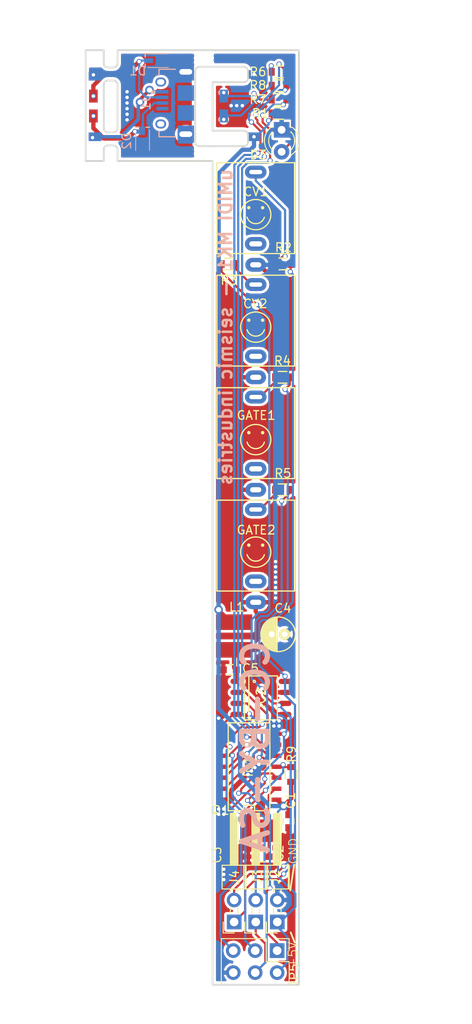
<source format=kicad_pcb>
(kicad_pcb (version 4) (host pcbnew 4.0.6)

  (general
    (links 72)
    (no_connects 2)
    (area -14.800001 -0.100001 10.100001 108.100001)
    (thickness 1.6)
    (drawings 125)
    (tracks 560)
    (zones 0)
    (modules 40)
    (nets 26)
  )

  (page A4)
  (layers
    (0 F.Cu signal)
    (31 B.Cu signal)
    (32 B.Adhes user)
    (33 F.Adhes user)
    (34 B.Paste user)
    (35 F.Paste user)
    (36 B.SilkS user)
    (37 F.SilkS user)
    (38 B.Mask user)
    (39 F.Mask user)
    (40 Dwgs.User user)
    (41 Cmts.User user)
    (42 Eco1.User user hide)
    (43 Eco2.User user)
    (44 Edge.Cuts user)
    (45 Margin user)
    (46 B.CrtYd user)
    (47 F.CrtYd user)
    (48 B.Fab user)
    (49 F.Fab user)
  )

  (setup
    (last_trace_width 0.25)
    (user_trace_width 0.4)
    (user_trace_width 0.5)
    (user_trace_width 1)
    (trace_clearance 0.2)
    (zone_clearance 0.3)
    (zone_45_only yes)
    (trace_min 0.2)
    (segment_width 0.2)
    (edge_width 0.2)
    (via_size 0.6)
    (via_drill 0.4)
    (via_min_size 0.4)
    (via_min_drill 0.3)
    (user_via 1 0.6)
    (uvia_size 0.3)
    (uvia_drill 0.1)
    (uvias_allowed no)
    (uvia_min_size 0.2)
    (uvia_min_drill 0.1)
    (pcb_text_width 0.3)
    (pcb_text_size 1.5 1.5)
    (mod_edge_width 0.15)
    (mod_text_size 1 1)
    (mod_text_width 0.15)
    (pad_size 0.35 0.35)
    (pad_drill 0.35)
    (pad_to_mask_clearance 0.2)
    (aux_axis_origin 0 0)
    (visible_elements FFFEFF7F)
    (pcbplotparams
      (layerselection 0x016f0_80000001)
      (usegerberextensions false)
      (excludeedgelayer true)
      (linewidth 0.100000)
      (plotframeref false)
      (viasonmask false)
      (mode 1)
      (useauxorigin false)
      (hpglpennumber 1)
      (hpglpenspeed 20)
      (hpglpendiameter 15)
      (hpglpenoverlay 2)
      (psnegative false)
      (psa4output false)
      (plotreference true)
      (plotvalue true)
      (plotinvisibletext false)
      (padsonsilk false)
      (subtractmaskfromsilk false)
      (outputformat 1)
      (mirror false)
      (drillshape 0)
      (scaleselection 1)
      (outputdirectory gerber/))
  )

  (net 0 "")
  (net 1 VCC)
  (net 2 GND)
  (net 3 /AVCC)
  (net 4 //RESET)
  (net 5 /SS)
  (net 6 /GATE1/ISP_MOSI)
  (net 7 /DO/ISP_MISO)
  (net 8 /SCK)
  (net 9 /GATE2)
  (net 10 /N$4)
  (net 11 "Net-(D3-Pad2)")
  (net 12 "Net-(IC2-Pad6)")
  (net 13 "Net-(IC2-Pad8)")
  (net 14 "Net-(C2-Pad1)")
  (net 15 "Net-(C3-Pad1)")
  (net 16 "Net-(IC1-Pad11)")
  (net 17 "Net-(IC1-Pad12)")
  (net 18 "Net-(D1-Pad1)")
  (net 19 "Net-(D2-Pad1)")
  (net 20 "Net-(CV1-Pad3)")
  (net 21 "Net-(GATE1-Pad3)")
  (net 22 "Net-(GATE2-Pad3)")
  (net 23 "Net-(R6-Pad2)")
  (net 24 "Net-(R7-Pad2)")
  (net 25 /DPLUS)

  (net_class Default "This is the default net class."
    (clearance 0.2)
    (trace_width 0.25)
    (via_dia 0.6)
    (via_drill 0.4)
    (uvia_dia 0.3)
    (uvia_drill 0.1)
    (add_net //RESET)
    (add_net /AVCC)
    (add_net /DO/ISP_MISO)
    (add_net /DPLUS)
    (add_net /GATE1/ISP_MOSI)
    (add_net /GATE2)
    (add_net /N$4)
    (add_net /SCK)
    (add_net /SS)
    (add_net GND)
    (add_net "Net-(C2-Pad1)")
    (add_net "Net-(C3-Pad1)")
    (add_net "Net-(CV1-Pad3)")
    (add_net "Net-(D1-Pad1)")
    (add_net "Net-(D2-Pad1)")
    (add_net "Net-(D3-Pad2)")
    (add_net "Net-(GATE1-Pad3)")
    (add_net "Net-(GATE2-Pad3)")
    (add_net "Net-(IC1-Pad11)")
    (add_net "Net-(IC1-Pad12)")
    (add_net "Net-(IC2-Pad6)")
    (add_net "Net-(IC2-Pad8)")
    (add_net "Net-(R6-Pad2)")
    (add_net "Net-(R7-Pad2)")
    (add_net VCC)
  )

  (module raffilibkicad:break_tab (layer F.Cu) (tedit 5AF17073) (tstamp 5AF1709A)
    (at -1 0.9 90)
    (fp_text reference REF** (at 3.2 0.7 90) (layer F.SilkS) hide
      (effects (font (size 1 1) (thickness 0.15)))
    )
    (fp_text value break_tab (at 4.7 -0.6 90) (layer F.Fab) hide
      (effects (font (size 1 1) (thickness 0.15)))
    )
    (fp_line (start -1 1) (end -1 -1) (layer F.Fab) (width 0.1))
    (fp_line (start 1 -1) (end 1 1) (layer F.Fab) (width 0.1))
    (pad "" np_thru_hole circle (at -0.5 0.7 90) (size 0.35 0.35) (drill 0.35) (layers *.Cu *.Mask)
      (solder_mask_margin 0.001))
    (pad "" np_thru_hole circle (at 0 0.7 90) (size 0.35 0.35) (drill 0.35) (layers *.Cu *.Mask)
      (solder_mask_margin 0.001))
    (pad "" np_thru_hole circle (at 0.5 0.7 90) (size 0.35 0.35) (drill 0.35) (layers *.Cu *.Mask)
      (solder_mask_margin 0.001))
    (pad "" np_thru_hole circle (at 0.5 -0.7 90) (size 0.35 0.35) (drill 0.35) (layers *.Cu *.Mask)
      (solder_mask_margin 0.001))
    (pad "" np_thru_hole circle (at 0 -0.7 90) (size 0.35 0.35) (drill 0.35) (layers *.Cu *.Mask)
      (solder_mask_margin 0.001))
    (pad "" np_thru_hole circle (at -0.5 -0.7 90) (size 0.35 0.35) (drill 0.35) (layers *.Cu *.Mask)
      (solder_mask_margin 0.001))
  )

  (module raffilibkicad:SO-8 (layer F.Cu) (tedit 0) (tstamp 5ACF63E5)
    (at 5.6 74.85 270)
    (descr "SO-8 Surface Mount Small Outline 150mil 8pin Package")
    (tags "Power Integrations D Package")
    (path /5ACF6F5B)
    (fp_text reference IC2 (at 0 0 270) (layer F.SilkS)
      (effects (font (size 1 1) (thickness 0.15)))
    )
    (fp_text value MCP4822 (at 0 0 270) (layer F.Fab)
      (effects (font (size 1 1) (thickness 0.15)))
    )
    (fp_circle (center -1.905 0.762) (end -1.778 0.762) (layer F.SilkS) (width 0.15))
    (fp_line (start -2.54 1.397) (end 2.54 1.397) (layer F.SilkS) (width 0.15))
    (fp_line (start -2.54 -1.905) (end 2.54 -1.905) (layer F.SilkS) (width 0.15))
    (fp_line (start -2.54 1.905) (end 2.54 1.905) (layer F.SilkS) (width 0.15))
    (fp_line (start -2.54 1.905) (end -2.54 -1.905) (layer F.SilkS) (width 0.15))
    (fp_line (start 2.54 1.905) (end 2.54 -1.905) (layer F.SilkS) (width 0.15))
    (pad 1 smd oval (at -1.905 2.794 270) (size 0.6096 1.4732) (layers F.Cu F.Paste F.Mask)
      (net 3 /AVCC))
    (pad 2 smd oval (at -0.635 2.794 270) (size 0.6096 1.4732) (layers F.Cu F.Paste F.Mask)
      (net 5 /SS))
    (pad 3 smd oval (at 0.635 2.794 270) (size 0.6096 1.4732) (layers F.Cu F.Paste F.Mask)
      (net 8 /SCK))
    (pad 4 smd oval (at 1.905 2.794 270) (size 0.6096 1.4732) (layers F.Cu F.Paste F.Mask)
      (net 7 /DO/ISP_MISO))
    (pad 5 smd oval (at 1.905 -2.794 270) (size 0.6096 1.4732) (layers F.Cu F.Paste F.Mask)
      (net 2 GND))
    (pad 6 smd oval (at 0.635 -2.794 270) (size 0.6096 1.4732) (layers F.Cu F.Paste F.Mask)
      (net 12 "Net-(IC2-Pad6)"))
    (pad 7 smd oval (at -0.635 -2.794 270) (size 0.6096 1.4732) (layers F.Cu F.Paste F.Mask)
      (net 2 GND))
    (pad 8 smd oval (at -1.905 -2.794 270) (size 0.6096 1.4732) (layers F.Cu F.Paste F.Mask)
      (net 13 "Net-(IC2-Pad8)"))
    (model SMD_Packages.3dshapes/SOIC-8-N.wrl
      (at (xyz 0 0 0))
      (scale (xyz 0.5 0.3 0.5))
      (rotate (xyz 0 0 0))
    )
  )

  (module raffilibkicad:break_tab (layer F.Cu) (tedit 5AF17073) (tstamp 5AD3F2FF)
    (at -1 11.95 90)
    (fp_text reference REF** (at 3.2 0.7 90) (layer F.SilkS) hide
      (effects (font (size 1 1) (thickness 0.15)))
    )
    (fp_text value break_tab (at 4.7 -0.6 90) (layer F.Fab) hide
      (effects (font (size 1 1) (thickness 0.15)))
    )
    (fp_line (start -1 1) (end -1 -1) (layer F.Fab) (width 0.1))
    (fp_line (start 1 -1) (end 1 1) (layer F.Fab) (width 0.1))
    (pad "" np_thru_hole circle (at -0.5 0.7 90) (size 0.35 0.35) (drill 0.35) (layers *.Cu *.Mask)
      (solder_mask_margin 0.001))
    (pad "" np_thru_hole circle (at 0 0.7 90) (size 0.35 0.35) (drill 0.35) (layers *.Cu *.Mask)
      (solder_mask_margin 0.001))
    (pad "" np_thru_hole circle (at 0.5 0.7 90) (size 0.35 0.35) (drill 0.35) (layers *.Cu *.Mask)
      (solder_mask_margin 0.001))
    (pad "" np_thru_hole circle (at 0.5 -0.7 90) (size 0.35 0.35) (drill 0.35) (layers *.Cu *.Mask)
      (solder_mask_margin 0.001))
    (pad "" np_thru_hole circle (at 0 -0.7 90) (size 0.35 0.35) (drill 0.35) (layers *.Cu *.Mask)
      (solder_mask_margin 0.001))
    (pad "" np_thru_hole circle (at -0.5 -0.7 90) (size 0.35 0.35) (drill 0.35) (layers *.Cu *.Mask)
      (solder_mask_margin 0.001))
  )

  (module raffilibkicad:SOIC-14_N (layer F.Cu) (tedit 0) (tstamp 5ACF63D9)
    (at 4.1 82.81 90)
    (descr "Module CMS SOJ 14 pins Large")
    (tags "CMS SOJ")
    (path /5ACF6E93)
    (attr smd)
    (fp_text reference IC1 (at 0.01 0.05 90) (layer F.SilkS)
      (effects (font (size 1 1) (thickness 0.15)))
    )
    (fp_text value ATTINY84 (at 0 1.27 90) (layer F.Fab)
      (effects (font (size 1 1) (thickness 0.15)))
    )
    (fp_line (start 5.08 -2.286) (end 5.08 2.54) (layer F.SilkS) (width 0.15))
    (fp_line (start 5.08 2.54) (end -5.08 2.54) (layer F.SilkS) (width 0.15))
    (fp_line (start -5.08 2.54) (end -5.08 -2.286) (layer F.SilkS) (width 0.15))
    (fp_line (start -5.08 -2.286) (end 5.08 -2.286) (layer F.SilkS) (width 0.15))
    (fp_line (start -5.08 -0.508) (end -4.445 -0.508) (layer F.SilkS) (width 0.15))
    (fp_line (start -4.445 -0.508) (end -4.445 0.762) (layer F.SilkS) (width 0.15))
    (fp_line (start -4.445 0.762) (end -5.08 0.762) (layer F.SilkS) (width 0.15))
    (pad 1 smd rect (at -3.81 3.302 90) (size 0.508 1.143) (layers F.Cu F.Paste F.Mask)
      (net 1 VCC))
    (pad 2 smd rect (at -2.54 3.302 90) (size 0.508 1.143) (layers F.Cu F.Paste F.Mask)
      (net 14 "Net-(C2-Pad1)"))
    (pad 3 smd rect (at -1.27 3.302 90) (size 0.508 1.143) (layers F.Cu F.Paste F.Mask)
      (net 15 "Net-(C3-Pad1)"))
    (pad 4 smd rect (at 0 3.302 90) (size 0.508 1.143) (layers F.Cu F.Paste F.Mask)
      (net 4 //RESET))
    (pad 5 smd rect (at 1.27 3.302 90) (size 0.508 1.143) (layers F.Cu F.Paste F.Mask)
      (net 25 /DPLUS))
    (pad 6 smd rect (at 2.54 3.302 90) (size 0.508 1.143) (layers F.Cu F.Paste F.Mask)
      (net 5 /SS))
    (pad 7 smd rect (at 3.81 3.302 90) (size 0.508 1.143) (layers F.Cu F.Paste F.Mask)
      (net 6 /GATE1/ISP_MOSI))
    (pad 8 smd rect (at 3.81 -3.048 90) (size 0.508 1.143) (layers F.Cu F.Paste F.Mask)
      (net 7 /DO/ISP_MISO))
    (pad 9 smd rect (at 2.54 -3.048 90) (size 0.508 1.143) (layers F.Cu F.Paste F.Mask)
      (net 8 /SCK))
    (pad 11 smd rect (at 0 -3.048 90) (size 0.508 1.143) (layers F.Cu F.Paste F.Mask)
      (net 16 "Net-(IC1-Pad11)"))
    (pad 12 smd rect (at -1.27 -3.048 90) (size 0.508 1.143) (layers F.Cu F.Paste F.Mask)
      (net 17 "Net-(IC1-Pad12)"))
    (pad 13 smd rect (at -2.54 -3.048 90) (size 0.508 1.143) (layers F.Cu F.Paste F.Mask)
      (net 25 /DPLUS))
    (pad 14 smd rect (at -3.81 -3.048 90) (size 0.508 1.143) (layers F.Cu F.Paste F.Mask)
      (net 2 GND))
    (pad 10 smd rect (at 1.27 -3.048 90) (size 0.508 1.143) (layers F.Cu F.Paste F.Mask)
      (net 9 /GATE2))
    (model SMD_Packages.3dshapes/SOIC-14_N.wrl
      (at (xyz 0 0 0))
      (scale (xyz 0.5 0.4 0.5))
      (rotate (xyz 0 0 0))
    )
  )

  (module raffilibkicad:C_Radial_D4_L7 (layer F.Cu) (tedit 59833BA8) (tstamp 5ACF9A39)
    (at 7.6 67.5 180)
    (descr "Radial Electrolytic Capacitor Diameter 10mm x Length 13mm, Pitch 5mm")
    (tags "Electrolytic Capacitor")
    (path /5AD00892)
    (fp_text reference C4 (at -0.55 3 180) (layer F.SilkS)
      (effects (font (size 1 1) (thickness 0.15)))
    )
    (fp_text value 100u (at 8.001 0.762 180) (layer F.Fab)
      (effects (font (size 1 1) (thickness 0.15)))
    )
    (fp_line (start 1.905 -0.508) (end 1.905 0.508) (layer F.SilkS) (width 0.15))
    (fp_line (start 1.778 0.889) (end 1.778 -0.889) (layer F.SilkS) (width 0.15))
    (fp_line (start 1.651 -1.016) (end 1.651 1.016) (layer F.SilkS) (width 0.15))
    (fp_line (start 1.524 1.27) (end 1.524 -1.27) (layer F.SilkS) (width 0.15))
    (fp_line (start 1.397 -1.397) (end 1.397 1.397) (layer F.SilkS) (width 0.15))
    (fp_line (start 1.27 1.524) (end 1.27 -1.524) (layer F.SilkS) (width 0.15))
    (fp_line (start 1.143 -1.524) (end 1.143 1.524) (layer F.SilkS) (width 0.15))
    (fp_line (start 1.016 1.651) (end 1.016 -1.651) (layer F.SilkS) (width 0.15))
    (fp_line (start 0.889 -1.778) (end 0.889 1.778) (layer F.SilkS) (width 0.15))
    (fp_line (start 0.762 -1.778) (end 0.762 1.778) (layer F.SilkS) (width 0.15))
    (fp_line (start 0.635 1.778) (end 0.635 -1.778) (layer F.SilkS) (width 0.15))
    (fp_line (start 0.508 -1.905) (end 0.508 1.905) (layer F.SilkS) (width 0.15))
    (fp_line (start 0.381 1.905) (end 0.381 -1.905) (layer F.SilkS) (width 0.15))
    (fp_line (start 0.254 -1.905) (end 0.254 1.905) (layer F.SilkS) (width 0.15))
    (fp_line (start 0.127 -1.905) (end 0.127 1.905) (layer F.SilkS) (width 0.15))
    (fp_circle (center 0 0) (end 2 0) (layer F.SilkS) (width 0.15))
    (fp_circle (center 0 0) (end 0 -2.032) (layer F.CrtYd) (width 0.05))
    (pad 1 thru_hole rect (at 0.75 0 180) (size 1.3 1.3) (drill 0.7) (layers *.Cu *.Mask F.SilkS)
      (net 3 /AVCC))
    (pad 2 thru_hole circle (at -0.75 0 180) (size 1.3 1.3) (drill 0.7) (layers *.Cu *.Mask F.SilkS)
      (net 2 GND))
    (model ../../../../../Users/raffi/Documents/Projects_Electronix/seismic_industries/008b_KICAD/001_libraries/3D/caps/capacitor_radial_4x7mm/Cap_4x7.wrl
      (at (xyz 1.562 -2.97 0.145))
      (scale (xyz 0.394 0.394 0.394))
      (rotate (xyz 0 0 90))
    )
  )

  (module raffilibkicad:Inductor_SRN4018TA_bourns (layer F.Cu) (tedit 5A5FF1A1) (tstamp 5ACF6411)
    (at 2.5 67.7 270)
    (descr "Inductor, Taiyo Yuden, MD series, Taiyo-Yuden_MD-3030, 3.0mmx3.0mm")
    (tags "inductor taiyo-yuden md smd")
    (path /5ACF78BB)
    (attr smd)
    (fp_text reference L1 (at -3.35 -0.3 360) (layer F.SilkS)
      (effects (font (size 1 1) (thickness 0.15)))
    )
    (fp_text value 22u (at 0 3 270) (layer F.Fab) hide
      (effects (font (size 1 1) (thickness 0.15)))
    )
    (fp_line (start -1.8 -1.3) (end -1.8 1.3) (layer F.CrtYd) (width 0.05))
    (fp_line (start -1.8 1.3) (end 1.8 1.3) (layer F.CrtYd) (width 0.05))
    (fp_line (start 1.8 1.3) (end 1.8 -1.3) (layer F.CrtYd) (width 0.05))
    (fp_line (start 1.8 -1.3) (end -1.8 -1.3) (layer F.CrtYd) (width 0.05))
    (fp_line (start 2 -2) (end 2 2) (layer F.Fab) (width 0.15))
    (fp_line (start -2 2) (end 2 2) (layer F.Fab) (width 0.15))
    (fp_line (start -2 -2) (end 2 -2) (layer F.Fab) (width 0.15))
    (fp_line (start -2 2) (end -2 -2) (layer F.Fab) (width 0.15))
    (pad 1 smd rect (at -1.6 0 270) (size 1.8 4.2) (layers F.Cu F.Paste F.Mask)
      (net 1 VCC))
    (pad 2 smd rect (at 1.6 0 270) (size 1.8 4.2) (layers F.Cu F.Paste F.Mask)
      (net 3 /AVCC))
    (model ../../../../../Users/raffi/Documents/Projects_Electronix/seismic_industries/008b_KICAD/001_libraries/3D/inductors/srn4018.wrl
      (at (xyz 0 0 0.07000000000000001))
      (scale (xyz 0.394 0.394 0.394))
      (rotate (xyz 270 180 0))
    )
  )

  (module raffilibkicad:ABM7 (layer F.Cu) (tedit 598595CE) (tstamp 5ACF641D)
    (at 4.1 90.2)
    (path /5ACF7D07)
    (fp_text reference Q1 (at -3.15 -2.35) (layer F.SilkS)
      (effects (font (size 1 1) (thickness 0.15)))
    )
    (fp_text value "20 MHz" (at 0.04 -2.5) (layer F.Fab)
      (effects (font (size 1 1) (thickness 0.15)))
    )
    (fp_line (start -3 -0.3) (end -3.1 -0.4) (layer F.Fab) (width 0.15))
    (fp_line (start -3 0.3) (end -3 -0.3) (layer F.Fab) (width 0.15))
    (fp_line (start -3.1 0.4) (end -3 0.3) (layer F.Fab) (width 0.15))
    (fp_line (start -2.8 1.8) (end -3.1 1.5) (layer F.Fab) (width 0.15))
    (fp_line (start -3.1 -1.5) (end -3.1 -0.4) (layer F.Fab) (width 0.15))
    (fp_line (start 2.8 -1.8) (end -2.8 -1.8) (layer F.Fab) (width 0.15))
    (fp_line (start 3.1 -0.4) (end 3.1 -1.5) (layer F.Fab) (width 0.15))
    (fp_line (start -2.8 1.8) (end 2.8 1.8) (layer F.Fab) (width 0.15))
    (fp_line (start -3.1 0.4) (end -3.1 1.5) (layer F.Fab) (width 0.15))
    (fp_line (start -2.8 -1.8) (end -3.1 -1.5) (layer F.Fab) (width 0.15))
    (fp_line (start 2.8 -1.8) (end 3.1 -1.5) (layer F.Fab) (width 0.15))
    (fp_line (start 2.8 1.8) (end 3.1 1.5) (layer F.Fab) (width 0.15))
    (fp_line (start 3 0.3) (end 3.1 0.4) (layer F.Fab) (width 0.15))
    (fp_line (start 3 -0.3) (end 3 0.3) (layer F.Fab) (width 0.15))
    (fp_line (start 3.1 -0.4) (end 3 -0.3) (layer F.Fab) (width 0.15))
    (fp_line (start 3.1 1.5) (end 3.1 0.4) (layer F.Fab) (width 0.15))
    (pad 2 smd rect (at 2.4 0) (size 2.4 2.6) (layers F.Cu F.Paste F.Mask)
      (net 14 "Net-(C2-Pad1)"))
    (pad 1 smd rect (at -2.4 0) (size 2.4 2.6) (layers F.Cu F.Paste F.Mask)
      (net 15 "Net-(C3-Pad1)"))
    (model ../../../../../Users/raffi/Documents/Projects_Electronix/seismic_industries/008b_KICAD/001_libraries/3D/crystal/ABM7/ABM7.wrl
      (at (xyz 0 0 0))
      (scale (xyz 0.394 0.394 0.394))
      (rotate (xyz 0 0 0))
    )
  )

  (module raffilibkicad:C_0603 (layer F.Cu) (tedit 5415D631) (tstamp 5ACF6AFB)
    (at 8.8 89.1 270)
    (descr "Capacitor SMD 0603, reflow soldering, AVX (see smccp.pdf)")
    (tags "capacitor 0603")
    (path /5ACF601E)
    (attr smd)
    (fp_text reference C1 (at -2.4 -0.25 450) (layer F.SilkS)
      (effects (font (size 1 1) (thickness 0.15)))
    )
    (fp_text value 100n (at 0 1.9 270) (layer F.Fab)
      (effects (font (size 1 1) (thickness 0.15)))
    )
    (fp_line (start -1.27 -0.762) (end 1.27 -0.762) (layer F.CrtYd) (width 0.05))
    (fp_line (start -1.27 0.762) (end 1.27 0.762) (layer F.CrtYd) (width 0.05))
    (fp_line (start -1.27 -0.762) (end -1.27 0.762) (layer F.CrtYd) (width 0.05))
    (fp_line (start 1.27 -0.762) (end 1.27 0.762) (layer F.CrtYd) (width 0.05))
    (fp_line (start -0.35 -0.6) (end 0.35 -0.6) (layer F.SilkS) (width 0.15))
    (fp_line (start 0.35 0.6) (end -0.35 0.6) (layer F.SilkS) (width 0.15))
    (pad 1 smd rect (at -0.75 0 270) (size 0.8 0.75) (layers F.Cu F.Paste F.Mask)
      (net 1 VCC))
    (pad 2 smd rect (at 0.75 0 270) (size 0.8 0.75) (layers F.Cu F.Paste F.Mask)
      (net 2 GND))
    (model Capacitors_SMD.3dshapes/C_0603.wrl
      (at (xyz 0 0 0))
      (scale (xyz 1 1 1))
      (rotate (xyz 0 0 0))
    )
  )

  (module raffilibkicad:C_0603 (layer F.Cu) (tedit 5415D631) (tstamp 5ACF6B00)
    (at 5.8 93.2 180)
    (descr "Capacitor SMD 0603, reflow soldering, AVX (see smccp.pdf)")
    (tags "capacitor 0603")
    (path /5ACF60E6)
    (attr smd)
    (fp_text reference C2 (at -1.9 0.4 270) (layer F.SilkS)
      (effects (font (size 1 1) (thickness 0.15)))
    )
    (fp_text value 18p (at 0 1.9 180) (layer F.Fab)
      (effects (font (size 1 1) (thickness 0.15)))
    )
    (fp_line (start -1.27 -0.762) (end 1.27 -0.762) (layer F.CrtYd) (width 0.05))
    (fp_line (start -1.27 0.762) (end 1.27 0.762) (layer F.CrtYd) (width 0.05))
    (fp_line (start -1.27 -0.762) (end -1.27 0.762) (layer F.CrtYd) (width 0.05))
    (fp_line (start 1.27 -0.762) (end 1.27 0.762) (layer F.CrtYd) (width 0.05))
    (fp_line (start -0.35 -0.6) (end 0.35 -0.6) (layer F.SilkS) (width 0.15))
    (fp_line (start 0.35 0.6) (end -0.35 0.6) (layer F.SilkS) (width 0.15))
    (pad 1 smd rect (at -0.75 0 180) (size 0.8 0.75) (layers F.Cu F.Paste F.Mask)
      (net 14 "Net-(C2-Pad1)"))
    (pad 2 smd rect (at 0.75 0 180) (size 0.8 0.75) (layers F.Cu F.Paste F.Mask)
      (net 2 GND))
    (model Capacitors_SMD.3dshapes/C_0603.wrl
      (at (xyz 0 0 0))
      (scale (xyz 1 1 1))
      (rotate (xyz 0 0 0))
    )
  )

  (module raffilibkicad:C_0603 (layer F.Cu) (tedit 5415D631) (tstamp 5ACF6B05)
    (at 2.5 93.2)
    (descr "Capacitor SMD 0603, reflow soldering, AVX (see smccp.pdf)")
    (tags "capacitor 0603")
    (path /5ACF61AE)
    (attr smd)
    (fp_text reference C3 (at -2 -0.2 90) (layer F.SilkS)
      (effects (font (size 1 1) (thickness 0.15)))
    )
    (fp_text value 18p (at 0 1.9) (layer F.Fab)
      (effects (font (size 1 1) (thickness 0.15)))
    )
    (fp_line (start -1.27 -0.762) (end 1.27 -0.762) (layer F.CrtYd) (width 0.05))
    (fp_line (start -1.27 0.762) (end 1.27 0.762) (layer F.CrtYd) (width 0.05))
    (fp_line (start -1.27 -0.762) (end -1.27 0.762) (layer F.CrtYd) (width 0.05))
    (fp_line (start 1.27 -0.762) (end 1.27 0.762) (layer F.CrtYd) (width 0.05))
    (fp_line (start -0.35 -0.6) (end 0.35 -0.6) (layer F.SilkS) (width 0.15))
    (fp_line (start 0.35 0.6) (end -0.35 0.6) (layer F.SilkS) (width 0.15))
    (pad 1 smd rect (at -0.75 0) (size 0.8 0.75) (layers F.Cu F.Paste F.Mask)
      (net 15 "Net-(C3-Pad1)"))
    (pad 2 smd rect (at 0.75 0) (size 0.8 0.75) (layers F.Cu F.Paste F.Mask)
      (net 2 GND))
    (model Capacitors_SMD.3dshapes/C_0603.wrl
      (at (xyz 0 0 0))
      (scale (xyz 1 1 1))
      (rotate (xyz 0 0 0))
    )
  )

  (module raffilibkicad:C_0603 (layer F.Cu) (tedit 5415D631) (tstamp 5ACF6B0F)
    (at 2 71.6 180)
    (descr "Capacitor SMD 0603, reflow soldering, AVX (see smccp.pdf)")
    (tags "capacitor 0603")
    (path /5ACF633E)
    (attr smd)
    (fp_text reference C5 (at -2.4 0.15 180) (layer F.SilkS)
      (effects (font (size 1 1) (thickness 0.15)))
    )
    (fp_text value 100n (at 0 1.9 180) (layer F.Fab)
      (effects (font (size 1 1) (thickness 0.15)))
    )
    (fp_line (start -1.27 -0.762) (end 1.27 -0.762) (layer F.CrtYd) (width 0.05))
    (fp_line (start -1.27 0.762) (end 1.27 0.762) (layer F.CrtYd) (width 0.05))
    (fp_line (start -1.27 -0.762) (end -1.27 0.762) (layer F.CrtYd) (width 0.05))
    (fp_line (start 1.27 -0.762) (end 1.27 0.762) (layer F.CrtYd) (width 0.05))
    (fp_line (start -0.35 -0.6) (end 0.35 -0.6) (layer F.SilkS) (width 0.15))
    (fp_line (start 0.35 0.6) (end -0.35 0.6) (layer F.SilkS) (width 0.15))
    (pad 1 smd rect (at -0.75 0 180) (size 0.8 0.75) (layers F.Cu F.Paste F.Mask)
      (net 3 /AVCC))
    (pad 2 smd rect (at 0.75 0 180) (size 0.8 0.75) (layers F.Cu F.Paste F.Mask)
      (net 2 GND))
    (model Capacitors_SMD.3dshapes/C_0603.wrl
      (at (xyz 0 0 0))
      (scale (xyz 1 1 1))
      (rotate (xyz 0 0 0))
    )
  )

  (module raffilibkicad:R_0603 (layer F.Cu) (tedit 5982A7D5) (tstamp 5ACF6B14)
    (at 7.7 7.3 180)
    (descr "Resistor SMD 0603, reflow soldering, Vishay (see dcrcw.pdf)")
    (tags "resistor 0603")
    (path /5ACF7DCF)
    (attr smd)
    (fp_text reference R1 (at 2.15 0 360) (layer F.SilkS)
      (effects (font (size 1 1) (thickness 0.15)))
    )
    (fp_text value 220 (at 0 1.9 180) (layer F.Fab)
      (effects (font (size 1 1) (thickness 0.15)))
    )
    (fp_line (start -1.3 -0.8) (end 1.3 -0.8) (layer F.CrtYd) (width 0.05))
    (fp_line (start -1.3 0.8) (end 1.3 0.8) (layer F.CrtYd) (width 0.05))
    (fp_line (start -1.3 -0.8) (end -1.3 0.8) (layer F.CrtYd) (width 0.05))
    (fp_line (start 1.3 -0.8) (end 1.3 0.8) (layer F.CrtYd) (width 0.05))
    (fp_line (start 0.5 0.675) (end -0.5 0.675) (layer F.SilkS) (width 0.15))
    (fp_line (start -0.5 -0.675) (end 0.5 -0.675) (layer F.SilkS) (width 0.15))
    (pad 1 smd rect (at -0.85 0 180) (size 0.7 0.9) (layers F.Cu F.Paste F.Mask)
      (net 11 "Net-(D3-Pad2)"))
    (pad 2 smd rect (at 0.85 0 180) (size 0.7 0.9) (layers F.Cu F.Paste F.Mask)
      (net 1 VCC))
    (model Resistors_SMD.3dshapes/R_0603.wrl
      (at (xyz 0 0 0))
      (scale (xyz 1 1 1))
      (rotate (xyz 0 0 0))
    )
  )

  (module raffilibkicad:R_0603 (layer F.Cu) (tedit 5982A7D5) (tstamp 5ACF6B19)
    (at 8.2 24.7)
    (descr "Resistor SMD 0603, reflow soldering, Vishay (see dcrcw.pdf)")
    (tags "resistor 0603")
    (path /5ACF7E97)
    (attr smd)
    (fp_text reference R2 (at 0 -1.9) (layer F.SilkS)
      (effects (font (size 1 1) (thickness 0.15)))
    )
    (fp_text value 220 (at 0 1.9) (layer F.Fab)
      (effects (font (size 1 1) (thickness 0.15)))
    )
    (fp_line (start -1.3 -0.8) (end 1.3 -0.8) (layer F.CrtYd) (width 0.05))
    (fp_line (start -1.3 0.8) (end 1.3 0.8) (layer F.CrtYd) (width 0.05))
    (fp_line (start -1.3 -0.8) (end -1.3 0.8) (layer F.CrtYd) (width 0.05))
    (fp_line (start 1.3 -0.8) (end 1.3 0.8) (layer F.CrtYd) (width 0.05))
    (fp_line (start 0.5 0.675) (end -0.5 0.675) (layer F.SilkS) (width 0.15))
    (fp_line (start -0.5 -0.675) (end 0.5 -0.675) (layer F.SilkS) (width 0.15))
    (pad 1 smd rect (at -0.85 0) (size 0.7 0.9) (layers F.Cu F.Paste F.Mask)
      (net 20 "Net-(CV1-Pad3)"))
    (pad 2 smd rect (at 0.85 0) (size 0.7 0.9) (layers F.Cu F.Paste F.Mask)
      (net 13 "Net-(IC2-Pad8)"))
    (model Resistors_SMD.3dshapes/R_0603.wrl
      (at (xyz 0 0 0))
      (scale (xyz 1 1 1))
      (rotate (xyz 0 0 0))
    )
  )

  (module raffilibkicad:R_0603 (layer F.Cu) (tedit 5982A7D5) (tstamp 5ACF6B1E)
    (at 1.9 24.7 180)
    (descr "Resistor SMD 0603, reflow soldering, Vishay (see dcrcw.pdf)")
    (tags "resistor 0603")
    (path /5ACF7F5F)
    (attr smd)
    (fp_text reference R3 (at 0 -1.9 180) (layer F.SilkS)
      (effects (font (size 1 1) (thickness 0.15)))
    )
    (fp_text value 220 (at 0 1.9 180) (layer F.Fab)
      (effects (font (size 1 1) (thickness 0.15)))
    )
    (fp_line (start -1.3 -0.8) (end 1.3 -0.8) (layer F.CrtYd) (width 0.05))
    (fp_line (start -1.3 0.8) (end 1.3 0.8) (layer F.CrtYd) (width 0.05))
    (fp_line (start -1.3 -0.8) (end -1.3 0.8) (layer F.CrtYd) (width 0.05))
    (fp_line (start 1.3 -0.8) (end 1.3 0.8) (layer F.CrtYd) (width 0.05))
    (fp_line (start 0.5 0.675) (end -0.5 0.675) (layer F.SilkS) (width 0.15))
    (fp_line (start -0.5 -0.675) (end 0.5 -0.675) (layer F.SilkS) (width 0.15))
    (pad 1 smd rect (at -0.85 0 180) (size 0.7 0.9) (layers F.Cu F.Paste F.Mask)
      (net 10 /N$4))
    (pad 2 smd rect (at 0.85 0 180) (size 0.7 0.9) (layers F.Cu F.Paste F.Mask)
      (net 12 "Net-(IC2-Pad6)"))
    (model Resistors_SMD.3dshapes/R_0603.wrl
      (at (xyz 0 0 0))
      (scale (xyz 1 1 1))
      (rotate (xyz 0 0 0))
    )
  )

  (module raffilibkicad:R_0603 (layer F.Cu) (tedit 5982A7D5) (tstamp 5ACF6B23)
    (at 8.1 37.8)
    (descr "Resistor SMD 0603, reflow soldering, Vishay (see dcrcw.pdf)")
    (tags "resistor 0603")
    (path /5ACF8027)
    (attr smd)
    (fp_text reference R4 (at 0 -1.9) (layer F.SilkS)
      (effects (font (size 1 1) (thickness 0.15)))
    )
    (fp_text value 220 (at 0 1.9) (layer F.Fab)
      (effects (font (size 1 1) (thickness 0.15)))
    )
    (fp_line (start -1.3 -0.8) (end 1.3 -0.8) (layer F.CrtYd) (width 0.05))
    (fp_line (start -1.3 0.8) (end 1.3 0.8) (layer F.CrtYd) (width 0.05))
    (fp_line (start -1.3 -0.8) (end -1.3 0.8) (layer F.CrtYd) (width 0.05))
    (fp_line (start 1.3 -0.8) (end 1.3 0.8) (layer F.CrtYd) (width 0.05))
    (fp_line (start 0.5 0.675) (end -0.5 0.675) (layer F.SilkS) (width 0.15))
    (fp_line (start -0.5 -0.675) (end 0.5 -0.675) (layer F.SilkS) (width 0.15))
    (pad 1 smd rect (at -0.85 0) (size 0.7 0.9) (layers F.Cu F.Paste F.Mask)
      (net 21 "Net-(GATE1-Pad3)"))
    (pad 2 smd rect (at 0.85 0) (size 0.7 0.9) (layers F.Cu F.Paste F.Mask)
      (net 6 /GATE1/ISP_MOSI))
    (model Resistors_SMD.3dshapes/R_0603.wrl
      (at (xyz 0 0 0))
      (scale (xyz 1 1 1))
      (rotate (xyz 0 0 0))
    )
  )

  (module raffilibkicad:R_0603 (layer F.Cu) (tedit 5982A7D5) (tstamp 5ACF6B28)
    (at 8.1 50.8)
    (descr "Resistor SMD 0603, reflow soldering, Vishay (see dcrcw.pdf)")
    (tags "resistor 0603")
    (path /5ACF80EF)
    (attr smd)
    (fp_text reference R5 (at 0.05 -1.9) (layer F.SilkS)
      (effects (font (size 1 1) (thickness 0.15)))
    )
    (fp_text value 220 (at 0 1.9) (layer F.Fab)
      (effects (font (size 1 1) (thickness 0.15)))
    )
    (fp_line (start -1.3 -0.8) (end 1.3 -0.8) (layer F.CrtYd) (width 0.05))
    (fp_line (start -1.3 0.8) (end 1.3 0.8) (layer F.CrtYd) (width 0.05))
    (fp_line (start -1.3 -0.8) (end -1.3 0.8) (layer F.CrtYd) (width 0.05))
    (fp_line (start 1.3 -0.8) (end 1.3 0.8) (layer F.CrtYd) (width 0.05))
    (fp_line (start 0.5 0.675) (end -0.5 0.675) (layer F.SilkS) (width 0.15))
    (fp_line (start -0.5 -0.675) (end 0.5 -0.675) (layer F.SilkS) (width 0.15))
    (pad 1 smd rect (at -0.85 0) (size 0.7 0.9) (layers F.Cu F.Paste F.Mask)
      (net 22 "Net-(GATE2-Pad3)"))
    (pad 2 smd rect (at 0.85 0) (size 0.7 0.9) (layers F.Cu F.Paste F.Mask)
      (net 9 /GATE2))
    (model Resistors_SMD.3dshapes/R_0603.wrl
      (at (xyz 0 0 0))
      (scale (xyz 1 1 1))
      (rotate (xyz 0 0 0))
    )
  )

  (module raffilibkicad:R_0603 (layer F.Cu) (tedit 5982A7D5) (tstamp 5ACF6B2D)
    (at 7.7 2.5 180)
    (descr "Resistor SMD 0603, reflow soldering, Vishay (see dcrcw.pdf)")
    (tags "resistor 0603")
    (path /5ACF81B7)
    (attr smd)
    (fp_text reference R6 (at 2.45 0 360) (layer F.SilkS)
      (effects (font (size 1 1) (thickness 0.15)))
    )
    (fp_text value 68 (at 0 1.9 180) (layer F.Fab)
      (effects (font (size 1 1) (thickness 0.15)))
    )
    (fp_line (start -1.3 -0.8) (end 1.3 -0.8) (layer F.CrtYd) (width 0.05))
    (fp_line (start -1.3 0.8) (end 1.3 0.8) (layer F.CrtYd) (width 0.05))
    (fp_line (start -1.3 -0.8) (end -1.3 0.8) (layer F.CrtYd) (width 0.05))
    (fp_line (start 1.3 -0.8) (end 1.3 0.8) (layer F.CrtYd) (width 0.05))
    (fp_line (start 0.5 0.675) (end -0.5 0.675) (layer F.SilkS) (width 0.15))
    (fp_line (start -0.5 -0.675) (end 0.5 -0.675) (layer F.SilkS) (width 0.15))
    (pad 1 smd rect (at -0.85 0 180) (size 0.7 0.9) (layers F.Cu F.Paste F.Mask)
      (net 25 /DPLUS))
    (pad 2 smd rect (at 0.85 0 180) (size 0.7 0.9) (layers F.Cu F.Paste F.Mask)
      (net 23 "Net-(R6-Pad2)"))
    (model Resistors_SMD.3dshapes/R_0603.wrl
      (at (xyz 0 0 0))
      (scale (xyz 1 1 1))
      (rotate (xyz 0 0 0))
    )
  )

  (module raffilibkicad:R_0603 (layer F.Cu) (tedit 5982A7D5) (tstamp 5ACF6B32)
    (at 7.7 5.7 180)
    (descr "Resistor SMD 0603, reflow soldering, Vishay (see dcrcw.pdf)")
    (tags "resistor 0603")
    (path /5ACF827F)
    (attr smd)
    (fp_text reference R7 (at 2.45 0 360) (layer F.SilkS)
      (effects (font (size 1 1) (thickness 0.15)))
    )
    (fp_text value 68 (at 0 1.9 180) (layer F.Fab)
      (effects (font (size 1 1) (thickness 0.15)))
    )
    (fp_line (start -1.3 -0.8) (end 1.3 -0.8) (layer F.CrtYd) (width 0.05))
    (fp_line (start -1.3 0.8) (end 1.3 0.8) (layer F.CrtYd) (width 0.05))
    (fp_line (start -1.3 -0.8) (end -1.3 0.8) (layer F.CrtYd) (width 0.05))
    (fp_line (start 1.3 -0.8) (end 1.3 0.8) (layer F.CrtYd) (width 0.05))
    (fp_line (start 0.5 0.675) (end -0.5 0.675) (layer F.SilkS) (width 0.15))
    (fp_line (start -0.5 -0.675) (end 0.5 -0.675) (layer F.SilkS) (width 0.15))
    (pad 1 smd rect (at -0.85 0 180) (size 0.7 0.9) (layers F.Cu F.Paste F.Mask)
      (net 17 "Net-(IC1-Pad12)"))
    (pad 2 smd rect (at 0.85 0 180) (size 0.7 0.9) (layers F.Cu F.Paste F.Mask)
      (net 24 "Net-(R7-Pad2)"))
    (model Resistors_SMD.3dshapes/R_0603.wrl
      (at (xyz 0 0 0))
      (scale (xyz 1 1 1))
      (rotate (xyz 0 0 0))
    )
  )

  (module raffilibkicad:R_0603 (layer F.Cu) (tedit 5982A7D5) (tstamp 5ACF6B37)
    (at 7.7 4.1)
    (descr "Resistor SMD 0603, reflow soldering, Vishay (see dcrcw.pdf)")
    (tags "resistor 0603")
    (path /5ACF8347)
    (attr smd)
    (fp_text reference R8 (at -2.45 -0.05 180) (layer F.SilkS)
      (effects (font (size 1 1) (thickness 0.15)))
    )
    (fp_text value 2.2k (at 0 1.9) (layer F.Fab)
      (effects (font (size 1 1) (thickness 0.15)))
    )
    (fp_line (start -1.3 -0.8) (end 1.3 -0.8) (layer F.CrtYd) (width 0.05))
    (fp_line (start -1.3 0.8) (end 1.3 0.8) (layer F.CrtYd) (width 0.05))
    (fp_line (start -1.3 -0.8) (end -1.3 0.8) (layer F.CrtYd) (width 0.05))
    (fp_line (start 1.3 -0.8) (end 1.3 0.8) (layer F.CrtYd) (width 0.05))
    (fp_line (start 0.5 0.675) (end -0.5 0.675) (layer F.SilkS) (width 0.15))
    (fp_line (start -0.5 -0.675) (end 0.5 -0.675) (layer F.SilkS) (width 0.15))
    (pad 1 smd rect (at -0.85 0) (size 0.7 0.9) (layers F.Cu F.Paste F.Mask)
      (net 24 "Net-(R7-Pad2)"))
    (pad 2 smd rect (at 0.85 0) (size 0.7 0.9) (layers F.Cu F.Paste F.Mask)
      (net 16 "Net-(IC1-Pad11)"))
    (model Resistors_SMD.3dshapes/R_0603.wrl
      (at (xyz 0 0 0))
      (scale (xyz 1 1 1))
      (rotate (xyz 0 0 0))
    )
  )

  (module raffilibkicad:R_0603 (layer F.Cu) (tedit 5982A7D5) (tstamp 5ACF6B3C)
    (at 9.1 83.7 270)
    (descr "Resistor SMD 0603, reflow soldering, Vishay (see dcrcw.pdf)")
    (tags "resistor 0603")
    (path /5ACF840F)
    (attr smd)
    (fp_text reference R9 (at -2.35 -0.05 450) (layer F.SilkS)
      (effects (font (size 1 1) (thickness 0.15)))
    )
    (fp_text value 10k (at 0 1.9 270) (layer F.Fab)
      (effects (font (size 1 1) (thickness 0.15)))
    )
    (fp_line (start -1.3 -0.8) (end 1.3 -0.8) (layer F.CrtYd) (width 0.05))
    (fp_line (start -1.3 0.8) (end 1.3 0.8) (layer F.CrtYd) (width 0.05))
    (fp_line (start -1.3 -0.8) (end -1.3 0.8) (layer F.CrtYd) (width 0.05))
    (fp_line (start 1.3 -0.8) (end 1.3 0.8) (layer F.CrtYd) (width 0.05))
    (fp_line (start 0.5 0.675) (end -0.5 0.675) (layer F.SilkS) (width 0.15))
    (fp_line (start -0.5 -0.675) (end 0.5 -0.675) (layer F.SilkS) (width 0.15))
    (pad 1 smd rect (at -0.85 0 270) (size 0.7 0.9) (layers F.Cu F.Paste F.Mask)
      (net 4 //RESET))
    (pad 2 smd rect (at 0.85 0 270) (size 0.7 0.9) (layers F.Cu F.Paste F.Mask)
      (net 1 VCC))
    (model Resistors_SMD.3dshapes/R_0603.wrl
      (at (xyz 0 0 0))
      (scale (xyz 1 1 1))
      (rotate (xyz 0 0 0))
    )
  )

  (module raffilibkicad:LED_D3.0mm (layer F.Cu) (tedit 587A3A7B) (tstamp 5ACF7706)
    (at 8 9.2 270)
    (descr "LED, diameter 3.0mm, 2 pins")
    (tags "LED diameter 3.0mm 2 pins")
    (path /5ACF8E2B)
    (fp_text reference D3 (at 2.9 2.7 360) (layer F.SilkS)
      (effects (font (size 1 1) (thickness 0.15)))
    )
    (fp_text value LED (at 1.27 2.96 270) (layer F.Fab)
      (effects (font (size 1 1) (thickness 0.15)))
    )
    (fp_arc (start 1.27 0) (end -0.23 -1.16619) (angle 284.3) (layer F.Fab) (width 0.1))
    (fp_arc (start 1.27 0) (end -0.29 -1.235516) (angle 108.8) (layer F.SilkS) (width 0.12))
    (fp_arc (start 1.27 0) (end -0.29 1.235516) (angle -108.8) (layer F.SilkS) (width 0.12))
    (fp_arc (start 1.27 0) (end 0.229039 -1.08) (angle 87.9) (layer F.SilkS) (width 0.12))
    (fp_arc (start 1.27 0) (end 0.229039 1.08) (angle -87.9) (layer F.SilkS) (width 0.12))
    (fp_circle (center 1.27 0) (end 2.77 0) (layer F.Fab) (width 0.1))
    (fp_line (start -0.23 -1.16619) (end -0.23 1.16619) (layer F.Fab) (width 0.1))
    (fp_line (start -0.29 -1.236) (end -0.29 -1.08) (layer F.SilkS) (width 0.12))
    (fp_line (start -0.29 1.08) (end -0.29 1.236) (layer F.SilkS) (width 0.12))
    (fp_line (start -1.15 -2.25) (end -1.15 2.25) (layer F.CrtYd) (width 0.05))
    (fp_line (start -1.15 2.25) (end 3.7 2.25) (layer F.CrtYd) (width 0.05))
    (fp_line (start 3.7 2.25) (end 3.7 -2.25) (layer F.CrtYd) (width 0.05))
    (fp_line (start 3.7 -2.25) (end -1.15 -2.25) (layer F.CrtYd) (width 0.05))
    (pad 1 thru_hole rect (at 0 0 270) (size 1.8 1.8) (drill 0.9) (layers *.Cu *.Mask)
      (net 2 GND))
    (pad 2 thru_hole circle (at 2.54 0 270) (size 1.8 1.8) (drill 0.9) (layers *.Cu *.Mask)
      (net 11 "Net-(D3-Pad2)"))
    (model LEDs.3dshapes/LED_D3.0mm.wrl
      (at (xyz 0 0 0))
      (scale (xyz 0.393701 0.393701 0.393701))
      (rotate (xyz 0 0 0))
    )
  )

  (module raffilibkicad:ZX62D-B-MICRO_USB_RECEIPTABLE (layer B.Cu) (tedit 5ACC97EA) (tstamp 5ACF7707)
    (at -3.1 6.1 270)
    (descr USB)
    (path /5ACF94E9)
    (solder_mask_margin 0.1)
    (solder_paste_margin -0.05)
    (fp_text reference J1 (at 0 4.6 270) (layer B.SilkS)
      (effects (font (size 1 1) (thickness 0.15)) (justify mirror))
    )
    (fp_text value USB (at 0 1.5 270) (layer B.Fab) hide
      (effects (font (size 0.5 0.5) (thickness 0.1)) (justify mirror))
    )
    (fp_text user %R (at 0.25 0.25 270) (layer B.Fab)
      (effects (font (size 1 1) (thickness 0.15)) (justify mirror))
    )
    (fp_line (start -3.9 -1.4) (end -3.9 3.8) (layer B.CrtYd) (width 0.05))
    (fp_line (start 4 -1.4) (end -3.9 -1.4) (layer B.CrtYd) (width 0.05))
    (fp_line (start 4 3.8) (end 4 -1.4) (layer B.CrtYd) (width 0.05))
    (fp_line (start -3.9 3.8) (end 4 3.8) (layer B.CrtYd) (width 0.05))
    (fp_line (start -1.3 3.6) (end -1.5 4) (layer B.Fab) (width 0.15))
    (fp_line (start -1.1 4) (end -1.3 3.6) (layer B.Fab) (width 0.15))
    (fp_line (start -1.5 4) (end -1.1 4) (layer B.Fab) (width 0.15))
    (fp_line (start -1.1 4) (end -1.5 4) (layer B.SilkS) (width 0.15))
    (fp_line (start -1.3 3.6) (end -1.1 4) (layer B.SilkS) (width 0.15))
    (fp_line (start -1.5 4) (end -1.3 3.6) (layer B.SilkS) (width 0.15))
    (fp_line (start 3.9 3.1) (end 3.9 1.2) (layer B.SilkS) (width 0.15))
    (fp_line (start 3.3 3.1) (end 3.9 3.1) (layer B.SilkS) (width 0.15))
    (fp_line (start -3.9 3.1) (end -3.9 1.2) (layer B.SilkS) (width 0.15))
    (fp_line (start -3.9 3.1) (end -3.2 3.1) (layer B.SilkS) (width 0.15))
    (fp_text user "PCB EDGE" (at -0.8 -1.9 270) (layer B.Fab)
      (effects (font (size 0.3 0.3) (thickness 0.075)) (justify mirror))
    )
    (fp_line (start 3.75 -2.75) (end -3.75 -2.75) (layer B.Fab) (width 0.1))
    (fp_line (start 3.75 2.9) (end 3.75 -2.75) (layer B.Fab) (width 0.1))
    (fp_line (start -3.75 2.9) (end 3.75 2.9) (layer B.Fab) (width 0.1))
    (fp_line (start -3.75 -2.75) (end -3.75 2.9) (layer B.Fab) (width 0.1))
    (fp_line (start -4 -1.45) (end 4 -1.45) (layer B.Fab) (width 0.05))
    (fp_line (start -3 -2.1) (end -2.6 -1.45) (layer B.Fab) (width 0.05))
    (fp_line (start -2.6 -1.45) (end -2.2 -2.1) (layer B.Fab) (width 0.05))
    (fp_line (start 0.5 -2.1) (end 0.9 -1.45) (layer B.Fab) (width 0.05))
    (fp_line (start 0.9 -1.45) (end 1.3 -2.1) (layer B.Fab) (width 0.05))
    (fp_text user 1 (at -1.3 3.8 270) (layer B.SilkS)
      (effects (font (size 0.5 0.5) (thickness 0.1)) (justify mirror))
    )
    (pad 6 thru_hole oval (at -3.6 0 270) (size 1.524 1.9) (drill oval 0.65 1.5) (layers *.Cu *.Mask)
      (net 2 GND))
    (pad "" smd rect (at -1.15 0 270) (size 1.8 1.9) (layers B.Cu B.Paste B.Mask))
    (pad "" smd rect (at 1.15 0 270) (size 1.8 1.9) (layers B.Cu B.Paste B.Mask))
    (pad 9 thru_hole oval (at 3.6 0 270) (size 1.524 1.9) (drill oval 0.65 1.5) (layers *.Cu *.Mask))
    (pad 6 smd circle (at -4.45 0.7 270) (size 0.5 0.5) (layers B.Cu B.Paste B.Mask)
      (net 2 GND))
    (pad 6 smd circle (at -4.45 -0.7 270) (size 0.5 0.5) (layers B.Cu B.Paste B.Mask)
      (net 2 GND))
    (pad 9 smd circle (at 4.45 0.7 270) (size 0.5 0.5) (layers B.Cu B.Paste B.Mask))
    (pad 9 smd circle (at 4.45 -0.7 270) (size 0.5 0.5) (layers B.Cu B.Paste B.Mask))
    (pad 6 smd rect (at -3.525 0 270) (size 1.85 1.9) (layers B.Cu B.Paste B.Mask)
      (net 2 GND))
    (pad 9 smd rect (at 3.525 0 270) (size 1.85 1.9) (layers B.Cu B.Paste B.Mask))
    (pad 6 smd rect (at -4.575 0 270) (size 0.25 1.4) (layers B.Cu B.Paste B.Mask)
      (net 2 GND))
    (pad 9 smd rect (at 4.575 0 270) (size 0.25 1.4) (layers B.Cu B.Paste B.Mask))
    (pad 1 smd rect (at -1.3 2.7 270) (size 0.4 1.4) (layers B.Cu B.Paste B.Mask)
      (net 1 VCC))
    (pad 2 smd rect (at -0.65 2.7 270) (size 0.4 1.4) (layers B.Cu B.Paste B.Mask)
      (net 18 "Net-(D1-Pad1)"))
    (pad 3 smd rect (at 0 2.7 270) (size 0.4 1.4) (layers B.Cu B.Paste B.Mask)
      (net 19 "Net-(D2-Pad1)"))
    (pad 4 smd rect (at 0.65 2.7 270) (size 0.4 1.4) (layers B.Cu B.Paste B.Mask))
    (pad 5 smd rect (at 1.3 2.7 270) (size 0.4 1.4) (layers B.Cu B.Paste B.Mask)
      (net 2 GND))
    (pad 7 thru_hole oval (at -2.425 2.9 270) (size 1.05 1.25) (drill oval 0.65 0.85) (layers *.Cu *.Mask))
    (pad 8 thru_hole oval (at 2.425 2.9 270) (size 1.05 1.25) (drill oval 0.65 0.85) (layers *.Cu *.Mask))
    (model C:/Cad/Footprint/Hirose/3D/ZX62D-B-5PA8.step
      (at (xyz 0 0 0))
      (scale (xyz 1 1 1))
      (rotate (xyz 0 0 0))
    )
  )

  (module raffilibkicad:SOD-323 (layer B.Cu) (tedit 59934E0C) (tstamp 5ACF9764)
    (at -6.2 1.2)
    (descr SOD-323)
    (tags SOD-323)
    (path /5ACFEF00)
    (attr smd)
    (fp_text reference D1 (at -2.45 1.2) (layer B.SilkS)
      (effects (font (size 1 1) (thickness 0.15)) (justify mirror))
    )
    (fp_text value 3.6V (at 0.1 -1.9) (layer B.Fab)
      (effects (font (size 1 1) (thickness 0.15)) (justify mirror))
    )
    (fp_line (start -1.6 0.8) (end -1.6 0.4) (layer B.SilkS) (width 0.15))
    (fp_line (start -1.5 0.95) (end 1.5 0.95) (layer B.CrtYd) (width 0.05))
    (fp_line (start 1.5 0.95) (end 1.5 -0.95) (layer B.CrtYd) (width 0.05))
    (fp_line (start -1.5 -0.95) (end 1.5 -0.95) (layer B.CrtYd) (width 0.05))
    (fp_line (start -1.5 0.95) (end -1.5 -0.95) (layer B.CrtYd) (width 0.05))
    (fp_line (start -1.3 -0.8) (end 1.1 -0.8) (layer B.SilkS) (width 0.1))
    (fp_line (start -1.3 0.8) (end 1.1 0.8) (layer B.SilkS) (width 0.1))
    (fp_line (start -1.6 -0.8) (end -1.6 -0.4) (layer B.SilkS) (width 0.15))
    (pad 1 smd rect (at -1.2 0) (size 1 0.55) (layers B.Cu B.Paste B.Mask)
      (net 18 "Net-(D1-Pad1)"))
    (pad 2 smd rect (at 1.2 0) (size 1 0.55) (layers B.Cu B.Paste B.Mask)
      (net 2 GND))
    (model Diodes_SMD.3dshapes/SOD-323.wrl
      (at (xyz 0 0 0))
      (scale (xyz 1 1 1))
      (rotate (xyz 0 0 180))
    )
  )

  (module raffilibkicad:SOD-323 (layer B.Cu) (tedit 59934E0C) (tstamp 5ACF976A)
    (at -8.1 10.5 270)
    (descr SOD-323)
    (tags SOD-323)
    (path /5ACFEE47)
    (attr smd)
    (fp_text reference D2 (at 0 1.85 270) (layer B.SilkS)
      (effects (font (size 1 1) (thickness 0.15)) (justify mirror))
    )
    (fp_text value 3.6V (at 0.1 -1.9 270) (layer B.Fab)
      (effects (font (size 1 1) (thickness 0.15)) (justify mirror))
    )
    (fp_line (start -1.6 0.8) (end -1.6 0.4) (layer B.SilkS) (width 0.15))
    (fp_line (start -1.5 0.95) (end 1.5 0.95) (layer B.CrtYd) (width 0.05))
    (fp_line (start 1.5 0.95) (end 1.5 -0.95) (layer B.CrtYd) (width 0.05))
    (fp_line (start -1.5 -0.95) (end 1.5 -0.95) (layer B.CrtYd) (width 0.05))
    (fp_line (start -1.5 0.95) (end -1.5 -0.95) (layer B.CrtYd) (width 0.05))
    (fp_line (start -1.3 -0.8) (end 1.1 -0.8) (layer B.SilkS) (width 0.1))
    (fp_line (start -1.3 0.8) (end 1.1 0.8) (layer B.SilkS) (width 0.1))
    (fp_line (start -1.6 -0.8) (end -1.6 -0.4) (layer B.SilkS) (width 0.15))
    (pad 1 smd rect (at -1.2 0 270) (size 1 0.55) (layers B.Cu B.Paste B.Mask)
      (net 19 "Net-(D2-Pad1)"))
    (pad 2 smd rect (at 1.2 0 270) (size 1 0.55) (layers B.Cu B.Paste B.Mask)
      (net 2 GND))
    (model Diodes_SMD.3dshapes/SOD-323.wrl
      (at (xyz 0 0 0))
      (scale (xyz 1 1 1))
      (rotate (xyz 0 0 180))
    )
  )

  (module raffilibkicad:jack_qingpu (layer F.Cu) (tedit 595A98AF) (tstamp 5ACF9D39)
    (at 5 19)
    (path /5ACF78AB)
    (fp_text reference CV1 (at 0 -2.65) (layer F.SilkS)
      (effects (font (size 1 1) (thickness 0.15)))
    )
    (fp_text value JACK_QINGPU (at -5.5 -0.5 90) (layer F.Fab) hide
      (effects (font (size 1 1) (thickness 0.15)))
    )
    (fp_arc (start 0 0) (end 1 0.3) (angle 146.6015115) (layer F.SilkS) (width 0.15))
    (fp_circle (center 0.8 -0.8) (end 0.8 -0.7) (layer F.SilkS) (width 0.2))
    (fp_circle (center -0.8 -0.8) (end -0.9 -0.8) (layer F.SilkS) (width 0.2))
    (fp_circle (center 0 0) (end 1.75 0) (layer F.SilkS) (width 0.15))
    (fp_line (start -4.5 -6) (end 4.5 -6) (layer F.SilkS) (width 0.15))
    (fp_line (start 4.5 -6) (end 4.5 4.5) (layer F.SilkS) (width 0.15))
    (fp_line (start 4.5 4.5) (end -4.5 4.5) (layer F.SilkS) (width 0.15))
    (fp_line (start -4.5 4.5) (end -4.5 -6) (layer F.SilkS) (width 0.15))
    (pad 3 thru_hole oval (at 0 -4.92) (size 2.5 1.5) (drill oval 1.5 0.5) (layers *.Cu *.Mask)
      (net 20 "Net-(CV1-Pad3)"))
    (pad 2 thru_hole oval (at 0 3.38) (size 2.5 1.6) (drill oval 1.5 0.6) (layers *.Cu *.Mask))
    (pad 1 thru_hole oval (at 0 5.8) (size 2.4 1.6) (drill oval 1.3 0.6) (layers *.Cu *.Mask)
      (net 2 GND))
    (model ../../../../../Users/raffi/Documents/Projects_Electronix/seismic_industries/008_Altium/000_libraries/3D_models/Qingpu_Jack/Qingpu_jack_VRML_export_freecad.wrl
      (at (xyz -0.015 0.5649999999999999 0.28))
      (scale (xyz 0.394 0.394 0.394))
      (rotate (xyz 270 0 0))
    )
  )

  (module raffilibkicad:jack_qingpu (layer F.Cu) (tedit 595A98AF) (tstamp 5ACF9D40)
    (at 5 32)
    (path /5ACF7CEF)
    (fp_text reference CV2 (at -0.05 -2.7) (layer F.SilkS)
      (effects (font (size 1 1) (thickness 0.15)))
    )
    (fp_text value JACK_QINGPU (at -5.5 -0.5 90) (layer F.Fab) hide
      (effects (font (size 1 1) (thickness 0.15)))
    )
    (fp_arc (start 0 0) (end 1 0.3) (angle 146.6015115) (layer F.SilkS) (width 0.15))
    (fp_circle (center 0.8 -0.8) (end 0.8 -0.7) (layer F.SilkS) (width 0.2))
    (fp_circle (center -0.8 -0.8) (end -0.9 -0.8) (layer F.SilkS) (width 0.2))
    (fp_circle (center 0 0) (end 1.75 0) (layer F.SilkS) (width 0.15))
    (fp_line (start -4.5 -6) (end 4.5 -6) (layer F.SilkS) (width 0.15))
    (fp_line (start 4.5 -6) (end 4.5 4.5) (layer F.SilkS) (width 0.15))
    (fp_line (start 4.5 4.5) (end -4.5 4.5) (layer F.SilkS) (width 0.15))
    (fp_line (start -4.5 4.5) (end -4.5 -6) (layer F.SilkS) (width 0.15))
    (pad 3 thru_hole oval (at 0 -4.92) (size 2.5 1.5) (drill oval 1.5 0.5) (layers *.Cu *.Mask)
      (net 10 /N$4))
    (pad 2 thru_hole oval (at 0 3.38) (size 2.5 1.6) (drill oval 1.5 0.6) (layers *.Cu *.Mask))
    (pad 1 thru_hole oval (at 0 5.8) (size 2.4 1.6) (drill oval 1.3 0.6) (layers *.Cu *.Mask)
      (net 2 GND))
    (model ../../../../../Users/raffi/Documents/Projects_Electronix/seismic_industries/008_Altium/000_libraries/3D_models/Qingpu_Jack/Qingpu_jack_VRML_export_freecad.wrl
      (at (xyz -0.015 0.5649999999999999 0.28))
      (scale (xyz 0.394 0.394 0.394))
      (rotate (xyz 270 0 0))
    )
  )

  (module raffilibkicad:jack_qingpu (layer F.Cu) (tedit 595A98AF) (tstamp 5ACF9D47)
    (at 5 45)
    (path /5ACF7E7A)
    (fp_text reference GATE1 (at 0.05 -2.8) (layer F.SilkS)
      (effects (font (size 1 1) (thickness 0.15)))
    )
    (fp_text value JACK_QINGPU (at -5.5 -0.5 90) (layer F.Fab) hide
      (effects (font (size 1 1) (thickness 0.15)))
    )
    (fp_arc (start 0 0) (end 1 0.3) (angle 146.6015115) (layer F.SilkS) (width 0.15))
    (fp_circle (center 0.8 -0.8) (end 0.8 -0.7) (layer F.SilkS) (width 0.2))
    (fp_circle (center -0.8 -0.8) (end -0.9 -0.8) (layer F.SilkS) (width 0.2))
    (fp_circle (center 0 0) (end 1.75 0) (layer F.SilkS) (width 0.15))
    (fp_line (start -4.5 -6) (end 4.5 -6) (layer F.SilkS) (width 0.15))
    (fp_line (start 4.5 -6) (end 4.5 4.5) (layer F.SilkS) (width 0.15))
    (fp_line (start 4.5 4.5) (end -4.5 4.5) (layer F.SilkS) (width 0.15))
    (fp_line (start -4.5 4.5) (end -4.5 -6) (layer F.SilkS) (width 0.15))
    (pad 3 thru_hole oval (at 0 -4.92) (size 2.5 1.5) (drill oval 1.5 0.5) (layers *.Cu *.Mask)
      (net 21 "Net-(GATE1-Pad3)"))
    (pad 2 thru_hole oval (at 0 3.38) (size 2.5 1.6) (drill oval 1.5 0.6) (layers *.Cu *.Mask))
    (pad 1 thru_hole oval (at 0 5.8) (size 2.4 1.6) (drill oval 1.3 0.6) (layers *.Cu *.Mask)
      (net 2 GND))
    (model ../../../../../Users/raffi/Documents/Projects_Electronix/seismic_industries/008_Altium/000_libraries/3D_models/Qingpu_Jack/Qingpu_jack_VRML_export_freecad.wrl
      (at (xyz -0.015 0.5649999999999999 0.28))
      (scale (xyz 0.394 0.394 0.394))
      (rotate (xyz 270 0 0))
    )
  )

  (module raffilibkicad:jack_qingpu (layer F.Cu) (tedit 595A98AF) (tstamp 5ACF9D4E)
    (at 5 58)
    (path /5ACF7E19)
    (fp_text reference GATE2 (at 0.05 -2.55) (layer F.SilkS)
      (effects (font (size 1 1) (thickness 0.15)))
    )
    (fp_text value JACK_QINGPU (at -5.5 -0.5 90) (layer F.Fab) hide
      (effects (font (size 1 1) (thickness 0.15)))
    )
    (fp_arc (start 0 0) (end 1 0.3) (angle 146.6015115) (layer F.SilkS) (width 0.15))
    (fp_circle (center 0.8 -0.8) (end 0.8 -0.7) (layer F.SilkS) (width 0.2))
    (fp_circle (center -0.8 -0.8) (end -0.9 -0.8) (layer F.SilkS) (width 0.2))
    (fp_circle (center 0 0) (end 1.75 0) (layer F.SilkS) (width 0.15))
    (fp_line (start -4.5 -6) (end 4.5 -6) (layer F.SilkS) (width 0.15))
    (fp_line (start 4.5 -6) (end 4.5 4.5) (layer F.SilkS) (width 0.15))
    (fp_line (start 4.5 4.5) (end -4.5 4.5) (layer F.SilkS) (width 0.15))
    (fp_line (start -4.5 4.5) (end -4.5 -6) (layer F.SilkS) (width 0.15))
    (pad 3 thru_hole oval (at 0 -4.92) (size 2.5 1.5) (drill oval 1.5 0.5) (layers *.Cu *.Mask)
      (net 22 "Net-(GATE2-Pad3)"))
    (pad 2 thru_hole oval (at 0 3.38) (size 2.5 1.6) (drill oval 1.5 0.6) (layers *.Cu *.Mask))
    (pad 1 thru_hole oval (at 0 5.8) (size 2.4 1.6) (drill oval 1.3 0.6) (layers *.Cu *.Mask)
      (net 2 GND))
    (model ../../../../../Users/raffi/Documents/Projects_Electronix/seismic_industries/008_Altium/000_libraries/3D_models/Qingpu_Jack/Qingpu_jack_VRML_export_freecad.wrl
      (at (xyz -0.015 0.5649999999999999 0.28))
      (scale (xyz 0.394 0.394 0.394))
      (rotate (xyz 270 0 0))
    )
  )

  (module raffilibkicad:Pin_Header_Straight_2x03_Pitch2.54mm (layer F.Cu) (tedit 5862ED53) (tstamp 5AFD8C85)
    (at 7.48 104.06 270)
    (descr "Through hole straight pin header, 2x03, 2.54mm pitch, double rows")
    (tags "Through hole pin header THT 2x03 2.54mm double row")
    (path /5ACF7663)
    (fp_text reference JP5 (at 2.84 -1.97 270) (layer F.SilkS)
      (effects (font (size 1 1) (thickness 0.15)))
    )
    (fp_text value AVR_SPI_PRG_6PTH (at 1.27 7.47 270) (layer F.Fab)
      (effects (font (size 1 1) (thickness 0.15)))
    )
    (fp_line (start -1.27 -1.27) (end -1.27 6.35) (layer F.Fab) (width 0.1))
    (fp_line (start -1.27 6.35) (end 3.81 6.35) (layer F.Fab) (width 0.1))
    (fp_line (start 3.81 6.35) (end 3.81 -1.27) (layer F.Fab) (width 0.1))
    (fp_line (start 3.81 -1.27) (end -1.27 -1.27) (layer F.Fab) (width 0.1))
    (fp_line (start -1.39 1.27) (end -1.39 6.47) (layer F.SilkS) (width 0.12))
    (fp_line (start -1.39 6.47) (end 3.93 6.47) (layer F.SilkS) (width 0.12))
    (fp_line (start 3.93 6.47) (end 3.93 -1.39) (layer F.SilkS) (width 0.12))
    (fp_line (start 3.93 -1.39) (end 1.27 -1.39) (layer F.SilkS) (width 0.12))
    (fp_line (start 1.27 -1.39) (end 1.27 1.27) (layer F.SilkS) (width 0.12))
    (fp_line (start 1.27 1.27) (end -1.39 1.27) (layer F.SilkS) (width 0.12))
    (fp_line (start -1.39 0) (end -1.39 -1.39) (layer F.SilkS) (width 0.12))
    (fp_line (start -1.39 -1.39) (end 0 -1.39) (layer F.SilkS) (width 0.12))
    (fp_line (start -1.6 -1.6) (end -1.6 6.6) (layer F.CrtYd) (width 0.05))
    (fp_line (start -1.6 6.6) (end 4.1 6.6) (layer F.CrtYd) (width 0.05))
    (fp_line (start 4.1 6.6) (end 4.1 -1.6) (layer F.CrtYd) (width 0.05))
    (fp_line (start 4.1 -1.6) (end -1.6 -1.6) (layer F.CrtYd) (width 0.05))
    (pad 1 thru_hole rect (at 0 0 270) (size 1.7 1.7) (drill 1) (layers *.Cu *.Mask)
      (net 7 /DO/ISP_MISO))
    (pad 2 thru_hole oval (at 2.54 0 270) (size 1.7 1.7) (drill 1) (layers *.Cu *.Mask)
      (net 1 VCC))
    (pad 3 thru_hole oval (at 0 2.54 270) (size 1.7 1.7) (drill 1) (layers *.Cu *.Mask)
      (net 8 /SCK))
    (pad 4 thru_hole oval (at 2.54 2.54 270) (size 1.7 1.7) (drill 1) (layers *.Cu *.Mask)
      (net 6 /GATE1/ISP_MOSI))
    (pad 5 thru_hole oval (at 0 5.08 270) (size 1.7 1.7) (drill 1) (layers *.Cu *.Mask)
      (net 4 //RESET))
    (pad 6 thru_hole oval (at 2.54 5.08 270) (size 1.7 1.7) (drill 1) (layers *.Cu *.Mask)
      (net 2 GND))
    (model Pin_Headers.3dshapes/Pin_Header_Straight_2x03_Pitch2.54mm.wrl
      (at (xyz 0.05 -0.1 0))
      (scale (xyz 1 1 1))
      (rotate (xyz 0 0 90))
    )
  )

  (module raffilibkicad:Pin_Header_Angled_2x01_Pitch2.54mm (layer F.Cu) (tedit 5862ED53) (tstamp 5B009CDC)
    (at 7.5 100.75 90)
    (descr "Through hole angled pin header, 2x01, 2.54mm pitch, 6mm pin length, double rows")
    (tags "Through hole angled pin header THT 2x01 2.54mm double row")
    (path /5ACFBA3B)
    (fp_text reference J2 (at 5.2 -0.3 90) (layer F.SilkS)
      (effects (font (size 1 1) (thickness 0.15)))
    )
    (fp_text value CONN_01X02_MALE (at 5.585 2.27 90) (layer F.Fab)
      (effects (font (size 1 1) (thickness 0.15)))
    )
    (fp_line (start 3.94 -1.27) (end 3.94 1.27) (layer F.Fab) (width 0.1))
    (fp_line (start 3.94 1.27) (end 6.44 1.27) (layer F.Fab) (width 0.1))
    (fp_line (start 6.44 1.27) (end 6.44 -1.27) (layer F.Fab) (width 0.1))
    (fp_line (start 6.44 -1.27) (end 3.94 -1.27) (layer F.Fab) (width 0.1))
    (fp_line (start 0 -0.32) (end 0 0.32) (layer F.Fab) (width 0.1))
    (fp_line (start 0 0.32) (end 12.44 0.32) (layer F.Fab) (width 0.1))
    (fp_line (start 12.44 0.32) (end 12.44 -0.32) (layer F.Fab) (width 0.1))
    (fp_line (start 12.44 -0.32) (end 0 -0.32) (layer F.Fab) (width 0.1))
    (fp_line (start 3.82 -1.39) (end 3.82 1.39) (layer F.SilkS) (width 0.12))
    (fp_line (start 3.82 1.39) (end 6.56 1.39) (layer F.SilkS) (width 0.12))
    (fp_line (start 6.56 1.39) (end 6.56 -1.39) (layer F.SilkS) (width 0.12))
    (fp_line (start 6.56 -1.39) (end 3.82 -1.39) (layer F.SilkS) (width 0.12))
    (fp_line (start 3.82 -1.39) (end 3.82 1.27) (layer F.SilkS) (width 0.12))
    (fp_line (start 3.82 1.27) (end 6.56 1.27) (layer F.SilkS) (width 0.12))
    (fp_line (start 6.56 1.27) (end 6.56 -1.39) (layer F.SilkS) (width 0.12))
    (fp_line (start 6.56 -1.39) (end 3.82 -1.39) (layer F.SilkS) (width 0.12))
    (fp_line (start 6.56 -0.44) (end 6.56 0.44) (layer F.SilkS) (width 0.12))
    (fp_line (start 6.56 0.44) (end 12.56 0.44) (layer F.SilkS) (width 0.12))
    (fp_line (start 12.56 0.44) (end 12.56 -0.44) (layer F.SilkS) (width 0.12))
    (fp_line (start 12.56 -0.44) (end 6.56 -0.44) (layer F.SilkS) (width 0.12))
    (fp_line (start 3.51 -0.44) (end 3.82 -0.44) (layer F.SilkS) (width 0.12))
    (fp_line (start 3.51 0.44) (end 3.82 0.44) (layer F.SilkS) (width 0.12))
    (fp_line (start 0.97 -0.44) (end 1.57 -0.44) (layer F.SilkS) (width 0.12))
    (fp_line (start 0.97 0.44) (end 1.57 0.44) (layer F.SilkS) (width 0.12))
    (fp_line (start 6.56 -0.32) (end 12.56 -0.32) (layer F.SilkS) (width 0.12))
    (fp_line (start 6.56 -0.2) (end 12.56 -0.2) (layer F.SilkS) (width 0.12))
    (fp_line (start 6.56 -0.08) (end 12.56 -0.08) (layer F.SilkS) (width 0.12))
    (fp_line (start 6.56 0.04) (end 12.56 0.04) (layer F.SilkS) (width 0.12))
    (fp_line (start 6.56 0.16) (end 12.56 0.16) (layer F.SilkS) (width 0.12))
    (fp_line (start 6.56 0.28) (end 12.56 0.28) (layer F.SilkS) (width 0.12))
    (fp_line (start 6.56 0.4) (end 12.56 0.4) (layer F.SilkS) (width 0.12))
    (fp_line (start -1.27 0) (end -1.27 -1.27) (layer F.SilkS) (width 0.12))
    (fp_line (start -1.27 -1.27) (end 0 -1.27) (layer F.SilkS) (width 0.12))
    (fp_line (start -1.6 -1.6) (end -1.6 1.6) (layer F.CrtYd) (width 0.05))
    (fp_line (start -1.6 1.6) (end 12.7 1.6) (layer F.CrtYd) (width 0.05))
    (fp_line (start 12.7 1.6) (end 12.7 -1.6) (layer F.CrtYd) (width 0.05))
    (fp_line (start 12.7 -1.6) (end -1.6 -1.6) (layer F.CrtYd) (width 0.05))
    (pad 1 thru_hole rect (at 0 0 90) (size 1.7 1.7) (drill 1) (layers *.Cu *.Mask)
      (net 1 VCC))
    (pad 2 thru_hole oval (at 2.54 0 90) (size 1.7 1.7) (drill 1) (layers *.Cu *.Mask)
      (net 2 GND))
    (model Pin_Headers.3dshapes/Pin_Header_Angled_2x01_Pitch2.54mm.wrl
      (at (xyz 0.05 0 0))
      (scale (xyz 1 1 1))
      (rotate (xyz 0 0 90))
    )
  )

  (module raffilibkicad:Pin_Header_Angled_2x01_Pitch2.54mm (layer F.Cu) (tedit 5862ED53) (tstamp 5B09D303)
    (at 5 100.75 90)
    (descr "Through hole angled pin header, 2x01, 2.54mm pitch, 6mm pin length, double rows")
    (tags "Through hole angled pin header THT 2x01 2.54mm double row")
    (path /5AD04556)
    (fp_text reference J3 (at 5.19 0.2 90) (layer F.SilkS)
      (effects (font (size 1 1) (thickness 0.15)))
    )
    (fp_text value CONN_01X02_MALE (at 5.585 2.27 90) (layer F.Fab)
      (effects (font (size 1 1) (thickness 0.15)))
    )
    (fp_line (start 3.94 -1.27) (end 3.94 1.27) (layer F.Fab) (width 0.1))
    (fp_line (start 3.94 1.27) (end 6.44 1.27) (layer F.Fab) (width 0.1))
    (fp_line (start 6.44 1.27) (end 6.44 -1.27) (layer F.Fab) (width 0.1))
    (fp_line (start 6.44 -1.27) (end 3.94 -1.27) (layer F.Fab) (width 0.1))
    (fp_line (start 0 -0.32) (end 0 0.32) (layer F.Fab) (width 0.1))
    (fp_line (start 0 0.32) (end 12.44 0.32) (layer F.Fab) (width 0.1))
    (fp_line (start 12.44 0.32) (end 12.44 -0.32) (layer F.Fab) (width 0.1))
    (fp_line (start 12.44 -0.32) (end 0 -0.32) (layer F.Fab) (width 0.1))
    (fp_line (start 3.82 -1.39) (end 3.82 1.39) (layer F.SilkS) (width 0.12))
    (fp_line (start 3.82 1.39) (end 6.56 1.39) (layer F.SilkS) (width 0.12))
    (fp_line (start 6.56 1.39) (end 6.56 -1.39) (layer F.SilkS) (width 0.12))
    (fp_line (start 6.56 -1.39) (end 3.82 -1.39) (layer F.SilkS) (width 0.12))
    (fp_line (start 3.82 -1.39) (end 3.82 1.27) (layer F.SilkS) (width 0.12))
    (fp_line (start 3.82 1.27) (end 6.56 1.27) (layer F.SilkS) (width 0.12))
    (fp_line (start 6.56 1.27) (end 6.56 -1.39) (layer F.SilkS) (width 0.12))
    (fp_line (start 6.56 -1.39) (end 3.82 -1.39) (layer F.SilkS) (width 0.12))
    (fp_line (start 6.56 -0.44) (end 6.56 0.44) (layer F.SilkS) (width 0.12))
    (fp_line (start 6.56 0.44) (end 12.56 0.44) (layer F.SilkS) (width 0.12))
    (fp_line (start 12.56 0.44) (end 12.56 -0.44) (layer F.SilkS) (width 0.12))
    (fp_line (start 12.56 -0.44) (end 6.56 -0.44) (layer F.SilkS) (width 0.12))
    (fp_line (start 3.51 -0.44) (end 3.82 -0.44) (layer F.SilkS) (width 0.12))
    (fp_line (start 3.51 0.44) (end 3.82 0.44) (layer F.SilkS) (width 0.12))
    (fp_line (start 0.97 -0.44) (end 1.57 -0.44) (layer F.SilkS) (width 0.12))
    (fp_line (start 0.97 0.44) (end 1.57 0.44) (layer F.SilkS) (width 0.12))
    (fp_line (start 6.56 -0.32) (end 12.56 -0.32) (layer F.SilkS) (width 0.12))
    (fp_line (start 6.56 -0.2) (end 12.56 -0.2) (layer F.SilkS) (width 0.12))
    (fp_line (start 6.56 -0.08) (end 12.56 -0.08) (layer F.SilkS) (width 0.12))
    (fp_line (start 6.56 0.04) (end 12.56 0.04) (layer F.SilkS) (width 0.12))
    (fp_line (start 6.56 0.16) (end 12.56 0.16) (layer F.SilkS) (width 0.12))
    (fp_line (start 6.56 0.28) (end 12.56 0.28) (layer F.SilkS) (width 0.12))
    (fp_line (start 6.56 0.4) (end 12.56 0.4) (layer F.SilkS) (width 0.12))
    (fp_line (start -1.27 0) (end -1.27 -1.27) (layer F.SilkS) (width 0.12))
    (fp_line (start -1.27 -1.27) (end 0 -1.27) (layer F.SilkS) (width 0.12))
    (fp_line (start -1.6 -1.6) (end -1.6 1.6) (layer F.CrtYd) (width 0.05))
    (fp_line (start -1.6 1.6) (end 12.7 1.6) (layer F.CrtYd) (width 0.05))
    (fp_line (start 12.7 1.6) (end 12.7 -1.6) (layer F.CrtYd) (width 0.05))
    (fp_line (start 12.7 -1.6) (end -1.6 -1.6) (layer F.CrtYd) (width 0.05))
    (pad 1 thru_hole rect (at 0 0 90) (size 1.7 1.7) (drill 1) (layers *.Cu *.Mask)
      (net 6 /GATE1/ISP_MOSI))
    (pad 2 thru_hole oval (at 2.54 0 90) (size 1.7 1.7) (drill 1) (layers *.Cu *.Mask)
      (net 9 /GATE2))
    (model Pin_Headers.3dshapes/Pin_Header_Angled_2x01_Pitch2.54mm.wrl
      (at (xyz 0.05 0 0))
      (scale (xyz 1 1 1))
      (rotate (xyz 0 0 90))
    )
  )

  (module raffilibkicad:Pin_Header_Angled_2x01_Pitch2.54mm (layer F.Cu) (tedit 5862ED53) (tstamp 5B09D309)
    (at 2.5 100.75 90)
    (descr "Through hole angled pin header, 2x01, 2.54mm pitch, 6mm pin length, double rows")
    (tags "Through hole angled pin header THT 2x01 2.54mm double row")
    (path /5AD0460F)
    (fp_text reference J4 (at 5.14 0.05 90) (layer F.SilkS)
      (effects (font (size 1 1) (thickness 0.15)))
    )
    (fp_text value CONN_01X02_MALE (at 5.585 2.27 90) (layer F.Fab)
      (effects (font (size 1 1) (thickness 0.15)))
    )
    (fp_line (start 3.94 -1.27) (end 3.94 1.27) (layer F.Fab) (width 0.1))
    (fp_line (start 3.94 1.27) (end 6.44 1.27) (layer F.Fab) (width 0.1))
    (fp_line (start 6.44 1.27) (end 6.44 -1.27) (layer F.Fab) (width 0.1))
    (fp_line (start 6.44 -1.27) (end 3.94 -1.27) (layer F.Fab) (width 0.1))
    (fp_line (start 0 -0.32) (end 0 0.32) (layer F.Fab) (width 0.1))
    (fp_line (start 0 0.32) (end 12.44 0.32) (layer F.Fab) (width 0.1))
    (fp_line (start 12.44 0.32) (end 12.44 -0.32) (layer F.Fab) (width 0.1))
    (fp_line (start 12.44 -0.32) (end 0 -0.32) (layer F.Fab) (width 0.1))
    (fp_line (start 3.82 -1.39) (end 3.82 1.39) (layer F.SilkS) (width 0.12))
    (fp_line (start 3.82 1.39) (end 6.56 1.39) (layer F.SilkS) (width 0.12))
    (fp_line (start 6.56 1.39) (end 6.56 -1.39) (layer F.SilkS) (width 0.12))
    (fp_line (start 6.56 -1.39) (end 3.82 -1.39) (layer F.SilkS) (width 0.12))
    (fp_line (start 3.82 -1.39) (end 3.82 1.27) (layer F.SilkS) (width 0.12))
    (fp_line (start 3.82 1.27) (end 6.56 1.27) (layer F.SilkS) (width 0.12))
    (fp_line (start 6.56 1.27) (end 6.56 -1.39) (layer F.SilkS) (width 0.12))
    (fp_line (start 6.56 -1.39) (end 3.82 -1.39) (layer F.SilkS) (width 0.12))
    (fp_line (start 6.56 -0.44) (end 6.56 0.44) (layer F.SilkS) (width 0.12))
    (fp_line (start 6.56 0.44) (end 12.56 0.44) (layer F.SilkS) (width 0.12))
    (fp_line (start 12.56 0.44) (end 12.56 -0.44) (layer F.SilkS) (width 0.12))
    (fp_line (start 12.56 -0.44) (end 6.56 -0.44) (layer F.SilkS) (width 0.12))
    (fp_line (start 3.51 -0.44) (end 3.82 -0.44) (layer F.SilkS) (width 0.12))
    (fp_line (start 3.51 0.44) (end 3.82 0.44) (layer F.SilkS) (width 0.12))
    (fp_line (start 0.97 -0.44) (end 1.57 -0.44) (layer F.SilkS) (width 0.12))
    (fp_line (start 0.97 0.44) (end 1.57 0.44) (layer F.SilkS) (width 0.12))
    (fp_line (start 6.56 -0.32) (end 12.56 -0.32) (layer F.SilkS) (width 0.12))
    (fp_line (start 6.56 -0.2) (end 12.56 -0.2) (layer F.SilkS) (width 0.12))
    (fp_line (start 6.56 -0.08) (end 12.56 -0.08) (layer F.SilkS) (width 0.12))
    (fp_line (start 6.56 0.04) (end 12.56 0.04) (layer F.SilkS) (width 0.12))
    (fp_line (start 6.56 0.16) (end 12.56 0.16) (layer F.SilkS) (width 0.12))
    (fp_line (start 6.56 0.28) (end 12.56 0.28) (layer F.SilkS) (width 0.12))
    (fp_line (start 6.56 0.4) (end 12.56 0.4) (layer F.SilkS) (width 0.12))
    (fp_line (start -1.27 0) (end -1.27 -1.27) (layer F.SilkS) (width 0.12))
    (fp_line (start -1.27 -1.27) (end 0 -1.27) (layer F.SilkS) (width 0.12))
    (fp_line (start -1.6 -1.6) (end -1.6 1.6) (layer F.CrtYd) (width 0.05))
    (fp_line (start -1.6 1.6) (end 12.7 1.6) (layer F.CrtYd) (width 0.05))
    (fp_line (start 12.7 1.6) (end 12.7 -1.6) (layer F.CrtYd) (width 0.05))
    (fp_line (start 12.7 -1.6) (end -1.6 -1.6) (layer F.CrtYd) (width 0.05))
    (pad 1 thru_hole rect (at 0 0 90) (size 1.7 1.7) (drill 1) (layers *.Cu *.Mask)
      (net 13 "Net-(IC2-Pad8)"))
    (pad 2 thru_hole oval (at 2.54 0 90) (size 1.7 1.7) (drill 1) (layers *.Cu *.Mask)
      (net 12 "Net-(IC2-Pad6)"))
    (model Pin_Headers.3dshapes/Pin_Header_Angled_2x01_Pitch2.54mm.wrl
      (at (xyz 0.05 0 0))
      (scale (xyz 1 1 1))
      (rotate (xyz 0 0 90))
    )
  )

  (module raffilibkicad:TESTPAD_SMD_SQR (layer B.Cu) (tedit 5ACBB099) (tstamp 5B09D30E)
    (at -13.6 10)
    (path /5AD0525A)
    (fp_text reference T1 (at 0.07 -1.81) (layer B.SilkS) hide
      (effects (font (size 1 1) (thickness 0.15)) (justify mirror))
    )
    (fp_text value TESTPIN (at 0.11 1.94) (layer B.Fab) hide
      (effects (font (size 1 1) (thickness 0.15)) (justify mirror))
    )
    (pad 1 smd rect (at 0 0) (size 1.5 1) (layers B.Cu B.Paste B.Mask)
      (net 1 VCC))
  )

  (module raffilibkicad:TESTPAD_SMD_SQR (layer B.Cu) (tedit 5ACBB099) (tstamp 5B09D313)
    (at -13.6 3)
    (path /5AD05260)
    (fp_text reference T2 (at 0.07 -1.81) (layer B.SilkS) hide
      (effects (font (size 1 1) (thickness 0.15)) (justify mirror))
    )
    (fp_text value TESTPIN (at 0.11 1.94) (layer B.Fab) hide
      (effects (font (size 1 1) (thickness 0.15)) (justify mirror))
    )
    (pad 1 smd rect (at 0 0) (size 1.5 1) (layers B.Cu B.Paste B.Mask)
      (net 2 GND))
  )

  (module raffilibkicad:TESTPAD_SMD_SQR (layer F.Cu) (tedit 5ACBB099) (tstamp 5B09D318)
    (at -13.8 5.3 270)
    (path /5AD048CA)
    (fp_text reference T3 (at 0.07 1.81 270) (layer F.SilkS) hide
      (effects (font (size 1 1) (thickness 0.15)))
    )
    (fp_text value TESTPIN (at 0.11 -1.94 270) (layer F.Fab) hide
      (effects (font (size 1 1) (thickness 0.15)))
    )
    (pad 1 smd rect (at 0 0 270) (size 1.5 1) (layers F.Cu F.Paste F.Mask)
      (net 18 "Net-(D1-Pad1)"))
  )

  (module raffilibkicad:TESTPAD_SMD_SQR (layer F.Cu) (tedit 5ACBB099) (tstamp 5B09D31D)
    (at -13.8 7.6 90)
    (path /5AD04958)
    (fp_text reference T4 (at 0.07 1.81 90) (layer F.SilkS) hide
      (effects (font (size 1 1) (thickness 0.15)))
    )
    (fp_text value TESTPIN (at 0.11 -1.94 90) (layer F.Fab) hide
      (effects (font (size 1 1) (thickness 0.15)))
    )
    (pad 1 smd rect (at 0 0 90) (size 1.5 1) (layers F.Cu F.Paste F.Mask)
      (net 19 "Net-(D2-Pad1)"))
  )

  (module raffilibkicad:TESTPAD_SMD_SQR (layer B.Cu) (tedit 5ACBB099) (tstamp 5B09D322)
    (at 4.8 10)
    (path /5AD05254)
    (fp_text reference T5 (at 0.07 -1.81) (layer B.SilkS) hide
      (effects (font (size 1 1) (thickness 0.15)) (justify mirror))
    )
    (fp_text value TESTPIN (at 0.11 1.94) (layer B.Fab) hide
      (effects (font (size 1 1) (thickness 0.15)) (justify mirror))
    )
    (pad 1 smd rect (at 0 0) (size 1.5 1) (layers B.Cu B.Paste B.Mask)
      (net 1 VCC))
  )

  (module raffilibkicad:TESTPAD_SMD_SQR (layer B.Cu) (tedit 5AD0ACCE) (tstamp 5B09D327)
    (at 4.8 2.8)
    (path /5AD0524E)
    (fp_text reference T6 (at 0.07 -1.81) (layer B.SilkS) hide
      (effects (font (size 1 1) (thickness 0.15)) (justify mirror))
    )
    (fp_text value TESTPIN (at 0.11 1.94) (layer B.Fab) hide
      (effects (font (size 1 1) (thickness 0.15)) (justify mirror))
    )
    (pad 1 smd rect (at 0 0) (size 1.5 1) (layers B.Cu B.Paste B.Mask)
      (net 2 GND) (zone_connect 2))
  )

  (module raffilibkicad:TESTPAD_SMD_SQR (layer B.Cu) (tedit 5ACBB099) (tstamp 5B09D32C)
    (at 1.3 5.3 90)
    (path /5AD04827)
    (fp_text reference T7 (at 0.07 -1.81 90) (layer B.SilkS) hide
      (effects (font (size 1 1) (thickness 0.15)) (justify mirror))
    )
    (fp_text value TESTPIN (at 0.11 1.94 90) (layer B.Fab) hide
      (effects (font (size 1 1) (thickness 0.15)) (justify mirror))
    )
    (pad 1 smd rect (at 0 0 90) (size 1.5 1) (layers B.Cu B.Paste B.Mask)
      (net 24 "Net-(R7-Pad2)"))
  )

  (module raffilibkicad:TESTPAD_SMD_SQR (layer B.Cu) (tedit 5ACBB099) (tstamp 5B09D331)
    (at 1.3 7.6 270)
    (path /5AD046BB)
    (fp_text reference T8 (at 0.07 -1.81 270) (layer B.SilkS) hide
      (effects (font (size 1 1) (thickness 0.15)) (justify mirror))
    )
    (fp_text value TESTPIN (at 0.11 1.94 270) (layer B.Fab) hide
      (effects (font (size 1 1) (thickness 0.15)) (justify mirror))
    )
    (pad 1 smd rect (at 0 0 270) (size 1.5 1) (layers B.Cu B.Paste B.Mask)
      (net 23 "Net-(R6-Pad2)"))
  )

  (gr_text "uMIDI MK1 - seismic industries" (at 1.5 32 90) (layer B.SilkS)
    (effects (font (size 1.5 1.5) (thickness 0.3)) (justify mirror))
  )
  (gr_text CC-BY-SA (at 5 80.5 90) (layer B.SilkS)
    (effects (font (size 3 3) (thickness 0.6)) (justify mirror))
  )
  (gr_line (start -9.7 7.85) (end -10.55 8.7) (layer B.Mask) (width 1) (tstamp 5AF17515))
  (gr_line (start -9.7 4.85) (end -10.6 4.85) (layer B.Mask) (width 1) (tstamp 5AF17500))
  (gr_line (start -9.7 7.9) (end -10.6 7.9) (layer F.Mask) (width 1) (tstamp 5AF174F4))
  (gr_line (start -9.7 4.9) (end -10.6 4.9) (layer F.Mask) (width 1) (tstamp 5AF174E7))
  (gr_line (start 0.9 6.9) (end 0.4 6.9) (layer F.Mask) (width 1) (tstamp 5AF174D6))
  (gr_line (start 0.9 6) (end 0.4 6) (layer F.Mask) (width 1) (tstamp 5AF174C9))
  (gr_line (start -9.69411 7.859735) (end -9.7 4.85) (layer B.Mask) (width 1) (tstamp 5AF17364))
  (gr_line (start -10.1 8.3) (end -10.1 4.85) (layer B.Mask) (width 1) (tstamp 5AF17356))
  (gr_line (start 4.05 6.9) (end 4.05 6) (layer F.Mask) (width 1) (tstamp 5AF172BE))
  (gr_line (start 0.85 6.9) (end 0.85 6) (layer F.Mask) (width 1) (tstamp 5AF172B6))
  (gr_line (start -9.7 7.9) (end -9.7 4.9) (layer F.Mask) (width 1) (tstamp 5AF1724F))
  (gr_line (start -10.1 7.9) (end -10.1 4.9) (layer F.Mask) (width 1) (tstamp 5AF17242))
  (gr_line (start 0.85 6.9) (end 4.05 6.9) (layer F.Mask) (width 1) (tstamp 5AF17208))
  (gr_line (start 0.85 6) (end 4.05 6) (layer F.Mask) (width 1) (tstamp 5AF171FF))
  (gr_line (start 0.85 6.45) (end 3.45 6.45) (layer F.Mask) (width 1) (tstamp 5AF1717B))
  (gr_line (start -14.1 2.15) (end -13.6 2.15) (layer F.Mask) (width 1) (tstamp 5AF1715F))
  (gr_line (start -14.1 3.05) (end -13.15 2.05) (layer F.Mask) (width 1) (tstamp 5AF1714E))
  (gr_line (start -11.5 2) (end -12.1 2) (layer Edge.Cuts) (width 0.2) (tstamp 5AF16D05))
  (gr_line (start -11.5 3.5) (end -12.1 3.5) (layer Edge.Cuts) (width 0.2) (tstamp 5AF16CEE))
  (gr_line (start -11.5 9.5) (end -12.1 9.5) (layer Edge.Cuts) (width 0.2) (tstamp 5AF16CC1))
  (gr_line (start -14.7 12.8) (end -12.6 12.8) (layer Edge.Cuts) (width 0.2) (tstamp 5AF16CA8))
  (gr_line (start -12.6 11.5) (end -12.6 12.8) (layer Edge.Cuts) (width 0.2) (tstamp 5AF16CA3))
  (gr_line (start -11.5 11) (end -12.1 11) (layer Edge.Cuts) (width 0.2) (tstamp 5AF16C9E))
  (gr_arc (start -12.1 11.5) (end -12.6 11.5) (angle 90) (layer Edge.Cuts) (width 0.2) (tstamp 5AF16C97))
  (gr_arc (start -11.5 11.5) (end -11.5 11) (angle 90) (layer Edge.Cuts) (width 0.2) (tstamp 5AF16C2B))
  (gr_arc (start -12.1 1.5) (end -12.1 2) (angle 90) (layer Edge.Cuts) (width 0.2) (tstamp 5AF16C28))
  (gr_arc (start -11.5 1.5) (end -11 1.5) (angle 90) (layer Edge.Cuts) (width 0.2) (tstamp 5AF16C26))
  (gr_arc (start -11.5 9) (end -11 9) (angle 90) (layer Edge.Cuts) (width 0.2) (tstamp 5AF16C24))
  (gr_arc (start -12.1 9) (end -12.1 9.5) (angle 90) (layer Edge.Cuts) (width 0.2) (tstamp 5AF16C22))
  (gr_arc (start -12.1 4) (end -12.6 4) (angle 90) (layer Edge.Cuts) (width 0.2) (tstamp 5AF16C1E))
  (gr_arc (start -11.5 4) (end -11.5 3.5) (angle 90) (layer Edge.Cuts) (width 0.2) (tstamp 5AF16C1B))
  (gr_arc (start 3.6 9.8) (end 3.6 9.3) (angle 90) (layer Edge.Cuts) (width 0.2) (tstamp 5AF16C19))
  (gr_arc (start 3.6 10.6) (end 4.1 10.6) (angle 90) (layer Edge.Cuts) (width 0.2) (tstamp 5AF16C16))
  (gr_arc (start -1.5 10.6) (end -1.5 11.1) (angle 90) (layer Edge.Cuts) (width 0.2) (tstamp 5AF16C13))
  (gr_arc (start -1.5 2.4) (end -2 2.4) (angle 90) (layer Edge.Cuts) (width 0.2) (tstamp 5AF16BEA))
  (gr_arc (start 3.6 3.2) (end 4.1 3.2) (angle 90) (layer Edge.Cuts) (width 0.2) (tstamp 5AF16BE4))
  (gr_arc (start 3.6 2.4) (end 3.6 1.9) (angle 90) (layer Edge.Cuts) (width 0.2))
  (gr_line (start 4.1 3.2) (end 4.1 2.4) (layer Edge.Cuts) (width 0.2) (tstamp 5AF16B8A))
  (gr_line (start 4.1 10.6) (end 4.1 9.8) (layer Edge.Cuts) (width 0.2) (tstamp 5AF16B79))
  (gr_line (start -16 2) (end 11.5 2) (layer Dwgs.User) (width 0.05) (tstamp 5AF16A9C))
  (gr_line (start -16 3.6) (end 11.5 3.6) (layer Dwgs.User) (width 0.05) (tstamp 5AF16A97))
  (gr_line (start -16 9.4) (end 11.5 9.4) (layer Dwgs.User) (width 0.05) (tstamp 5AF16A60))
  (gr_line (start -16 11) (end 11.5 11) (layer Dwgs.User) (width 0.05) (tstamp 5AF16A40))
  (gr_text "cutouts 1.6mm toolsize/radius" (at -6.6 -4.4) (layer Cmts.User)
    (effects (font (size 1.5 1.5) (thickness 0.3)))
  )
  (gr_line (start -12 11.1) (end -11.8 11.6) (layer Cmts.User) (width 0.2))
  (gr_line (start -11.2 11.5) (end -12 11.1) (layer Cmts.User) (width 0.2))
  (gr_line (start -11.8 11.6) (end -11.2 11.5) (layer Cmts.User) (width 0.2))
  (gr_line (start -6.5 -2.4) (end -11.8 11.6) (layer Cmts.User) (width 0.2))
  (gr_line (start -11.3 5.2) (end -11.8 5.4) (layer Cmts.User) (width 0.2))
  (gr_line (start -11.9 4.9) (end -11.3 5.2) (layer Cmts.User) (width 0.2))
  (gr_line (start -11.8 5.4) (end -11.9 4.9) (layer Cmts.User) (width 0.2))
  (gr_line (start -7.7 -2.5) (end -11.8 5.4) (layer Cmts.User) (width 0.2))
  (gr_line (start -11.2 0.6) (end -11.7 0.5) (layer Cmts.User) (width 0.2))
  (gr_line (start -11.7 0) (end -11.2 0.6) (layer Cmts.User) (width 0.2))
  (gr_line (start -11.7 0.5) (end -11.7 0) (layer Cmts.User) (width 0.2))
  (gr_line (start -8.3 -2.4) (end -11.7 0.5) (layer Cmts.User) (width 0.2))
  (gr_line (start -4.7 -0.2) (end -5.7 -2.9) (layer Cmts.User) (width 0.2))
  (gr_line (start -0.9 3.6) (end -4.7 -0.2) (layer Cmts.User) (width 0.2))
  (gr_line (start -2.4 3.5) (end -1 2.2) (layer Cmts.User) (width 0.2))
  (gr_line (start -0.9 3.6) (end -2.4 3.5) (layer Cmts.User) (width 0.2))
  (gr_line (start -1 2.2) (end -0.9 3.6) (layer Cmts.User) (width 0.2))
  (gr_line (start 0 3.7) (end 3.6 3.7) (layer Edge.Cuts) (width 0.2) (tstamp 5AD6DEF7))
  (gr_line (start 0 9.3) (end 0 3.7) (layer Edge.Cuts) (width 0.2) (tstamp 5AD6DEF0))
  (gr_line (start 0 9.3) (end 3.6 9.3) (layer Edge.Cuts) (width 0.2) (tstamp 5AD6DEE9))
  (gr_line (start -1.5 11.1) (end 3.6 11.1) (layer Edge.Cuts) (width 0.2) (tstamp 5AD6DEE4))
  (gr_line (start -2 2.4) (end -2 10.6) (layer Edge.Cuts) (width 0.2) (tstamp 5AD6DEC0))
  (gr_line (start -1.5 1.9) (end 3.6 1.9) (layer Edge.Cuts) (width 0.2) (tstamp 5AD6DEAF))
  (gr_line (start -1.2 10.2) (end 3.3 10.2) (layer Eco1.User) (width 1.6) (tstamp 5AD6DE70))
  (gr_line (start -11 0) (end -11 1.5) (layer Edge.Cuts) (width 0.2) (tstamp 5AD6DE2E))
  (gr_line (start -12.6 0) (end -14.7 0) (layer Edge.Cuts) (width 0.2) (tstamp 5AD6DE27))
  (gr_line (start -12.6 0) (end -12.6 1.5) (layer Edge.Cuts) (width 0.2) (tstamp 5AD6DE1C))
  (gr_line (start -12.6 9) (end -12.6 4) (layer Edge.Cuts) (width 0.2) (tstamp 5AD6DDB8))
  (gr_line (start -11 9) (end -11 4) (layer Edge.Cuts) (width 0.2) (tstamp 5AD6DD75))
  (gr_line (start -11 11.5) (end -11 12.8) (layer Edge.Cuts) (width 0.2) (tstamp 5AD6DD5F))
  (gr_line (start 9.45 94.15) (end 9 97.1) (layer F.SilkS) (width 0.2))
  (gr_line (start 9.5 103.1) (end 9.05 101.95) (layer F.SilkS) (width 0.2))
  (gr_line (start -11.8 12.8) (end -11.8 11.8) (layer Eco1.User) (width 1.6) (tstamp 5AD3F332))
  (gr_line (start 0 12.8) (end 0 108) (layer Edge.Cuts) (width 0.2) (tstamp 5AD3F327))
  (gr_line (start 0 12.8) (end -11 12.8) (layer Edge.Cuts) (width 0.2) (tstamp 5AD3F322))
  (gr_line (start -14.7 0) (end -14.7 12.8) (layer Edge.Cuts) (width 0.2) (tstamp 5AD3F31C))
  (gr_line (start 3.6 2) (end 3.6 11) (layer Dwgs.User) (width 0.1) (tstamp 5B06C201))
  (gr_text "58 / 68.35" (at 23.2 58) (layer Dwgs.User) (tstamp 5B06BD62)
    (effects (font (size 1.5 1.5) (thickness 0.3)))
  )
  (gr_text "45 / 55.35" (at 21.3 45) (layer Dwgs.User) (tstamp 5B06BD5A)
    (effects (font (size 1.5 1.5) (thickness 0.3)))
  )
  (gr_text "32 / 42.35" (at 21.2 32) (layer Dwgs.User) (tstamp 5B06BD56)
    (effects (font (size 1.5 1.5) (thickness 0.3)))
  )
  (gr_text "19 / 29.35" (at 21 19) (layer Dwgs.User) (tstamp 5B06BD53)
    (effects (font (size 1.5 1.5) (thickness 0.3)))
  )
  (gr_text "6 / 16.35" (at 21.8 6) (layer Dwgs.User) (tstamp 5B06BD50)
    (effects (font (size 1.5 1.5) (thickness 0.3)))
  )
  (gr_text "10.5 / 20.85" (at 21.8 10.5) (layer Dwgs.User)
    (effects (font (size 1.5 1.5) (thickness 0.3)))
  )
  (gr_line (start 8 10.5) (end 14 10.5) (layer Dwgs.User) (width 0.2) (tstamp 5B06BD4A))
  (gr_line (start 5 58) (end 14 58) (layer Dwgs.User) (width 0.2) (tstamp 5B06BD42))
  (gr_line (start 5 45) (end 14 45) (layer Dwgs.User) (width 0.2) (tstamp 5B06BD41))
  (gr_line (start 5 32) (end 14 32) (layer Dwgs.User) (width 0.2) (tstamp 5B06BD40))
  (gr_line (start 5 6) (end 14 6) (layer Dwgs.User) (width 0.2) (tstamp 5B06BD3F))
  (gr_line (start 5 19) (end 14 19) (layer Dwgs.User) (width 0.2))
  (gr_line (start -14.7 11.8) (end -11.8 11.8) (layer Eco1.User) (width 1.6) (tstamp 5B03AE5E))
  (gr_line (start -11.8 0.2) (end -11.8 1.2) (layer Eco1.User) (width 1.6) (tstamp 5B03AE5B))
  (gr_line (start -11.8 4.3) (end -11.8 8.7) (layer Eco1.User) (width 1.6) (tstamp 5B03AE51))
  (gr_line (start -1 3) (end -1 10) (layer Eco1.User) (width 2) (tstamp 5B03AE45))
  (gr_line (start -1.2 2.8) (end 3.3 2.8) (layer Eco1.User) (width 1.6) (tstamp 5B03AE3F))
  (gr_line (start 2 2) (end 2 11) (layer Dwgs.User) (width 0.1) (tstamp 5B009E89))
  (gr_line (start 3.6 3) (end 4.9 2.2) (layer Dwgs.User) (width 0.2))
  (gr_text +5V (at 9.3 104.55 90) (layer F.SilkS) (tstamp 5B009DAB)
    (effects (font (size 1 1) (thickness 0.1)))
  )
  (gr_text GND (at 9.35 92.55 90) (layer F.SilkS)
    (effects (font (size 1 1) (thickness 0.1)))
  )
  (gr_line (start -13 11) (end -14.7 11) (layer Eco2.User) (width 0.2) (tstamp 5B009D54))
  (gr_line (start -11 11) (end -11 12.8) (layer Eco2.User) (width 0.2) (tstamp 5B009D50))
  (gr_line (start -11 11) (end -13 11) (layer Eco2.User) (width 0.2) (tstamp 5B009D4C))
  (gr_line (start 10 108) (end 0 108) (layer Eco2.User) (width 0.2) (tstamp 5ACF9AB8))
  (gr_line (start -12.6 2) (end -12.6 11) (layer Dwgs.User) (width 0.1) (tstamp 5ACF7740))
  (gr_line (start -11 2) (end -11 11) (layer Dwgs.User) (width 0.1))
  (gr_line (start 4.9 2.2) (end 6.3 2.2) (layer Dwgs.User) (width 0.2))
  (gr_line (start 3.6 9) (end 3.6 3) (layer Dwgs.User) (width 0.2))
  (gr_line (start 4.9 9.8) (end 3.6 9) (layer Dwgs.User) (width 0.2))
  (gr_line (start 6.3 9.8) (end 4.9 9.8) (layer Dwgs.User) (width 0.2))
  (gr_line (start 6.3 2.2) (end 6.3 9.8) (layer Dwgs.User) (width 0.2))
  (gr_line (start -14.7 0) (end -2 0) (layer Eco2.User) (width 0.2))
  (gr_line (start -14.7 11) (end -14.7 0) (layer Eco2.User) (width 0.2))
  (gr_line (start -2 12.8) (end -11 12.8) (layer Eco2.User) (width 0.2))
  (gr_line (start -2 0) (end -2 12.8) (layer Eco2.User) (width 0.2))
  (gr_line (start 10 108) (end 0 108) (layer Edge.Cuts) (width 0.2) (tstamp 5ACF6925))
  (gr_line (start 10 0) (end 10 108) (layer Edge.Cuts) (width 0.2) (tstamp 5ACF6924))
  (gr_line (start -11 0) (end 10 0) (layer Edge.Cuts) (width 0.2) (tstamp 5ACF6923))
  (gr_line (start 0 108) (end 0 0) (layer Eco2.User) (width 0.2))
  (gr_line (start 10 0) (end 10 108) (layer Eco2.User) (width 0.2))
  (gr_line (start 0 0) (end 10 0) (layer Eco2.User) (width 0.2))

  (segment (start -13.6 10) (end -10.6 10) (width 0.4) (layer B.Cu) (net 1))
  (segment (start -10.6 10) (end -8.6 8) (width 0.4) (layer B.Cu) (net 1))
  (segment (start -8.6 8) (end -8.6 6.2) (width 0.4) (layer B.Cu) (net 1))
  (segment (start -8.6 6.2) (end -8.4 6) (width 0.4) (layer B.Cu) (net 1))
  (segment (start -8.4 5.7) (end -8.4 6) (width 0.4) (layer F.Cu) (net 1))
  (segment (start -7.3 4.6) (end -8.4 5.7) (width 0.4) (layer F.Cu) (net 1))
  (via (at -8.4 6) (size 1) (drill 0.6) (layers F.Cu B.Cu) (net 1))
  (segment (start 4.8 10) (end 4.800004 10) (width 0.25) (layer B.Cu) (net 1))
  (via (at 4.800004 10) (size 0.6) (drill 0.4) (layers F.Cu B.Cu) (net 1))
  (segment (start 6.490624 8.559376) (end 6.490624 8.55819) (width 0.25) (layer B.Cu) (net 1))
  (segment (start 6.490624 8.55819) (end 6.490624 8.133926) (width 0.25) (layer B.Cu) (net 1))
  (segment (start 5.05 10) (end 6.490624 8.559376) (width 0.25) (layer B.Cu) (net 1))
  (segment (start 6.716074 8.133926) (end 6.490624 8.133926) (width 0.25) (layer F.Cu) (net 1))
  (segment (start 6.85 7.3) (end 6.85 8) (width 0.25) (layer F.Cu) (net 1))
  (segment (start 4.8 10) (end 5.05 10) (width 0.25) (layer B.Cu) (net 1))
  (segment (start 6.85 8) (end 6.716074 8.133926) (width 0.25) (layer F.Cu) (net 1))
  (via (at 6.490624 8.133926) (size 0.6) (drill 0.4) (layers F.Cu B.Cu) (net 1))
  (segment (start -13.7 10.1) (end -13.9 10.1) (width 0.25) (layer B.Cu) (net 1))
  (segment (start -13.6 10) (end -13.7 10.1) (width 0.25) (layer B.Cu) (net 1))
  (via (at -13.9 10.1) (size 0.6) (drill 0.4) (layers F.Cu B.Cu) (net 1))
  (segment (start 8.22499 87.352005) (end 7.574999 88.001996) (width 0.25) (layer B.Cu) (net 1))
  (segment (start 7.574999 88.001996) (end 7.574999 95.450001) (width 0.25) (layer B.Cu) (net 1))
  (segment (start 7.574999 95.450001) (end 9.590679 97.465681) (width 0.25) (layer B.Cu) (net 1))
  (segment (start 9.590679 97.465681) (end 9.590679 99.009321) (width 0.25) (layer B.Cu) (net 1))
  (segment (start 9.590679 99.009321) (end 7.85 100.75) (width 0.25) (layer B.Cu) (net 1))
  (segment (start 7.85 100.75) (end 7.5 100.75) (width 0.25) (layer B.Cu) (net 1))
  (segment (start 7.48 106.6) (end 7.5 106.6) (width 0.25) (layer B.Cu) (net 1))
  (segment (start 8.6553 105.4447) (end 8.6553 102.4553) (width 0.25) (layer B.Cu) (net 1))
  (segment (start 7.5 106.6) (end 8.6553 105.4447) (width 0.25) (layer B.Cu) (net 1))
  (segment (start 8.6553 102.4553) (end 7.5 101.3) (width 0.25) (layer B.Cu) (net 1))
  (segment (start 7.5 101.3) (end 7.5 100.75) (width 0.25) (layer B.Cu) (net 1))
  (segment (start 6.642003 87.352005) (end 7.517884 87.352005) (width 0.5) (layer B.Cu) (net 1))
  (segment (start 3.2 83.910002) (end 6.642003 87.352005) (width 0.5) (layer B.Cu) (net 1))
  (segment (start 3.2 78.6) (end 3.2 83.910002) (width 0.5) (layer B.Cu) (net 1))
  (segment (start 0.7 76.1) (end 3.2 78.6) (width 0.5) (layer B.Cu) (net 1))
  (segment (start 7.517884 87.352005) (end 8.22499 87.352005) (width 0.5) (layer B.Cu) (net 1))
  (segment (start 0.7 64.65) (end 0.7 76.1) (width 0.5) (layer B.Cu) (net 1))
  (via (at 8.22499 87.352005) (size 1) (drill 0.6) (layers F.Cu B.Cu) (net 1))
  (segment (start 7.492985 86.62) (end 7.724991 86.852006) (width 0.5) (layer F.Cu) (net 1))
  (segment (start 9.1 84.55) (end 9.1 86.476995) (width 0.5) (layer F.Cu) (net 1))
  (segment (start 8.8 87.45) (end 8.702005 87.352005) (width 0.5) (layer F.Cu) (net 1))
  (segment (start 9.1 86.476995) (end 8.724989 86.852006) (width 0.5) (layer F.Cu) (net 1))
  (segment (start 8.724989 86.852006) (end 8.22499 87.352005) (width 0.5) (layer F.Cu) (net 1))
  (segment (start 7.402 86.62) (end 7.492985 86.62) (width 0.5) (layer F.Cu) (net 1))
  (segment (start 7.724991 86.852006) (end 8.22499 87.352005) (width 0.5) (layer F.Cu) (net 1))
  (segment (start 8.8 88.35) (end 8.8 87.45) (width 0.5) (layer F.Cu) (net 1))
  (segment (start 8.702005 87.352005) (end 8.22499 87.352005) (width 0.5) (layer F.Cu) (net 1))
  (segment (start 4.8 10) (end 4.8 11.1) (width 0.5) (layer B.Cu) (net 1))
  (segment (start 4.8 11.1) (end 4.4 11.5) (width 0.5) (layer B.Cu) (net 1))
  (segment (start 4.4 11.5) (end 3.473697 11.5) (width 0.5) (layer B.Cu) (net 1))
  (segment (start 3.473697 11.5) (end 3.423697 11.55) (width 0.5) (layer B.Cu) (net 1))
  (segment (start 3.423697 11.55) (end 3.4 11.55) (width 0.5) (layer B.Cu) (net 1))
  (segment (start 3.4 11.55) (end 0.7 14.25) (width 0.5) (layer B.Cu) (net 1))
  (segment (start 0.7 14.25) (end 0.7 64.65) (width 0.5) (layer B.Cu) (net 1))
  (segment (start 2.5 66.1) (end 2.15 66.1) (width 0.4) (layer F.Cu) (net 1))
  (segment (start 2.15 66.1) (end 0.7 64.65) (width 0.4) (layer F.Cu) (net 1))
  (via (at 0.7 64.65) (size 1) (drill 0.6) (layers F.Cu B.Cu) (net 1))
  (segment (start -5.8 4.8) (end -7.1 4.8) (width 0.4) (layer B.Cu) (net 1))
  (segment (start -7.1 4.8) (end -7.3 4.6) (width 0.4) (layer B.Cu) (net 1))
  (via (at -7.3 4.6) (size 1) (drill 0.6) (layers F.Cu B.Cu) (net 1))
  (segment (start 2.8 6.4) (end 3.45 6.4) (width 0.25) (layer F.Cu) (net 2))
  (via (at 3.45 6.4) (size 0.6) (drill 0.4) (layers F.Cu B.Cu) (net 2))
  (segment (start 2.153555 6.403555) (end 2.796445 6.403555) (width 0.25) (layer B.Cu) (net 2))
  (segment (start 2.796445 6.403555) (end 2.8 6.4) (width 0.25) (layer B.Cu) (net 2))
  (via (at 2.8 6.4) (size 0.6) (drill 0.4) (layers F.Cu B.Cu) (net 2))
  (segment (start 4.8 3.7) (end 2.153555 6.346445) (width 0.25) (layer F.Cu) (net 2))
  (segment (start 2.153555 6.346445) (end 2.153555 6.403555) (width 0.25) (layer F.Cu) (net 2))
  (via (at 2.153555 6.403555) (size 0.6) (drill 0.4) (layers F.Cu B.Cu) (net 2))
  (segment (start 4.8 2.8) (end 4.8 3.7) (width 0.25) (layer F.Cu) (net 2))
  (segment (start -9.9 7.4) (end -9.9 8.05) (width 0.25) (layer F.Cu) (net 2))
  (via (at -9.9 8.05) (size 0.6) (drill 0.4) (layers F.Cu B.Cu) (net 2))
  (segment (start -9.9 6.75) (end -9.9 7.4) (width 0.25) (layer B.Cu) (net 2))
  (via (at -9.9 7.4) (size 0.6) (drill 0.4) (layers F.Cu B.Cu) (net 2))
  (segment (start -9.9 6.1) (end -9.9 6.75) (width 0.25) (layer F.Cu) (net 2))
  (via (at -9.9 6.75) (size 0.6) (drill 0.4) (layers F.Cu B.Cu) (net 2))
  (segment (start -9.9 5.45) (end -9.9 6.1) (width 0.25) (layer B.Cu) (net 2))
  (via (at -9.9 6.1) (size 0.6) (drill 0.4) (layers F.Cu B.Cu) (net 2))
  (segment (start -9.9 4.8) (end -9.9 5.45) (width 0.25) (layer F.Cu) (net 2))
  (via (at -9.9 5.45) (size 0.6) (drill 0.4) (layers F.Cu B.Cu) (net 2))
  (segment (start -10.75 2.85) (end -9.9 3.7) (width 0.25) (layer B.Cu) (net 2))
  (segment (start -9.9 3.7) (end -9.9 4.8) (width 0.25) (layer B.Cu) (net 2))
  (via (at -9.9 4.8) (size 0.6) (drill 0.4) (layers F.Cu B.Cu) (net 2))
  (segment (start -13.8 2.85) (end -10.75 2.85) (width 0.25) (layer B.Cu) (net 2))
  (segment (start -13.75 2.85) (end -13.8 2.85) (width 0.25) (layer B.Cu) (net 2))
  (segment (start -13.6 3) (end -13.75 2.85) (width 0.25) (layer B.Cu) (net 2))
  (via (at -13.8 2.85) (size 0.6) (drill 0.4) (layers F.Cu B.Cu) (net 2))
  (via (at 4.8 2.8) (size 0.6) (drill 0.4) (layers F.Cu B.Cu) (net 2))
  (segment (start 0.7 87.700004) (end 1.299996 87.700004) (width 0.25) (layer F.Cu) (net 2))
  (segment (start 1.299996 87.700004) (end 1.3 87.7) (width 0.25) (layer F.Cu) (net 2))
  (via (at 1.3 87.7) (size 0.6) (drill 0.4) (layers F.Cu B.Cu) (net 2))
  (segment (start 0.999999 87.400005) (end 0.7 87.700004) (width 0.25) (layer F.Cu) (net 2))
  (segment (start 1.052 87.348004) (end 0.999999 87.400005) (width 0.25) (layer F.Cu) (net 2))
  (segment (start 1.052 86.62) (end 1.052 87.348004) (width 0.25) (layer F.Cu) (net 2))
  (segment (start 0.7 88.3) (end 0.7 87.700004) (width 0.25) (layer F.Cu) (net 2))
  (via (at 0.7 87.700004) (size 0.6) (drill 0.4) (layers F.Cu B.Cu) (net 2))
  (via (at 1.3 88.3) (size 0.6) (drill 0.4) (layers F.Cu B.Cu) (net 2))
  (segment (start 0.7 88.3) (end 1.3 88.3) (width 0.25) (layer B.Cu) (net 2))
  (via (at 0.7 88.3) (size 0.6) (drill 0.4) (layers F.Cu B.Cu) (net 2))
  (segment (start 4.5 83.3) (end 4.1 83.7) (width 0.25) (layer F.Cu) (net 2))
  (via (at 4.1 83.7) (size 0.6) (drill 0.4) (layers F.Cu B.Cu) (net 2))
  (segment (start 3.5 84.3) (end 4.1 83.7) (width 0.25) (layer F.Cu) (net 2))
  (segment (start 4.1 83.7) (end 4.9 82.9) (width 0.25) (layer F.Cu) (net 2))
  (segment (start 4.9 82.9) (end 4.5 83.3) (width 0.25) (layer B.Cu) (net 2))
  (via (at 4.5 83.3) (size 0.6) (drill 0.4) (layers F.Cu B.Cu) (net 2))
  (segment (start 5.354541 82.543864) (end 5.256136 82.543864) (width 0.25) (layer F.Cu) (net 2))
  (segment (start 5.256136 82.543864) (end 4.9 82.9) (width 0.25) (layer F.Cu) (net 2))
  (via (at 4.9 82.9) (size 0.6) (drill 0.4) (layers F.Cu B.Cu) (net 2))
  (segment (start 7.7 77.5) (end 7.1 77.5) (width 0.25) (layer B.Cu) (net 2))
  (via (at 7.1 77.5) (size 0.6) (drill 0.4) (layers F.Cu B.Cu) (net 2))
  (segment (start 7.7 78.1) (end 7.7 77.5) (width 0.25) (layer F.Cu) (net 2))
  (via (at 7.7 77.5) (size 0.6) (drill 0.4) (layers F.Cu B.Cu) (net 2))
  (segment (start 7.100004 78.1) (end 7.7 78.1) (width 0.25) (layer B.Cu) (net 2))
  (via (at 7.7 78.1) (size 0.6) (drill 0.4) (layers F.Cu B.Cu) (net 2))
  (segment (start 7.100004 78.524264) (end 7.100004 78.1) (width 0.25) (layer B.Cu) (net 2))
  (segment (start 5.778805 82.543864) (end 7.100004 81.222665) (width 0.25) (layer B.Cu) (net 2))
  (via (at 7.100004 78.1) (size 0.6) (drill 0.4) (layers F.Cu B.Cu) (net 2))
  (segment (start 7.100004 81.222665) (end 7.100004 78.524264) (width 0.25) (layer B.Cu) (net 2))
  (segment (start 5.354541 82.543864) (end 5.778805 82.543864) (width 0.25) (layer B.Cu) (net 2))
  (segment (start 7.3 61.5) (end 7.3 60.9) (width 0.25) (layer F.Cu) (net 2))
  (segment (start 7.3 60.3) (end 7.3 60.9) (width 0.25) (layer B.Cu) (net 2))
  (via (at 7.3 60.9) (size 0.6) (drill 0.4) (layers F.Cu B.Cu) (net 2))
  (segment (start 7.3 59.7) (end 7.3 59.1) (width 0.25) (layer B.Cu) (net 2))
  (via (at 7.3 59.1) (size 0.6) (drill 0.4) (layers F.Cu B.Cu) (net 2))
  (segment (start 7.3 60.3) (end 7.3 59.7) (width 0.25) (layer F.Cu) (net 2))
  (via (at 7.3 59.7) (size 0.6) (drill 0.4) (layers F.Cu B.Cu) (net 2))
  (via (at 7.3 60.3) (size 0.6) (drill 0.4) (layers F.Cu B.Cu) (net 2))
  (segment (start 7.3 62.1) (end 7.3 61.5) (width 0.25) (layer B.Cu) (net 2))
  (via (at 7.3 61.5) (size 0.6) (drill 0.4) (layers F.Cu B.Cu) (net 2))
  (segment (start 7.3 62.7) (end 7.3 62.1) (width 0.25) (layer F.Cu) (net 2))
  (via (at 7.3 62.1) (size 0.6) (drill 0.4) (layers F.Cu B.Cu) (net 2))
  (segment (start 7.3 63.3) (end 7.3 62.7) (width 0.25) (layer B.Cu) (net 2))
  (via (at 7.3 62.7) (size 0.6) (drill 0.4) (layers F.Cu B.Cu) (net 2))
  (segment (start 5 63.8) (end 6.8 63.8) (width 0.25) (layer F.Cu) (net 2))
  (segment (start 6.8 63.8) (end 7.3 63.3) (width 0.25) (layer F.Cu) (net 2))
  (via (at 7.3 63.3) (size 0.6) (drill 0.4) (layers F.Cu B.Cu) (net 2))
  (segment (start 1.25 71.6) (end 1.25 76.65) (width 0.25) (layer F.Cu) (net 2))
  (segment (start 1.25 76.65) (end 0.7 77.2) (width 0.25) (layer F.Cu) (net 2))
  (via (at 0.7 77.2) (size 0.6) (drill 0.4) (layers F.Cu B.Cu) (net 2))
  (segment (start 8.4 98.16) (end 8.176411 98.16) (width 0.25) (layer F.Cu) (net 2))
  (segment (start 1.3 95.25) (end 1.3 95.85) (width 0.25) (layer B.Cu) (net 2))
  (via (at 1.3 95.85) (size 0.6) (drill 0.4) (layers F.Cu B.Cu) (net 2))
  (segment (start 1.3 94.65) (end 1.3 95.25) (width 0.25) (layer F.Cu) (net 2))
  (via (at 1.3 95.25) (size 0.6) (drill 0.4) (layers F.Cu B.Cu) (net 2))
  (segment (start 3.25 93.2) (end 3.225 93.2) (width 0.25) (layer F.Cu) (net 2))
  (segment (start 3.225 93.2) (end 1.775 94.65) (width 0.25) (layer F.Cu) (net 2))
  (segment (start 1.775 94.65) (end 1.3 94.65) (width 0.25) (layer F.Cu) (net 2))
  (via (at 1.3 94.65) (size 0.6) (drill 0.4) (layers F.Cu B.Cu) (net 2))
  (via (at 5.354541 82.543864) (size 0.6) (drill 0.4) (layers F.Cu B.Cu) (net 2))
  (segment (start 8.394 74.215) (end 8.691128 74.215) (width 0.25) (layer F.Cu) (net 2))
  (segment (start -5 1.2) (end -5.75 1.2) (width 0.25) (layer B.Cu) (net 2))
  (segment (start -5.75 1.2) (end -6.350001 0.599999) (width 0.25) (layer B.Cu) (net 2))
  (segment (start -6.350001 0.599999) (end -9.449999 0.599999) (width 0.25) (layer B.Cu) (net 2))
  (segment (start 5.4 24.8) (end 7.05 26.45) (width 0.5) (layer F.Cu) (net 2))
  (segment (start 5 50.8) (end 5.6 50.8) (width 0.5) (layer F.Cu) (net 2))
  (segment (start 9.350001 12.999999) (end 8.55 13.8) (width 0.5) (layer B.Cu) (net 2))
  (segment (start 8.35 9.2) (end 9.350001 10.200001) (width 0.5) (layer B.Cu) (net 2))
  (segment (start 9.350001 10.200001) (end 9.350001 12.999999) (width 0.5) (layer B.Cu) (net 2))
  (segment (start 8 9.2) (end 8.35 9.2) (width 0.5) (layer B.Cu) (net 2))
  (segment (start 5 24.8) (end 5.4 24.8) (width 0.25) (layer F.Cu) (net 2))
  (segment (start 1.3695 86.62) (end 3.5 84.4895) (width 0.25) (layer F.Cu) (net 2))
  (segment (start 1.052 86.62) (end 1.3695 86.62) (width 0.25) (layer F.Cu) (net 2))
  (segment (start 3.5 84.4895) (end 3.5 84.3) (width 0.25) (layer F.Cu) (net 2))
  (segment (start 5 37.8) (end 5.4 37.8) (width 0.25) (layer F.Cu) (net 2) (status 30))
  (segment (start 2.806 72.945) (end 2.806 71.656) (width 0.5) (layer F.Cu) (net 3))
  (segment (start 2.806 71.656) (end 2.75 71.6) (width 0.5) (layer F.Cu) (net 3))
  (segment (start 6.85 67.5) (end 6.85 67.55) (width 0.5) (layer F.Cu) (net 3))
  (segment (start 6.85 67.55) (end 5.1 69.3) (width 0.5) (layer F.Cu) (net 3))
  (segment (start 5.1 69.3) (end 2.5 69.3) (width 0.5) (layer F.Cu) (net 3))
  (segment (start 2.5 69.3) (end 2.5 71.35) (width 0.5) (layer F.Cu) (net 3))
  (segment (start 2.5 71.35) (end 2.75 71.6) (width 0.5) (layer F.Cu) (net 3))
  (segment (start 2.930631 88.400928) (end 2.930631 88.825192) (width 0.25) (layer B.Cu) (net 4))
  (segment (start 2.930631 88.825192) (end 3.31 89.204561) (width 0.25) (layer B.Cu) (net 4))
  (segment (start 3.31 89.204561) (end 3.31 95.27) (width 0.25) (layer B.Cu) (net 4))
  (segment (start 3.31 95.27) (end 0.92 97.66) (width 0.25) (layer B.Cu) (net 4))
  (segment (start 0.92 97.66) (end 0.92 102.56) (width 0.25) (layer B.Cu) (net 4))
  (segment (start 0.92 102.56) (end 2.4 104.04) (width 0.25) (layer B.Cu) (net 4))
  (segment (start 2.4 104.04) (end 2.4 104.06) (width 0.25) (layer B.Cu) (net 4))
  (segment (start 3.256555 88.400928) (end 2.930631 88.400928) (width 0.25) (layer F.Cu) (net 4))
  (segment (start 6.132473 85.52501) (end 3.256555 88.400928) (width 0.25) (layer F.Cu) (net 4))
  (via (at 2.930631 88.400928) (size 0.6) (drill 0.4) (layers F.Cu B.Cu) (net 4))
  (segment (start 8.17499 83.482493) (end 8.17499 82.99563) (width 0.25) (layer B.Cu) (net 4))
  (segment (start 8.17499 82.62499) (end 8.17499 82.571366) (width 0.25) (layer F.Cu) (net 4))
  (segment (start 8.4 82.85) (end 8.17499 82.62499) (width 0.25) (layer F.Cu) (net 4))
  (via (at 8.17499 82.571366) (size 0.6) (drill 0.4) (layers F.Cu B.Cu) (net 4))
  (segment (start 8.17499 82.99563) (end 8.17499 82.571366) (width 0.25) (layer B.Cu) (net 4))
  (segment (start 6.132473 85.52501) (end 8.17499 83.482493) (width 0.25) (layer B.Cu) (net 4))
  (segment (start 9.1 82.85) (end 8.4 82.85) (width 0.25) (layer F.Cu) (net 4))
  (via (at 6.132473 85.52501) (size 0.6) (drill 0.4) (layers F.Cu B.Cu) (net 4))
  (segment (start 9.1 82.85) (end 7.442 82.85) (width 0.25) (layer F.Cu) (net 4))
  (segment (start 7.442 82.85) (end 7.402 82.81) (width 0.25) (layer F.Cu) (net 4))
  (segment (start 7.402 82.81) (end 7.0845 82.81) (width 0.25) (layer F.Cu) (net 4) (status 30))
  (segment (start 7.392 82.8) (end 7.397 82.805) (width 0.5) (layer F.Cu) (net 4) (status 30))
  (segment (start 7.397 82.805) (end 7.402 82.81) (width 0.5) (layer F.Cu) (net 4) (status 30))
  (segment (start 6.375056 76.797456) (end 6.375056 79.560556) (width 0.25) (layer F.Cu) (net 5))
  (segment (start 2.806 74.215) (end 3.7926 74.215) (width 0.25) (layer F.Cu) (net 5))
  (segment (start 3.7926 74.215) (end 6.375056 76.797456) (width 0.25) (layer F.Cu) (net 5))
  (segment (start 6.375056 79.560556) (end 7.0845 80.27) (width 0.25) (layer F.Cu) (net 5))
  (segment (start 7.402 80.27) (end 7.0845 80.27) (width 0.25) (layer F.Cu) (net 5))
  (segment (start 7.402 80.27) (end 7.7195 80.27) (width 0.25) (layer F.Cu) (net 5) (status 30))
  (segment (start 6.97 80.27) (end 7.0845 80.27) (width 0.25) (layer F.Cu) (net 5) (status 30))
  (segment (start 8.57502 78.729596) (end 8.275021 79.029595) (width 0.25) (layer B.Cu) (net 6))
  (segment (start 6.942619 76.417615) (end 7.400003 76.874999) (width 0.25) (layer B.Cu) (net 6))
  (segment (start 5.424988 71.124988) (end 6.942619 72.642619) (width 0.25) (layer B.Cu) (net 6))
  (segment (start 8.57502 77.450018) (end 8.57502 78.729596) (width 0.25) (layer B.Cu) (net 6))
  (segment (start 5.424988 66.188601) (end 5.424988 71.124988) (width 0.25) (layer B.Cu) (net 6))
  (segment (start 5.763589 65.85) (end 5.424988 66.188601) (width 0.25) (layer B.Cu) (net 6))
  (segment (start 6.572822 65.85) (end 5.763589 65.85) (width 0.25) (layer B.Cu) (net 6))
  (segment (start 8.000001 76.874999) (end 8.57502 77.450018) (width 0.25) (layer B.Cu) (net 6))
  (segment (start 6.942619 72.642619) (end 6.942619 76.417615) (width 0.25) (layer B.Cu) (net 6))
  (segment (start 8.699999 63.722823) (end 6.572822 65.85) (width 0.25) (layer B.Cu) (net 6))
  (segment (start 7.400003 76.874999) (end 8.000001 76.874999) (width 0.25) (layer B.Cu) (net 6))
  (segment (start 8.699999 39.499999) (end 8.699999 63.722823) (width 0.25) (layer B.Cu) (net 6))
  (segment (start 8.4 39.2) (end 8.699999 39.499999) (width 0.25) (layer B.Cu) (net 6))
  (segment (start 4.94 106.6) (end 6.26 105.28) (width 0.25) (layer B.Cu) (net 6))
  (segment (start 6.26 105.28) (end 6.26 97.575002) (width 0.25) (layer B.Cu) (net 6))
  (segment (start 6.26 97.575002) (end 6.024999 97.340001) (width 0.25) (layer B.Cu) (net 6))
  (segment (start 6.024999 97.340001) (end 6.024999 88.674997) (width 0.25) (layer B.Cu) (net 6))
  (segment (start 6.024999 88.674997) (end 4.349999 86.999997) (width 0.25) (layer B.Cu) (net 6))
  (segment (start 4.349999 86.999997) (end 4.05 86.699998) (width 0.25) (layer B.Cu) (net 6))
  (segment (start 5 100.74) (end 5 102.15) (width 0.25) (layer F.Cu) (net 6))
  (segment (start 6.115001 105.424999) (end 5.789999 105.750001) (width 0.25) (layer F.Cu) (net 6))
  (segment (start 5 102.15) (end 6.115001 103.265001) (width 0.25) (layer F.Cu) (net 6))
  (segment (start 6.115001 103.265001) (end 6.115001 105.424999) (width 0.25) (layer F.Cu) (net 6))
  (segment (start 5.789999 105.750001) (end 4.94 106.6) (width 0.25) (layer F.Cu) (net 6))
  (segment (start 6.051669 84.698329) (end 4.349999 86.399999) (width 0.25) (layer F.Cu) (net 6))
  (via (at 4.05 86.699998) (size 0.6) (drill 0.4) (layers F.Cu B.Cu) (net 6))
  (segment (start 6.051669 84.207292) (end 6.051669 84.698329) (width 0.25) (layer F.Cu) (net 6))
  (segment (start 4.349999 86.399999) (end 4.05 86.699998) (width 0.25) (layer F.Cu) (net 6))
  (segment (start 7.402 79) (end 8.245426 79) (width 0.25) (layer F.Cu) (net 6))
  (segment (start 8.275021 81.088569) (end 8.275021 79.453859) (width 0.25) (layer B.Cu) (net 6))
  (segment (start 8.275021 79.453859) (end 8.275021 79.029595) (width 0.25) (layer B.Cu) (net 6))
  (via (at 8.275021 79.029595) (size 0.6) (drill 0.4) (layers F.Cu B.Cu) (net 6))
  (segment (start 6.051669 83.311921) (end 8.275021 81.088569) (width 0.25) (layer B.Cu) (net 6))
  (segment (start 8.245426 79) (end 8.275021 79.029595) (width 0.25) (layer F.Cu) (net 6))
  (segment (start 6.051669 84.207292) (end 6.051669 83.311921) (width 0.25) (layer B.Cu) (net 6))
  (via (at 6.051669 84.207292) (size 0.6) (drill 0.4) (layers F.Cu B.Cu) (net 6))
  (segment (start 8.95 37.8) (end 8.95 38.65) (width 0.25) (layer F.Cu) (net 6))
  (segment (start 8.95 38.65) (end 8.4 39.2) (width 0.25) (layer F.Cu) (net 6))
  (via (at 8.4 39.2) (size 0.6) (drill 0.4) (layers F.Cu B.Cu) (net 6))
  (segment (start 7.48 104.06) (end 7.48 103.18) (width 0.25) (layer F.Cu) (net 7))
  (segment (start 7.48 103.18) (end 6.28 101.98) (width 0.25) (layer F.Cu) (net 7))
  (segment (start 6.28 101.98) (end 6.28 97.18) (width 0.25) (layer F.Cu) (net 7))
  (segment (start 6.28 97.18) (end 6.65 96.81) (width 0.25) (layer F.Cu) (net 7))
  (segment (start 3.954877 76.984968) (end 4.254876 76.684969) (width 0.25) (layer F.Cu) (net 7))
  (segment (start 4.184845 76.755) (end 4.254876 76.684969) (width 0.25) (layer F.Cu) (net 7))
  (segment (start 4.554875 76.984968) (end 4.254876 76.684969) (width 0.25) (layer B.Cu) (net 7))
  (segment (start 5.125044 77.555137) (end 4.554875 76.984968) (width 0.25) (layer B.Cu) (net 7))
  (segment (start 5.40466 81.745424) (end 5.704659 81.445425) (width 0.25) (layer B.Cu) (net 7))
  (segment (start 3.853402 76.984968) (end 3.954877 76.984968) (width 0.25) (layer F.Cu) (net 7))
  (segment (start 3.823434 76.955) (end 3.853402 76.984968) (width 0.25) (layer F.Cu) (net 7))
  (segment (start 5.704659 81.445425) (end 5.704659 78.9408) (width 0.25) (layer B.Cu) (net 7))
  (segment (start 2.806 76.755) (end 4.184845 76.755) (width 0.25) (layer F.Cu) (net 7))
  (via (at 4.254876 76.684969) (size 0.6) (drill 0.4) (layers F.Cu B.Cu) (net 7))
  (segment (start 5.704659 78.9408) (end 5.125044 78.361185) (width 0.25) (layer B.Cu) (net 7))
  (segment (start 5.125044 78.361185) (end 5.125044 77.555137) (width 0.25) (layer B.Cu) (net 7))
  (segment (start 6.65 96.385736) (end 6.65 96.81) (width 0.25) (layer B.Cu) (net 7))
  (segment (start 6.65 88.374996) (end 6.65 96.385736) (width 0.25) (layer B.Cu) (net 7))
  (segment (start 4.14213 85.867126) (end 6.65 88.374996) (width 0.25) (layer B.Cu) (net 7))
  (segment (start 3.023972 85.867126) (end 4.14213 85.867126) (width 0.25) (layer B.Cu) (net 7))
  (via (at 6.65 96.81) (size 0.6) (drill 0.4) (layers F.Cu B.Cu) (net 7))
  (via (at 3.023972 85.867126) (size 0.6) (drill 0.4) (layers F.Cu B.Cu) (net 7))
  (segment (start 5.828924 81.745424) (end 6.125002 82.041502) (width 0.25) (layer F.Cu) (net 7))
  (segment (start 6.125002 82.041502) (end 6.125002 82.813585) (width 0.25) (layer F.Cu) (net 7))
  (segment (start 3.323971 85.373575) (end 3.323971 85.567127) (width 0.25) (layer F.Cu) (net 7))
  (segment (start 3.323971 85.567127) (end 3.023972 85.867126) (width 0.25) (layer F.Cu) (net 7))
  (segment (start 6.125002 82.813585) (end 5.806308 83.132279) (width 0.25) (layer F.Cu) (net 7))
  (segment (start 5.565267 83.132279) (end 3.323971 85.373575) (width 0.25) (layer F.Cu) (net 7))
  (segment (start 5.806308 83.132279) (end 5.565267 83.132279) (width 0.25) (layer F.Cu) (net 7))
  (segment (start 5.40466 81.745424) (end 5.828924 81.745424) (width 0.25) (layer F.Cu) (net 7))
  (via (at 5.40466 81.745424) (size 0.6) (drill 0.4) (layers F.Cu B.Cu) (net 7))
  (segment (start 1.052 79) (end 1.052 78.0772) (width 0.25) (layer F.Cu) (net 7))
  (segment (start 1.052 78.0772) (end 2.3742 76.755) (width 0.25) (layer F.Cu) (net 7))
  (segment (start 2.3742 76.755) (end 2.806 76.755) (width 0.25) (layer F.Cu) (net 7))
  (segment (start 4.879877 76.98497) (end 4.879877 76.384968) (width 0.25) (layer F.Cu) (net 8))
  (segment (start 4.350002 77.514846) (end 4.879877 76.98497) (width 0.25) (layer F.Cu) (net 8))
  (segment (start 4.047033 77.514846) (end 4.350002 77.514846) (width 0.25) (layer F.Cu) (net 8))
  (segment (start 1.3695 80.27) (end 1.3695 80.192379) (width 0.25) (layer F.Cu) (net 8))
  (segment (start 1.3695 80.192379) (end 4.047033 77.514846) (width 0.25) (layer F.Cu) (net 8))
  (segment (start 4.879877 76.384968) (end 3.979909 75.485) (width 0.25) (layer F.Cu) (net 8))
  (segment (start 3.979909 75.485) (end 3.7926 75.485) (width 0.25) (layer F.Cu) (net 8))
  (segment (start 3.7926 75.485) (end 2.806 75.485) (width 0.25) (layer F.Cu) (net 8))
  (segment (start 4.94 104.06) (end 3.79 102.91) (width 0.25) (layer B.Cu) (net 8))
  (segment (start 3.79 102.91) (end 3.79 88.376411) (width 0.25) (layer B.Cu) (net 8))
  (segment (start 3.79 88.376411) (end 1.624999 86.21141) (width 0.25) (layer B.Cu) (net 8))
  (segment (start 1.624999 86.21141) (end 1.624999 80.904603) (width 0.25) (layer B.Cu) (net 8))
  (segment (start 1.624999 80.904603) (end 1.724079 80.805523) (width 0.25) (layer B.Cu) (net 8))
  (segment (start 1.724079 80.805523) (end 2.024078 80.505524) (width 0.25) (layer B.Cu) (net 8))
  (segment (start 1.3695 80.27) (end 1.3695 80.27521) (width 0.25) (layer F.Cu) (net 8))
  (via (at 2.024078 80.505524) (size 0.6) (drill 0.4) (layers F.Cu B.Cu) (net 8))
  (segment (start 1.3695 80.27521) (end 1.599814 80.505524) (width 0.25) (layer F.Cu) (net 8))
  (segment (start 1.599814 80.505524) (end 2.024078 80.505524) (width 0.25) (layer F.Cu) (net 8))
  (segment (start 1.052 80.27) (end 1.3695 80.27) (width 0.25) (layer F.Cu) (net 8))
  (via (at 5.750054 77.901688) (size 0.6) (drill 0.4) (layers F.Cu B.Cu) (net 9))
  (segment (start 6.386422 65.399989) (end 5.577189 65.399989) (width 0.25) (layer B.Cu) (net 9))
  (segment (start 5.577189 65.399989) (end 4.974977 66.002201) (width 0.25) (layer B.Cu) (net 9))
  (segment (start 3.049966 79.148324) (end 3.9751 78.22319) (width 0.25) (layer F.Cu) (net 9))
  (segment (start 3.049966 80.363534) (end 3.049966 79.148324) (width 0.25) (layer F.Cu) (net 9))
  (segment (start 8 52.1) (end 8 63.786411) (width 0.25) (layer B.Cu) (net 9))
  (segment (start 6.325001 77.326741) (end 6.050053 77.601689) (width 0.25) (layer B.Cu) (net 9))
  (segment (start 6.050053 77.601689) (end 5.750054 77.901688) (width 0.25) (layer B.Cu) (net 9))
  (segment (start 4.974977 66.002201) (end 4.974977 72.149975) (width 0.25) (layer B.Cu) (net 9))
  (segment (start 8 63.786411) (end 6.386422 65.399989) (width 0.25) (layer B.Cu) (net 9))
  (segment (start 6.325001 73.499999) (end 6.325001 77.326741) (width 0.25) (layer B.Cu) (net 9))
  (segment (start 1.8735 81.54) (end 3.049966 80.363534) (width 0.25) (layer F.Cu) (net 9))
  (segment (start 1.052 81.54) (end 1.8735 81.54) (width 0.25) (layer F.Cu) (net 9))
  (segment (start 3.9751 78.22319) (end 5.428552 78.22319) (width 0.25) (layer F.Cu) (net 9))
  (segment (start 4.974977 72.149975) (end 6.325001 73.499999) (width 0.25) (layer B.Cu) (net 9))
  (segment (start 5.450055 78.201687) (end 5.750054 77.901688) (width 0.25) (layer F.Cu) (net 9))
  (segment (start 5.428552 78.22319) (end 5.450055 78.201687) (width 0.25) (layer F.Cu) (net 9))
  (segment (start 5 88.95) (end 5 98.2) (width 0.25) (layer B.Cu) (net 9))
  (segment (start 2.3 86.25) (end 5 88.95) (width 0.25) (layer B.Cu) (net 9))
  (segment (start 2.3 81.5) (end 2.3 86.25) (width 0.25) (layer B.Cu) (net 9))
  (segment (start 1.052 81.54) (end 2.26 81.54) (width 0.25) (layer F.Cu) (net 9))
  (segment (start 2.26 81.54) (end 2.3 81.5) (width 0.25) (layer F.Cu) (net 9))
  (via (at 2.3 81.5) (size 0.6) (drill 0.4) (layers F.Cu B.Cu) (net 9))
  (segment (start 8.95 50.8) (end 8.95 51.15) (width 0.25) (layer F.Cu) (net 9))
  (via (at 8 52.1) (size 0.6) (drill 0.4) (layers F.Cu B.Cu) (net 9))
  (segment (start 8.95 51.15) (end 8 52.1) (width 0.25) (layer F.Cu) (net 9))
  (segment (start 5 27.08) (end 4.5 27.08) (width 0.25) (layer F.Cu) (net 10))
  (segment (start 2.75 25.33) (end 2.75 24.7) (width 0.25) (layer F.Cu) (net 10))
  (segment (start 4.5 27.08) (end 2.75 25.33) (width 0.25) (layer F.Cu) (net 10))
  (segment (start 5 27.05) (end 5 27.065) (width 0.25) (layer F.Cu) (net 10) (status 30))
  (segment (start 5 27.065) (end 5 27.08) (width 0.25) (layer F.Cu) (net 10) (status 30))
  (segment (start 8.55 7.3) (end 9.15 7.3) (width 0.25) (layer F.Cu) (net 11))
  (segment (start 9.15 7.3) (end 9.225001 7.375001) (width 0.25) (layer F.Cu) (net 11))
  (segment (start 9.225001 7.375001) (end 9.225001 10.514999) (width 0.25) (layer F.Cu) (net 11))
  (segment (start 9.225001 10.514999) (end 8.899999 10.840001) (width 0.25) (layer F.Cu) (net 11))
  (segment (start 8.899999 10.840001) (end 8 11.74) (width 0.25) (layer F.Cu) (net 11))
  (segment (start 8 11.74) (end 7.93 11.67) (width 0.5) (layer F.Cu) (net 11) (status 30))
  (segment (start 7.93 11.67) (end 7.86 11.6) (width 0.5) (layer F.Cu) (net 11) (status 30))
  (segment (start 8.116213 75.708051) (end 7.691949 75.708051) (width 0.25) (layer F.Cu) (net 12))
  (segment (start 8.170949 75.708051) (end 8.116213 75.708051) (width 0.25) (layer F.Cu) (net 12))
  (segment (start 7.991948 76.00805) (end 7.691949 75.708051) (width 0.25) (layer B.Cu) (net 12))
  (segment (start 9.05 77.066102) (end 7.991948 76.00805) (width 0.25) (layer B.Cu) (net 12))
  (segment (start 9.05 93.5) (end 9.05 77.066102) (width 0.25) (layer B.Cu) (net 12))
  (segment (start 8.394 75.485) (end 8.170949 75.708051) (width 0.25) (layer F.Cu) (net 12))
  (segment (start 8.25 94.3) (end 9.05 93.5) (width 0.25) (layer B.Cu) (net 12))
  (via (at 7.691949 75.708051) (size 0.6) (drill 0.4) (layers F.Cu B.Cu) (net 12))
  (segment (start 8.394 75.485) (end 6.985 75.485) (width 0.25) (layer F.Cu) (net 12))
  (segment (start 6.985 75.485) (end 5.999999 74.499999) (width 0.25) (layer F.Cu) (net 12))
  (segment (start 5.999999 74.499999) (end 5.999999 74.099999) (width 0.25) (layer F.Cu) (net 12))
  (segment (start 5.999999 74.099999) (end 5.7 73.8) (width 0.25) (layer F.Cu) (net 12))
  (segment (start 4.524966 72.624966) (end 5.400001 73.500001) (width 0.25) (layer B.Cu) (net 12))
  (segment (start 4.524966 65.815801) (end 4.524966 72.624966) (width 0.25) (layer B.Cu) (net 12))
  (segment (start 5.390789 64.949978) (end 4.524966 65.815801) (width 0.25) (layer B.Cu) (net 12))
  (segment (start 6.57501 64.57499) (end 6.200022 64.949978) (width 0.25) (layer B.Cu) (net 12))
  (via (at 5.7 73.8) (size 0.6) (drill 0.4) (layers F.Cu B.Cu) (net 12))
  (segment (start 5.1 29.4) (end 6.57501 30.87501) (width 0.25) (layer B.Cu) (net 12))
  (segment (start 5.400001 73.500001) (end 5.7 73.8) (width 0.25) (layer B.Cu) (net 12))
  (segment (start 6.200022 64.949978) (end 5.390789 64.949978) (width 0.25) (layer B.Cu) (net 12))
  (segment (start 6.57501 30.87501) (end 6.57501 64.57499) (width 0.25) (layer B.Cu) (net 12))
  (segment (start 8.25 94.3) (end 7.35 95.2) (width 0.25) (layer F.Cu) (net 12))
  (segment (start 7.35 95.2) (end 4.307919 95.2) (width 0.25) (layer F.Cu) (net 12))
  (segment (start 4.307919 95.2) (end 2.5 97.007919) (width 0.25) (layer F.Cu) (net 12))
  (segment (start 2.5 97.007919) (end 2.5 98.21) (width 0.25) (layer F.Cu) (net 12))
  (segment (start 2.2 97.75) (end 2.2 98.21) (width 0.25) (layer F.Cu) (net 12))
  (via (at 8.25 94.3) (size 0.6) (drill 0.4) (layers F.Cu B.Cu) (net 12))
  (segment (start 1.05 24.7) (end 1.05 25.6) (width 0.25) (layer F.Cu) (net 12))
  (segment (start 1.05 25.6) (end 4.550001 29.100001) (width 0.25) (layer F.Cu) (net 12))
  (segment (start 4.550001 29.100001) (end 4.800001 29.100001) (width 0.25) (layer F.Cu) (net 12))
  (segment (start 4.800001 29.100001) (end 5.1 29.4) (width 0.25) (layer F.Cu) (net 12))
  (via (at 5.1 29.4) (size 0.6) (drill 0.4) (layers F.Cu B.Cu) (net 12))
  (segment (start 8.241949 95.191949) (end 7.637498 95.7964) (width 0.25) (layer F.Cu) (net 13))
  (segment (start 7.637498 95.7964) (end 5.0036 95.7964) (width 0.25) (layer F.Cu) (net 13))
  (segment (start 3.77 97.03) (end 3.77 99.5) (width 0.25) (layer F.Cu) (net 13))
  (segment (start 5.0036 95.7964) (end 3.77 97.03) (width 0.25) (layer F.Cu) (net 13))
  (segment (start 3.77 99.5) (end 2.52 100.75) (width 0.25) (layer F.Cu) (net 13))
  (segment (start 2.52 100.75) (end 2.5 100.75) (width 0.25) (layer F.Cu) (net 13))
  (segment (start 3.02 100.75) (end 2.2 100.75) (width 0.25) (layer F.Cu) (net 13))
  (segment (start 8.541948 94.89195) (end 8.241949 95.191949) (width 0.25) (layer B.Cu) (net 13))
  (segment (start 9.549999 93.883899) (end 8.541948 94.89195) (width 0.25) (layer B.Cu) (net 13))
  (segment (start 8.4 74.524998) (end 9.549999 75.674997) (width 0.25) (layer B.Cu) (net 13))
  (via (at 8.241949 95.191949) (size 0.6) (drill 0.4) (layers F.Cu B.Cu) (net 13))
  (segment (start 9.549999 75.674997) (end 9.549999 93.883899) (width 0.25) (layer B.Cu) (net 13))
  (segment (start 8.4 72.35) (end 8.4 74.524998) (width 0.25) (layer B.Cu) (net 13))
  (segment (start 8.4 72.35) (end 8.4 72.939) (width 0.25) (layer F.Cu) (net 13))
  (segment (start 8.4 72.939) (end 8.394 72.945) (width 0.25) (layer F.Cu) (net 13))
  (segment (start 9.299999 63.759234) (end 6.759222 66.300011) (width 0.25) (layer B.Cu) (net 13))
  (segment (start 9.299999 25.899999) (end 9.299999 63.759234) (width 0.25) (layer B.Cu) (net 13))
  (segment (start 5.874999 66.375001) (end 5.874999 69.824999) (width 0.25) (layer B.Cu) (net 13))
  (segment (start 5.949989 66.300011) (end 5.874999 66.375001) (width 0.25) (layer B.Cu) (net 13))
  (segment (start 6.759222 66.300011) (end 5.949989 66.300011) (width 0.25) (layer B.Cu) (net 13))
  (segment (start 8.100001 72.050001) (end 8.4 72.35) (width 0.25) (layer B.Cu) (net 13))
  (segment (start 5.874999 69.824999) (end 8.100001 72.050001) (width 0.25) (layer B.Cu) (net 13))
  (segment (start 9 25.6) (end 9.299999 25.899999) (width 0.25) (layer B.Cu) (net 13))
  (via (at 8.4 72.35) (size 0.6) (drill 0.4) (layers F.Cu B.Cu) (net 13))
  (segment (start 9.05 24.7) (end 9.05 25.55) (width 0.25) (layer F.Cu) (net 13))
  (segment (start 9.05 25.55) (end 9 25.6) (width 0.25) (layer F.Cu) (net 13))
  (via (at 9 25.6) (size 0.6) (drill 0.4) (layers F.Cu B.Cu) (net 13))
  (segment (start 6.5 88.65) (end 6.5 90.2) (width 0.25) (layer F.Cu) (net 14))
  (segment (start 7.261498 85.35) (end 6.5 86.111498) (width 0.25) (layer F.Cu) (net 14))
  (segment (start 6.5 86.111498) (end 6.5 88.65) (width 0.25) (layer F.Cu) (net 14))
  (segment (start 7.402 85.35) (end 7.261498 85.35) (width 0.25) (layer F.Cu) (net 14))
  (segment (start 6.5 90.2) (end 6.5 93.15) (width 0.25) (layer F.Cu) (net 14))
  (segment (start 6.5 93.15) (end 6.55 93.2) (width 0.25) (layer F.Cu) (net 14))
  (segment (start 1.925001 89.974999) (end 1.7 90.2) (width 0.25) (layer F.Cu) (net 15))
  (segment (start 5.426667 84.398333) (end 1.925001 87.899999) (width 0.25) (layer F.Cu) (net 15))
  (segment (start 5.426667 83.90729) (end 5.426667 84.398333) (width 0.25) (layer F.Cu) (net 15))
  (segment (start 5.751667 83.58229) (end 5.426667 83.90729) (width 0.25) (layer F.Cu) (net 15))
  (segment (start 1.925001 87.899999) (end 1.925001 89.974999) (width 0.25) (layer F.Cu) (net 15))
  (segment (start 6.90429 83.58229) (end 5.751667 83.58229) (width 0.25) (layer F.Cu) (net 15))
  (segment (start 7.402 84.08) (end 6.90429 83.58229) (width 0.25) (layer F.Cu) (net 15))
  (segment (start 1.7 90.2) (end 1.7 93.15) (width 0.25) (layer F.Cu) (net 15))
  (segment (start 1.7 93.15) (end 1.75 93.2) (width 0.25) (layer F.Cu) (net 15))
  (segment (start 6 9.163612) (end 6 11.875736) (width 0.25) (layer F.Cu) (net 16))
  (segment (start 6 11.875736) (end 6 12.3) (width 0.25) (layer F.Cu) (net 16))
  (segment (start 5.200011 8.363623) (end 6 9.163612) (width 0.25) (layer F.Cu) (net 16))
  (segment (start 5.000732 7.465521) (end 5.000732 7.889785) (width 0.25) (layer F.Cu) (net 16))
  (segment (start 5.000732 7.889785) (end 5.200011 8.089064) (width 0.25) (layer F.Cu) (net 16))
  (segment (start 5.200011 8.089064) (end 5.200011 8.363623) (width 0.25) (layer F.Cu) (net 16))
  (segment (start 5.745021 12.554979) (end 3.868317 12.554979) (width 0.25) (layer B.Cu) (net 16))
  (segment (start 2.974979 13.448317) (end 2.974979 76.925381) (width 0.25) (layer B.Cu) (net 16))
  (segment (start 4.225022 78.733985) (end 4.575011 79.083974) (width 0.25) (layer B.Cu) (net 16))
  (segment (start 4.374274 80.248281) (end 3.95001 80.248281) (width 0.25) (layer B.Cu) (net 16))
  (segment (start 4.575011 80.047544) (end 4.374274 80.248281) (width 0.25) (layer B.Cu) (net 16))
  (segment (start 4.225022 78.175423) (end 4.225022 78.733985) (width 0.25) (layer B.Cu) (net 16))
  (segment (start 2.974979 76.925381) (end 4.225022 78.175423) (width 0.25) (layer B.Cu) (net 16))
  (segment (start 3.868317 12.554979) (end 2.974979 13.448317) (width 0.25) (layer B.Cu) (net 16))
  (segment (start 4.575011 79.083974) (end 4.575011 80.047544) (width 0.25) (layer B.Cu) (net 16))
  (segment (start 6 12.3) (end 5.745021 12.554979) (width 0.25) (layer B.Cu) (net 16))
  (segment (start 2.925002 81.800002) (end 2.925002 81.273289) (width 0.25) (layer F.Cu) (net 16))
  (segment (start 2.925002 81.273289) (end 3.650011 80.54828) (width 0.25) (layer F.Cu) (net 16))
  (segment (start 3.650011 80.54828) (end 3.95001 80.248281) (width 0.25) (layer F.Cu) (net 16))
  (segment (start 1.915004 82.81) (end 2.925002 81.800002) (width 0.25) (layer F.Cu) (net 16))
  (segment (start 1.052 82.81) (end 1.915004 82.81) (width 0.25) (layer F.Cu) (net 16))
  (via (at 3.95001 80.248281) (size 0.6) (drill 0.4) (layers F.Cu B.Cu) (net 16))
  (segment (start 7.975736 4.6) (end 8.4 4.6) (width 0.25) (layer B.Cu) (net 16))
  (segment (start 7.774996 4.6) (end 7.975736 4.6) (width 0.25) (layer B.Cu) (net 16))
  (segment (start 5.000732 7.374264) (end 7.774996 4.6) (width 0.25) (layer B.Cu) (net 16))
  (segment (start 5.000732 7.465521) (end 5.000732 7.374264) (width 0.25) (layer B.Cu) (net 16))
  (segment (start 8.4 4.175736) (end 8.4 4.6) (width 0.25) (layer F.Cu) (net 16))
  (segment (start 8.475736 4.1) (end 8.4 4.175736) (width 0.25) (layer F.Cu) (net 16))
  (segment (start 8.55 4.1) (end 8.475736 4.1) (width 0.25) (layer F.Cu) (net 16))
  (via (at 8.4 4.6) (size 0.6) (drill 0.4) (layers F.Cu B.Cu) (net 16))
  (via (at 6 12.3) (size 0.6) (drill 0.4) (layers F.Cu B.Cu) (net 16))
  (via (at 5.000732 7.465521) (size 0.6) (drill 0.4) (layers F.Cu B.Cu) (net 16))
  (segment (start 5.8 8.327201) (end 6.665652 9.192853) (width 0.25) (layer F.Cu) (net 17))
  (segment (start 6.665652 9.192853) (end 6.665652 12.319499) (width 0.25) (layer F.Cu) (net 17))
  (segment (start 5.8 7.5) (end 5.8 8.327201) (width 0.25) (layer F.Cu) (net 17))
  (segment (start 6.665652 12.319499) (end 6.665652 12.743763) (width 0.25) (layer F.Cu) (net 17))
  (segment (start 1.3695 84.08) (end 4 81.4495) (width 0.25) (layer F.Cu) (net 17))
  (segment (start 1.052 84.08) (end 1.3695 84.08) (width 0.25) (layer F.Cu) (net 17))
  (segment (start 5.025022 80.27498) (end 4.299999 81.000003) (width 0.25) (layer B.Cu) (net 17))
  (segment (start 5.025022 78.897574) (end 5.025022 80.27498) (width 0.25) (layer B.Cu) (net 17))
  (segment (start 4.675033 77.989023) (end 4.675033 78.547585) (width 0.25) (layer B.Cu) (net 17))
  (segment (start 3.42499 76.738981) (end 4.675033 77.989023) (width 0.25) (layer B.Cu) (net 17))
  (segment (start 4 81.4495) (end 4 81.300002) (width 0.25) (layer F.Cu) (net 17))
  (segment (start 6.404425 13.00499) (end 4.054717 13.00499) (width 0.25) (layer B.Cu) (net 17))
  (segment (start 4.675033 78.547585) (end 5.025022 78.897574) (width 0.25) (layer B.Cu) (net 17))
  (segment (start 3.42499 13.634717) (end 3.42499 76.738981) (width 0.25) (layer B.Cu) (net 17))
  (segment (start 6.665652 12.743763) (end 6.404425 13.00499) (width 0.25) (layer B.Cu) (net 17))
  (segment (start 4.299999 81.000003) (end 4 81.300002) (width 0.25) (layer B.Cu) (net 17))
  (segment (start 4.054717 13.00499) (end 3.42499 13.634717) (width 0.25) (layer B.Cu) (net 17))
  (via (at 4 81.300002) (size 0.6) (drill 0.4) (layers F.Cu B.Cu) (net 17))
  (segment (start 7.775736 6.3) (end 8.2 6.3) (width 0.25) (layer B.Cu) (net 17))
  (segment (start 7 6.3) (end 7.775736 6.3) (width 0.25) (layer B.Cu) (net 17))
  (segment (start 5.8 7.5) (end 7 6.3) (width 0.25) (layer B.Cu) (net 17))
  (segment (start 8.499999 6.000001) (end 8.2 6.3) (width 0.25) (layer F.Cu) (net 17))
  (segment (start 8.55 5.95) (end 8.499999 6.000001) (width 0.25) (layer F.Cu) (net 17))
  (segment (start 8.55 5.7) (end 8.55 5.95) (width 0.25) (layer F.Cu) (net 17))
  (via (at 8.2 6.3) (size 0.6) (drill 0.4) (layers F.Cu B.Cu) (net 17))
  (via (at 6.665652 12.743763) (size 0.6) (drill 0.4) (layers F.Cu B.Cu) (net 17))
  (via (at 5.8 7.5) (size 0.6) (drill 0.4) (layers F.Cu B.Cu) (net 17))
  (segment (start -13.8 5.3) (end -13.8 4.1) (width 0.5) (layer F.Cu) (net 18))
  (segment (start -13.8 4.1) (end -12.4 2.7) (width 0.5) (layer F.Cu) (net 18))
  (segment (start -12.4 2.7) (end -9.9 2.7) (width 0.5) (layer F.Cu) (net 18))
  (segment (start -9.9 2.7) (end -8.799999 1.599999) (width 0.5) (layer F.Cu) (net 18))
  (segment (start -8.799999 1.599999) (end -8.5 1.3) (width 0.5) (layer F.Cu) (net 18))
  (via (at -13.8 5.3) (size 0.6) (drill 0.4) (layers F.Cu B.Cu) (net 18))
  (segment (start -7.4 1.2) (end -8.4 1.2) (width 0.25) (layer B.Cu) (net 18))
  (segment (start -8.4 1.2) (end -8.5 1.3) (width 0.25) (layer B.Cu) (net 18))
  (segment (start -8.5 1.724264) (end -8.5 1.3) (width 0.25) (layer B.Cu) (net 18))
  (segment (start -8.5 4.621004) (end -8.5 1.724264) (width 0.25) (layer B.Cu) (net 18))
  (segment (start -5.8 5.45) (end -7.671004 5.45) (width 0.25) (layer B.Cu) (net 18))
  (segment (start -7.671004 5.45) (end -8.5 4.621004) (width 0.25) (layer B.Cu) (net 18))
  (via (at -8.5 1.3) (size 0.6) (drill 0.4) (layers F.Cu B.Cu) (net 18))
  (segment (start -8.1 8.55) (end -8.1 9.3) (width 0.25) (layer B.Cu) (net 19))
  (segment (start -8.074989 8.524989) (end -8.1 8.55) (width 0.25) (layer B.Cu) (net 19))
  (segment (start -8.074989 7.424989) (end -8.074989 8.524989) (width 0.25) (layer B.Cu) (net 19))
  (segment (start -6.75 6.1) (end -8.074989 7.424989) (width 0.25) (layer B.Cu) (net 19))
  (segment (start -5.8 6.1) (end -6.75 6.1) (width 0.25) (layer B.Cu) (net 19))
  (via (at -13.8 7.6) (size 0.6) (drill 0.4) (layers F.Cu B.Cu) (net 19))
  (segment (start -13.8 7.6) (end -13.8 9) (width 0.5) (layer F.Cu) (net 19))
  (segment (start -13.8 9) (end -12.6 10.2) (width 0.5) (layer F.Cu) (net 19))
  (segment (start -12.6 10.2) (end -9.8 10.2) (width 0.5) (layer F.Cu) (net 19))
  (segment (start -9.8 10.2) (end -9 9.4) (width 0.5) (layer F.Cu) (net 19))
  (segment (start -9 9.4) (end -8.2 9.4) (width 0.5) (layer B.Cu) (net 19))
  (segment (start -8.2 9.4) (end -8.1 9.3) (width 0.5) (layer B.Cu) (net 19))
  (via (at -9 9.4) (size 0.6) (drill 0.4) (layers F.Cu B.Cu) (net 19))
  (segment (start 8.15 23.8) (end 8.4 23.8) (width 0.25) (layer F.Cu) (net 20))
  (segment (start 7.35 24.7) (end 7.35 24.6) (width 0.25) (layer F.Cu) (net 20))
  (segment (start 8.4 23.375736) (end 8.4 23.8) (width 0.25) (layer B.Cu) (net 20))
  (segment (start 8.4 18.48) (end 8.4 23.375736) (width 0.25) (layer B.Cu) (net 20))
  (segment (start 5 15.08) (end 8.4 18.48) (width 0.25) (layer B.Cu) (net 20))
  (segment (start 5 14.08) (end 5 15.08) (width 0.25) (layer B.Cu) (net 20))
  (segment (start 7.35 24.6) (end 8.15 23.8) (width 0.25) (layer F.Cu) (net 20))
  (via (at 8.4 23.8) (size 0.6) (drill 0.4) (layers F.Cu B.Cu) (net 20))
  (segment (start 5 40.08) (end 5.5 40.08) (width 0.25) (layer F.Cu) (net 21))
  (segment (start 5.5 40.08) (end 7.25 38.33) (width 0.25) (layer F.Cu) (net 21))
  (segment (start 7.25 38.33) (end 7.25 37.8) (width 0.25) (layer F.Cu) (net 21))
  (segment (start 5 40.08) (end 4.5 40.08) (width 0.25) (layer F.Cu) (net 21))
  (segment (start 7.25 50.8) (end 7.25 51.33) (width 0.25) (layer F.Cu) (net 22))
  (segment (start 7.25 51.33) (end 5.5 53.08) (width 0.25) (layer F.Cu) (net 22))
  (segment (start 5.5 53.08) (end 5 53.08) (width 0.25) (layer F.Cu) (net 22))
  (segment (start 5 53.08) (end 4.5 53.08) (width 0.25) (layer F.Cu) (net 22))
  (segment (start 6.8 1.8) (end 6.8 4.054686) (width 0.25) (layer B.Cu) (net 23))
  (segment (start 6.8 4.054686) (end 3.304686 7.55) (width 0.25) (layer B.Cu) (net 23))
  (segment (start 3.304686 7.55) (end 1.6 7.55) (width 0.25) (layer B.Cu) (net 23))
  (segment (start 1.6 7.55) (end 1.3 7.85) (width 0.25) (layer B.Cu) (net 23))
  (segment (start 1.3 7.85) (end 1.3 8) (width 0.25) (layer B.Cu) (net 23))
  (via (at 1.3 8) (size 0.6) (drill 0.4) (layers F.Cu B.Cu) (net 23))
  (segment (start 6.8 1.8) (end 6.8 2.45) (width 0.25) (layer F.Cu) (net 23))
  (segment (start 6.8 2.45) (end 6.85 2.5) (width 0.25) (layer F.Cu) (net 23))
  (via (at 6.8 1.8) (size 0.6) (drill 0.4) (layers F.Cu B.Cu) (net 23))
  (segment (start 5.099999 5.299999) (end 4.8 5) (width 0.25) (layer F.Cu) (net 24))
  (segment (start 4.500001 5.299999) (end 4.8 5) (width 0.25) (layer B.Cu) (net 24))
  (segment (start 5.5 5.7) (end 5.099999 5.299999) (width 0.25) (layer F.Cu) (net 24))
  (segment (start 6.85 5.7) (end 5.5 5.7) (width 0.25) (layer F.Cu) (net 24))
  (segment (start 1.549999 5.299999) (end 4.500001 5.299999) (width 0.25) (layer B.Cu) (net 24))
  (via (at 4.8 5) (size 0.6) (drill 0.4) (layers F.Cu B.Cu) (net 24))
  (segment (start 1.599999 5.249999) (end 1.599999 5.199999) (width 0.25) (layer B.Cu) (net 24))
  (segment (start 1.549999 5.299999) (end 1.599999 5.249999) (width 0.25) (layer B.Cu) (net 24))
  (via (at 1.3 4.9) (size 0.6) (drill 0.4) (layers F.Cu B.Cu) (net 24))
  (segment (start 1.599999 5.199999) (end 1.3 4.9) (width 0.25) (layer B.Cu) (net 24))
  (segment (start 4.5 5.3) (end 1.549999 5.299999) (width 0.25) (layer B.Cu) (net 24))
  (segment (start 6.85 4.1) (end 6.85 5.7) (width 0.25) (layer F.Cu) (net 24))
  (segment (start 4.499977 8.3) (end 5.549999 9.350022) (width 0.25) (layer F.Cu) (net 25))
  (segment (start 5.549999 9.350022) (end 5.549999 11.600001) (width 0.25) (layer F.Cu) (net 25))
  (segment (start 5.549999 11.600001) (end 5.25 11.9) (width 0.25) (layer F.Cu) (net 25))
  (segment (start 1.052 85.35) (end 1.3695 85.35) (width 0.25) (layer F.Cu) (net 25))
  (segment (start 1.3695 85.35) (end 4.777376 81.942124) (width 0.25) (layer F.Cu) (net 25))
  (segment (start 4.777376 81.942124) (end 4.777376 81.322624) (width 0.25) (layer F.Cu) (net 25))
  (segment (start 6.44 81.54) (end 7.402 81.54) (width 0.25) (layer F.Cu) (net 25))
  (segment (start 4.777376 81.322624) (end 5.2 80.9) (width 0.25) (layer F.Cu) (net 25))
  (segment (start 5.2 80.9) (end 5.8 80.9) (width 0.25) (layer F.Cu) (net 25))
  (segment (start 5.8 80.9) (end 6.44 81.54) (width 0.25) (layer F.Cu) (net 25))
  (segment (start 7.402 81.54) (end 7.04 81.54) (width 0.25) (layer F.Cu) (net 25))
  (segment (start 7.04 81.54) (end 4.883975 79.383975) (width 0.25) (layer F.Cu) (net 25))
  (segment (start 4.883975 79.383975) (end 4.374274 79.383975) (width 0.25) (layer F.Cu) (net 25))
  (segment (start 4.374274 79.383975) (end 3.95001 79.383975) (width 0.25) (layer F.Cu) (net 25))
  (segment (start 3.775011 79.208976) (end 3.95001 79.383975) (width 0.25) (layer B.Cu) (net 25))
  (segment (start 2.524968 13.261917) (end 2.524968 77.11178) (width 0.25) (layer B.Cu) (net 25))
  (segment (start 2.524968 77.11178) (end 3.775011 78.361823) (width 0.25) (layer B.Cu) (net 25))
  (segment (start 4.620768 12.104968) (end 3.681917 12.104968) (width 0.25) (layer B.Cu) (net 25))
  (segment (start 3.775011 78.361823) (end 3.775011 79.208976) (width 0.25) (layer B.Cu) (net 25))
  (segment (start 3.681917 12.104968) (end 2.524968 13.261917) (width 0.25) (layer B.Cu) (net 25))
  (segment (start 5.25 11.9) (end 4.825736 11.9) (width 0.25) (layer B.Cu) (net 25))
  (via (at 3.95001 79.383975) (size 0.6) (drill 0.4) (layers F.Cu B.Cu) (net 25))
  (segment (start 4.825736 11.9) (end 4.620768 12.104968) (width 0.25) (layer B.Cu) (net 25))
  (via (at 5.25 11.9) (size 0.6) (drill 0.4) (layers F.Cu B.Cu) (net 25))
  (segment (start 4.199978 7.341271) (end 4.199978 8.000001) (width 0.25) (layer B.Cu) (net 25))
  (segment (start 4.70073 6.840519) (end 4.199978 7.341271) (width 0.25) (layer B.Cu) (net 25))
  (segment (start 7.7 4.038585) (end 4.898066 6.840519) (width 0.25) (layer B.Cu) (net 25))
  (segment (start 4.898066 6.840519) (end 4.70073 6.840519) (width 0.25) (layer B.Cu) (net 25))
  (segment (start 4.199978 8.000001) (end 4.499977 8.3) (width 0.25) (layer B.Cu) (net 25))
  (segment (start 7.7 1.6) (end 7.7 4.038585) (width 0.25) (layer B.Cu) (net 25))
  (via (at 4.499977 8.3) (size 0.6) (drill 0.4) (layers F.Cu B.Cu) (net 25))
  (segment (start 8.55 2.5) (end 8.55 2.45) (width 0.25) (layer F.Cu) (net 25))
  (segment (start 8.55 2.45) (end 7.7 1.6) (width 0.25) (layer F.Cu) (net 25))
  (via (at 7.7 1.6) (size 0.6) (drill 0.4) (layers F.Cu B.Cu) (net 25))

  (zone (net 2) (net_name GND) (layer F.Cu) (tstamp 0) (hatch edge 0.508)
    (connect_pads (clearance 0.3))
    (min_thickness 0.254)
    (fill yes (arc_segments 16) (thermal_gap 0.3) (thermal_bridge_width 0.508))
    (polygon
      (pts
        (xy 0.1 107.9) (xy 9.9 107.9) (xy 9.9 0.1) (xy 0.1 0.1)
      )
    )
    (filled_polygon
      (pts
        (xy 5.948 88.464635) (xy 5.3 88.464635) (xy 5.141763 88.494409) (xy 4.996433 88.587927) (xy 4.898936 88.730619)
        (xy 4.864635 88.9) (xy 4.864635 91.5) (xy 4.894409 91.658237) (xy 4.987927 91.803567) (xy 5.130619 91.901064)
        (xy 5.3 91.935365) (xy 5.948 91.935365) (xy 5.948 92.44757) (xy 5.846433 92.512927) (xy 5.803959 92.57509)
        (xy 5.691876 92.463007) (xy 5.534935 92.398) (xy 5.28375 92.398) (xy 5.177 92.50475) (xy 5.177 93.073)
        (xy 5.197 93.073) (xy 5.197 93.327) (xy 5.177 93.327) (xy 5.177 93.89525) (xy 5.28375 94.002)
        (xy 5.534935 94.002) (xy 5.691876 93.936993) (xy 5.803619 93.82525) (xy 5.837927 93.878567) (xy 5.980619 93.976064)
        (xy 6.15 94.010365) (xy 6.95 94.010365) (xy 7.108237 93.980591) (xy 7.253567 93.887073) (xy 7.351064 93.744381)
        (xy 7.385365 93.575) (xy 7.385365 92.825) (xy 7.355591 92.666763) (xy 7.262073 92.521433) (xy 7.119381 92.423936)
        (xy 7.052 92.410291) (xy 7.052 91.935365) (xy 7.7 91.935365) (xy 7.858237 91.905591) (xy 8.003567 91.812073)
        (xy 8.101064 91.669381) (xy 8.135365 91.5) (xy 8.135365 90.564234) (xy 8.183124 90.611993) (xy 8.340064 90.677)
        (xy 8.56625 90.677) (xy 8.673 90.57025) (xy 8.673 89.977) (xy 8.653 89.977) (xy 8.653 89.723)
        (xy 8.673 89.723) (xy 8.673 89.703) (xy 8.927 89.703) (xy 8.927 89.723) (xy 8.947 89.723)
        (xy 8.947 89.977) (xy 8.927 89.977) (xy 8.927 90.57025) (xy 9.03375 90.677) (xy 9.259936 90.677)
        (xy 9.416876 90.611993) (xy 9.473 90.555869) (xy 9.473 107.473) (xy 8.41972 107.473) (xy 8.659794 107.113705)
        (xy 8.757 106.625018) (xy 8.757 106.574982) (xy 8.659794 106.086295) (xy 8.382975 105.672007) (xy 7.968687 105.395188)
        (xy 7.71821 105.345365) (xy 8.33 105.345365) (xy 8.488237 105.315591) (xy 8.633567 105.222073) (xy 8.731064 105.079381)
        (xy 8.765365 104.91) (xy 8.765365 103.21) (xy 8.735591 103.051763) (xy 8.642073 102.906433) (xy 8.499381 102.808936)
        (xy 8.33 102.774635) (xy 7.855281 102.774635) (xy 7.116011 102.035365) (xy 8.35 102.035365) (xy 8.508237 102.005591)
        (xy 8.653567 101.912073) (xy 8.751064 101.769381) (xy 8.785365 101.6) (xy 8.785365 99.9) (xy 8.755591 99.741763)
        (xy 8.662073 99.596433) (xy 8.519381 99.498936) (xy 8.35 99.464635) (xy 7.627002 99.464635) (xy 7.627002 99.373339)
        (xy 7.824213 99.445158) (xy 8.144142 99.312651) (xy 8.517076 98.982214) (xy 8.735169 98.534215) (xy 8.66393 98.337)
        (xy 7.627 98.337) (xy 7.627 98.357) (xy 7.373 98.357) (xy 7.373 98.337) (xy 7.353 98.337)
        (xy 7.353 98.083) (xy 7.373 98.083) (xy 7.373 97.046662) (xy 7.627 97.046662) (xy 7.627 98.083)
        (xy 8.66393 98.083) (xy 8.735169 97.885785) (xy 8.517076 97.437786) (xy 8.144142 97.107349) (xy 7.824213 96.974842)
        (xy 7.627 97.046662) (xy 7.373 97.046662) (xy 7.343391 97.035879) (xy 7.376874 96.955244) (xy 7.377126 96.666025)
        (xy 7.26668 96.398725) (xy 7.216443 96.3484) (xy 7.637498 96.3484) (xy 7.84874 96.306382) (xy 8.027821 96.186723)
        (xy 8.295548 95.918996) (xy 8.385924 95.919075) (xy 8.653224 95.808629) (xy 8.85791 95.604299) (xy 8.968823 95.337193)
        (xy 8.969075 95.047974) (xy 8.858629 94.780674) (xy 8.828127 94.750119) (xy 8.865961 94.71235) (xy 8.976874 94.445244)
        (xy 8.977126 94.156025) (xy 8.86668 93.888725) (xy 8.66235 93.684039) (xy 8.395244 93.573126) (xy 8.106025 93.572874)
        (xy 7.838725 93.68332) (xy 7.634039 93.88765) (xy 7.523126 94.154756) (xy 7.523046 94.246308) (xy 7.121354 94.648)
        (xy 4.307919 94.648) (xy 4.096678 94.690018) (xy 3.917596 94.809677) (xy 2.109677 96.617596) (xy 1.990018 96.796677)
        (xy 1.955789 96.968759) (xy 1.948 97.007919) (xy 1.948 97.047492) (xy 1.597025 97.282007) (xy 1.320206 97.696295)
        (xy 1.223 98.184982) (xy 1.223 98.235018) (xy 1.320206 98.723705) (xy 1.597025 99.137993) (xy 2.011313 99.414812)
        (xy 2.26179 99.464635) (xy 1.65 99.464635) (xy 1.491763 99.494409) (xy 1.346433 99.587927) (xy 1.248936 99.730619)
        (xy 1.214635 99.9) (xy 1.214635 101.6) (xy 1.244409 101.758237) (xy 1.337927 101.903567) (xy 1.480619 102.001064)
        (xy 1.65 102.035365) (xy 3.35 102.035365) (xy 3.508237 102.005591) (xy 3.653567 101.912073) (xy 3.751064 101.769381)
        (xy 3.751188 101.768771) (xy 3.837927 101.903567) (xy 3.980619 102.001064) (xy 4.15 102.035365) (xy 4.448 102.035365)
        (xy 4.448 102.15) (xy 4.490018 102.361242) (xy 4.609677 102.540323) (xy 4.846028 102.776674) (xy 4.451313 102.855188)
        (xy 4.037025 103.132007) (xy 3.760206 103.546295) (xy 3.67 103.999791) (xy 3.579794 103.546295) (xy 3.302975 103.132007)
        (xy 2.888687 102.855188) (xy 2.4 102.757982) (xy 1.911313 102.855188) (xy 1.497025 103.132007) (xy 1.220206 103.546295)
        (xy 1.123 104.034982) (xy 1.123 104.085018) (xy 1.220206 104.573705) (xy 1.497025 104.987993) (xy 1.911313 105.264812)
        (xy 2.272998 105.336756) (xy 2.272998 105.436661) (xy 2.075787 105.364842) (xy 1.755858 105.497349) (xy 1.382924 105.827786)
        (xy 1.164831 106.275785) (xy 1.23607 106.473) (xy 2.273 106.473) (xy 2.273 106.453) (xy 2.527 106.453)
        (xy 2.527 106.473) (xy 2.547 106.473) (xy 2.547 106.727) (xy 2.527 106.727) (xy 2.527 106.747)
        (xy 2.273 106.747) (xy 2.273 106.727) (xy 1.23607 106.727) (xy 1.164831 106.924215) (xy 1.382924 107.372214)
        (xy 1.496672 107.473) (xy 0.527 107.473) (xy 0.527 91.935365) (xy 1.148 91.935365) (xy 1.148 92.44757)
        (xy 1.046433 92.512927) (xy 0.948936 92.655619) (xy 0.914635 92.825) (xy 0.914635 93.575) (xy 0.944409 93.733237)
        (xy 1.037927 93.878567) (xy 1.180619 93.976064) (xy 1.35 94.010365) (xy 2.15 94.010365) (xy 2.308237 93.980591)
        (xy 2.453567 93.887073) (xy 2.496041 93.82491) (xy 2.608124 93.936993) (xy 2.765065 94.002) (xy 3.01625 94.002)
        (xy 3.123 93.89525) (xy 3.123 93.327) (xy 3.377 93.327) (xy 3.377 93.89525) (xy 3.48375 94.002)
        (xy 3.734935 94.002) (xy 3.891876 93.936993) (xy 4.011993 93.816876) (xy 4.077 93.659936) (xy 4.077 93.43375)
        (xy 4.223 93.43375) (xy 4.223 93.659936) (xy 4.288007 93.816876) (xy 4.408124 93.936993) (xy 4.565065 94.002)
        (xy 4.81625 94.002) (xy 4.923 93.89525) (xy 4.923 93.327) (xy 4.32975 93.327) (xy 4.223 93.43375)
        (xy 4.077 93.43375) (xy 3.97025 93.327) (xy 3.377 93.327) (xy 3.123 93.327) (xy 3.103 93.327)
        (xy 3.103 93.073) (xy 3.123 93.073) (xy 3.123 92.50475) (xy 3.377 92.50475) (xy 3.377 93.073)
        (xy 3.97025 93.073) (xy 4.077 92.96625) (xy 4.077 92.740064) (xy 4.223 92.740064) (xy 4.223 92.96625)
        (xy 4.32975 93.073) (xy 4.923 93.073) (xy 4.923 92.50475) (xy 4.81625 92.398) (xy 4.565065 92.398)
        (xy 4.408124 92.463007) (xy 4.288007 92.583124) (xy 4.223 92.740064) (xy 4.077 92.740064) (xy 4.011993 92.583124)
        (xy 3.891876 92.463007) (xy 3.734935 92.398) (xy 3.48375 92.398) (xy 3.377 92.50475) (xy 3.123 92.50475)
        (xy 3.01625 92.398) (xy 2.765065 92.398) (xy 2.608124 92.463007) (xy 2.496381 92.57475) (xy 2.462073 92.521433)
        (xy 2.319381 92.423936) (xy 2.252 92.410291) (xy 2.252 91.935365) (xy 2.9 91.935365) (xy 3.058237 91.905591)
        (xy 3.203567 91.812073) (xy 3.301064 91.669381) (xy 3.335365 91.5) (xy 3.335365 89.020311) (xy 3.341906 89.017608)
        (xy 3.44406 88.915631) (xy 3.467797 88.91091) (xy 3.646878 88.791251) (xy 5.948 86.490129)
      )
    )
    (filled_polygon
      (pts
        (xy 5.259416 82.472298) (xy 5.548635 82.47255) (xy 5.573002 82.462482) (xy 5.573002 82.580279) (xy 5.565267 82.580279)
        (xy 5.354025 82.622297) (xy 5.174944 82.741956) (xy 2.933648 84.983252) (xy 2.813989 85.162333) (xy 2.812918 85.167716)
        (xy 2.612697 85.250446) (xy 2.408011 85.454776) (xy 2.297098 85.721882) (xy 2.296846 86.011101) (xy 2.407292 86.278401)
        (xy 2.586466 86.457888) (xy 2.025809 87.018545) (xy 2.0505 86.958935) (xy 2.0505 86.85375) (xy 1.94375 86.747)
        (xy 1.179 86.747) (xy 1.179 87.19425) (xy 1.28575 87.301) (xy 1.708436 87.301) (xy 1.768045 87.276309)
        (xy 1.534678 87.509676) (xy 1.415019 87.688757) (xy 1.377691 87.876422) (xy 1.373001 87.899999) (xy 1.373001 88.464635)
        (xy 0.527 88.464635) (xy 0.527 87.301) (xy 0.81825 87.301) (xy 0.925 87.19425) (xy 0.925 86.747)
        (xy 0.905 86.747) (xy 0.905 86.493) (xy 0.925 86.493) (xy 0.925 86.473) (xy 1.179 86.473)
        (xy 1.179 86.493) (xy 1.94375 86.493) (xy 2.0505 86.38625) (xy 2.0505 86.281065) (xy 1.985493 86.124124)
        (xy 1.865376 86.004007) (xy 1.819771 85.985117) (xy 1.927067 85.916073) (xy 2.024564 85.773381) (xy 2.058865 85.604)
        (xy 2.058865 85.441281) (xy 5.095791 82.404355)
      )
    )
    (filled_polygon
      (pts
        (xy 8.254756 24.526874) (xy 8.264635 24.526883) (xy 8.264635 25.15) (xy 8.294409 25.308237) (xy 8.318452 25.3456)
        (xy 8.273126 25.454756) (xy 8.272874 25.743975) (xy 8.38332 26.011275) (xy 8.58765 26.215961) (xy 8.854756 26.326874)
        (xy 9.143975 26.327126) (xy 9.411275 26.21668) (xy 9.473 26.155062) (xy 9.473 36.951409) (xy 9.469381 36.948936)
        (xy 9.3 36.914635) (xy 8.6 36.914635) (xy 8.441763 36.944409) (xy 8.296433 37.037927) (xy 8.198936 37.180619)
        (xy 8.164635 37.35) (xy 8.164635 38.25) (xy 8.194409 38.408237) (xy 8.240208 38.47941) (xy 7.988725 38.58332)
        (xy 7.784039 38.78765) (xy 7.673126 39.054756) (xy 7.672874 39.343975) (xy 7.78332 39.611275) (xy 7.98765 39.815961)
        (xy 8.254756 39.926874) (xy 8.543975 39.927126) (xy 8.811275 39.81668) (xy 9.015961 39.61235) (xy 9.126874 39.345244)
        (xy 9.126954 39.253692) (xy 9.340323 39.040323) (xy 9.349225 39.027) (xy 9.459982 38.861241) (xy 9.473 38.795794)
        (xy 9.473 49.951409) (xy 9.469381 49.948936) (xy 9.3 49.914635) (xy 8.6 49.914635) (xy 8.441763 49.944409)
        (xy 8.296433 50.037927) (xy 8.198936 50.180619) (xy 8.164635 50.35) (xy 8.164635 51.154719) (xy 8.026734 51.29262)
        (xy 8.035365 51.25) (xy 8.035365 50.35) (xy 8.005591 50.191763) (xy 7.912073 50.046433) (xy 7.769381 49.948936)
        (xy 7.6 49.914635) (xy 6.9 49.914635) (xy 6.741763 49.944409) (xy 6.596433 50.037927) (xy 6.498936 50.180619)
        (xy 6.482906 50.259776) (xy 6.357422 50.022183) (xy 5.986885 49.715001) (xy 5.576674 49.588338) (xy 5.952407 49.5136)
        (xy 6.350474 49.24762) (xy 6.616454 48.849553) (xy 6.709854 48.38) (xy 6.616454 47.910447) (xy 6.350474 47.51238)
        (xy 5.952407 47.2464) (xy 5.482854 47.153) (xy 4.517146 47.153) (xy 4.047593 47.2464) (xy 3.649526 47.51238)
        (xy 3.383546 47.910447) (xy 3.290146 48.38) (xy 3.383546 48.849553) (xy 3.649526 49.24762) (xy 4.047593 49.5136)
        (xy 4.423326 49.588338) (xy 4.013115 49.715001) (xy 3.642578 50.022183) (xy 3.4178 50.44778) (xy 3.414482 50.483649)
        (xy 3.486972 50.673) (xy 4.873 50.673) (xy 4.873 50.653) (xy 5.127 50.653) (xy 5.127 50.673)
        (xy 5.147 50.673) (xy 5.147 50.927) (xy 5.127 50.927) (xy 5.127 50.947) (xy 4.873 50.947)
        (xy 4.873 50.927) (xy 3.486972 50.927) (xy 3.414482 51.116351) (xy 3.4178 51.15222) (xy 3.642578 51.577817)
        (xy 4.013115 51.884999) (xy 4.226462 51.950875) (xy 4.016728 51.992594) (xy 3.634881 52.247735) (xy 3.37974 52.629582)
        (xy 3.290146 53.08) (xy 3.37974 53.530418) (xy 3.634881 53.912265) (xy 4.016728 54.167406) (xy 4.467146 54.257)
        (xy 5.532854 54.257) (xy 5.983272 54.167406) (xy 6.365119 53.912265) (xy 6.62026 53.530418) (xy 6.709854 53.08)
        (xy 6.638644 52.722002) (xy 7.27301 52.087636) (xy 7.272874 52.243975) (xy 7.38332 52.511275) (xy 7.58765 52.715961)
        (xy 7.854756 52.826874) (xy 8.143975 52.827126) (xy 8.411275 52.71668) (xy 8.615961 52.51235) (xy 8.726874 52.245244)
        (xy 8.726954 52.153692) (xy 9.195281 51.685365) (xy 9.3 51.685365) (xy 9.458237 51.655591) (xy 9.473 51.646091)
        (xy 9.473 72.587591) (xy 9.366057 72.427539) (xy 9.128644 72.268905) (xy 9.127071 72.268592) (xy 9.127126 72.206025)
        (xy 9.01668 71.938725) (xy 8.81235 71.734039) (xy 8.545244 71.623126) (xy 8.256025 71.622874) (xy 7.988725 71.73332)
        (xy 7.784039 71.93765) (xy 7.673126 72.204756) (xy 7.673072 72.266177) (xy 7.659356 72.268905) (xy 7.421943 72.427539)
        (xy 7.263309 72.664952) (xy 7.207604 72.945) (xy 7.263309 73.225048) (xy 7.421943 73.462461) (xy 7.592884 73.57668)
        (xy 7.56482 73.587506) (xy 7.354937 73.787342) (xy 7.270244 73.976822) (xy 7.350188 74.088) (xy 8.267 74.088)
        (xy 8.267 74.068) (xy 8.521 74.068) (xy 8.521 74.088) (xy 8.541 74.088) (xy 8.541 74.342)
        (xy 8.521 74.342) (xy 8.521 74.362) (xy 8.267 74.362) (xy 8.267 74.342) (xy 7.350188 74.342)
        (xy 7.270244 74.453178) (xy 7.354937 74.642658) (xy 7.56482 74.842494) (xy 7.592884 74.85332) (xy 7.473634 74.933)
        (xy 7.213646 74.933) (xy 6.551999 74.271353) (xy 6.551999 74.099999) (xy 6.532856 74.003758) (xy 6.509981 73.888757)
        (xy 6.427031 73.764615) (xy 6.427126 73.656025) (xy 6.31668 73.388725) (xy 6.11235 73.184039) (xy 5.845244 73.073126)
        (xy 5.556025 73.072874) (xy 5.288725 73.18332) (xy 5.084039 73.38765) (xy 4.973126 73.654756) (xy 4.972874 73.943975)
        (xy 5.08332 74.211275) (xy 5.28765 74.415961) (xy 5.447999 74.482544) (xy 5.447999 74.499999) (xy 5.490017 74.711241)
        (xy 5.609676 74.890322) (xy 6.594677 75.875323) (xy 6.773758 75.994982) (xy 6.985 76.037) (xy 7.041253 76.037)
        (xy 7.075269 76.119326) (xy 7.279599 76.324012) (xy 7.344399 76.350919) (xy 7.270244 76.516822) (xy 7.350188 76.628)
        (xy 8.267 76.628) (xy 8.267 76.608) (xy 8.521 76.608) (xy 8.521 76.628) (xy 8.541 76.628)
        (xy 8.541 76.882) (xy 8.521 76.882) (xy 8.521 77.4868) (xy 8.9528 77.4868) (xy 9.22318 77.382494)
        (xy 9.433063 77.182658) (xy 9.473 77.093309) (xy 9.473 82.064635) (xy 8.69638 82.064635) (xy 8.58734 81.955405)
        (xy 8.392558 81.874524) (xy 8.408865 81.794) (xy 8.408865 81.286) (xy 8.379091 81.127763) (xy 8.285573 80.982433)
        (xy 8.171133 80.90424) (xy 8.277067 80.836073) (xy 8.374564 80.693381) (xy 8.408865 80.524) (xy 8.408865 80.016)
        (xy 8.379091 79.857763) (xy 8.314013 79.75663) (xy 8.418996 79.756721) (xy 8.686296 79.646275) (xy 8.890982 79.441945)
        (xy 9.001895 79.174839) (xy 9.002147 78.88562) (xy 8.891701 78.61832) (xy 8.687371 78.413634) (xy 8.420265 78.302721)
        (xy 8.131046 78.302469) (xy 8.065965 78.32936) (xy 7.9735 78.310635) (xy 6.927056 78.310635) (xy 6.927056 76.993178)
        (xy 7.270244 76.993178) (xy 7.354937 77.182658) (xy 7.56482 77.382494) (xy 7.8352 77.4868) (xy 8.267 77.4868)
        (xy 8.267 76.882) (xy 7.350188 76.882) (xy 7.270244 76.993178) (xy 6.927056 76.993178) (xy 6.927056 76.797456)
        (xy 6.885038 76.586215) (xy 6.765379 76.407133) (xy 4.182923 73.824677) (xy 4.003842 73.705018) (xy 3.7926 73.663)
        (xy 3.726366 73.663) (xy 3.602147 73.58) (xy 3.778057 73.462461) (xy 3.936691 73.225048) (xy 3.992396 72.945)
        (xy 3.936691 72.664952) (xy 3.778057 72.427539) (xy 3.540644 72.268905) (xy 3.483 72.257439) (xy 3.483 72.243996)
        (xy 3.551064 72.144381) (xy 3.585365 71.975) (xy 3.585365 71.225) (xy 3.555591 71.066763) (xy 3.462073 70.921433)
        (xy 3.319381 70.823936) (xy 3.177 70.795103) (xy 3.177 70.635365) (xy 4.6 70.635365) (xy 4.758237 70.605591)
        (xy 4.903567 70.512073) (xy 5.001064 70.369381) (xy 5.035365 70.2) (xy 5.035365 69.977) (xy 5.1 69.977)
        (xy 5.359077 69.925466) (xy 5.578711 69.778711) (xy 6.772057 68.585365) (xy 7.5 68.585365) (xy 7.658237 68.555591)
        (xy 7.803567 68.462073) (xy 7.809943 68.452741) (xy 7.811629 68.457068) (xy 8.218864 68.590241) (xy 8.646063 68.557435)
        (xy 8.888371 68.457068) (xy 8.955411 68.285017) (xy 8.35 67.679605) (xy 8.335858 67.693748) (xy 8.156253 67.514143)
        (xy 8.170395 67.5) (xy 8.529605 67.5) (xy 9.135017 68.105411) (xy 9.307068 68.038371) (xy 9.440241 67.631136)
        (xy 9.407435 67.203937) (xy 9.307068 66.961629) (xy 9.135017 66.894589) (xy 8.529605 67.5) (xy 8.170395 67.5)
        (xy 8.156253 67.485858) (xy 8.335858 67.306252) (xy 8.35 67.320395) (xy 8.955411 66.714983) (xy 8.888371 66.542932)
        (xy 8.481136 66.409759) (xy 8.053937 66.442565) (xy 7.811629 66.542932) (xy 7.810645 66.545457) (xy 7.669381 66.448936)
        (xy 7.5 66.414635) (xy 6.2 66.414635) (xy 6.041763 66.444409) (xy 5.896433 66.537927) (xy 5.798936 66.680619)
        (xy 5.764635 66.85) (xy 5.764635 67.677943) (xy 5.035365 68.407213) (xy 5.035365 68.4) (xy 5.005591 68.241763)
        (xy 4.912073 68.096433) (xy 4.769381 67.998936) (xy 4.6 67.964635) (xy 0.527 67.964635) (xy 0.527 67.435365)
        (xy 4.6 67.435365) (xy 4.758237 67.405591) (xy 4.903567 67.312073) (xy 5.001064 67.169381) (xy 5.035365 67)
        (xy 5.035365 65.2) (xy 5.005591 65.041763) (xy 4.912073 64.896433) (xy 4.873 64.869736) (xy 4.873 63.927)
        (xy 5.127 63.927) (xy 5.127 65.027) (xy 5.527 65.027) (xy 5.986885 64.884999) (xy 6.357422 64.577817)
        (xy 6.5822 64.15222) (xy 6.585518 64.116351) (xy 6.513028 63.927) (xy 5.127 63.927) (xy 4.873 63.927)
        (xy 3.486972 63.927) (xy 3.414482 64.116351) (xy 3.4178 64.15222) (xy 3.642578 64.577817) (xy 3.867926 64.764635)
        (xy 1.701347 64.764635) (xy 1.626966 64.690254) (xy 1.627161 64.466417) (xy 1.486331 64.125583) (xy 1.225789 63.864586)
        (xy 0.885201 63.723161) (xy 0.527 63.722848) (xy 0.527 61.38) (xy 3.290146 61.38) (xy 3.383546 61.849553)
        (xy 3.649526 62.24762) (xy 4.047593 62.5136) (xy 4.423326 62.588338) (xy 4.013115 62.715001) (xy 3.642578 63.022183)
        (xy 3.4178 63.44778) (xy 3.414482 63.483649) (xy 3.486972 63.673) (xy 4.873 63.673) (xy 4.873 63.653)
        (xy 5.127 63.653) (xy 5.127 63.673) (xy 6.513028 63.673) (xy 6.585518 63.483649) (xy 6.5822 63.44778)
        (xy 6.357422 63.022183) (xy 5.986885 62.715001) (xy 5.576674 62.588338) (xy 5.952407 62.5136) (xy 6.350474 62.24762)
        (xy 6.616454 61.849553) (xy 6.709854 61.38) (xy 6.616454 60.910447) (xy 6.350474 60.51238) (xy 5.952407 60.2464)
        (xy 5.482854 60.153) (xy 4.517146 60.153) (xy 4.047593 60.2464) (xy 3.649526 60.51238) (xy 3.383546 60.910447)
        (xy 3.290146 61.38) (xy 0.527 61.38) (xy 0.527 35.38) (xy 3.290146 35.38) (xy 3.383546 35.849553)
        (xy 3.649526 36.24762) (xy 4.047593 36.5136) (xy 4.423326 36.588338) (xy 4.013115 36.715001) (xy 3.642578 37.022183)
        (xy 3.4178 37.44778) (xy 3.414482 37.483649) (xy 3.486972 37.673) (xy 4.873 37.673) (xy 4.873 37.653)
        (xy 5.127 37.653) (xy 5.127 37.673) (xy 5.147 37.673) (xy 5.147 37.927) (xy 5.127 37.927)
        (xy 5.127 37.947) (xy 4.873 37.947) (xy 4.873 37.927) (xy 3.486972 37.927) (xy 3.414482 38.116351)
        (xy 3.4178 38.15222) (xy 3.642578 38.577817) (xy 4.013115 38.884999) (xy 4.226462 38.950875) (xy 4.016728 38.992594)
        (xy 3.634881 39.247735) (xy 3.37974 39.629582) (xy 3.290146 40.08) (xy 3.37974 40.530418) (xy 3.634881 40.912265)
        (xy 4.016728 41.167406) (xy 4.467146 41.257) (xy 5.532854 41.257) (xy 5.983272 41.167406) (xy 6.365119 40.912265)
        (xy 6.62026 40.530418) (xy 6.709854 40.08) (xy 6.638644 39.722002) (xy 7.640323 38.720323) (xy 7.672839 38.67166)
        (xy 7.758237 38.655591) (xy 7.903567 38.562073) (xy 8.001064 38.419381) (xy 8.035365 38.25) (xy 8.035365 37.35)
        (xy 8.005591 37.191763) (xy 7.912073 37.046433) (xy 7.769381 36.948936) (xy 7.6 36.914635) (xy 6.9 36.914635)
        (xy 6.741763 36.944409) (xy 6.596433 37.037927) (xy 6.498936 37.180619) (xy 6.482906 37.259776) (xy 6.357422 37.022183)
        (xy 5.986885 36.715001) (xy 5.576674 36.588338) (xy 5.952407 36.5136) (xy 6.350474 36.24762) (xy 6.616454 35.849553)
        (xy 6.709854 35.38) (xy 6.616454 34.910447) (xy 6.350474 34.51238) (xy 5.952407 34.2464) (xy 5.482854 34.153)
        (xy 4.517146 34.153) (xy 4.047593 34.2464) (xy 3.649526 34.51238) (xy 3.383546 34.910447) (xy 3.290146 35.38)
        (xy 0.527 35.38) (xy 0.527 25.745795) (xy 0.540018 25.811242) (xy 0.659677 25.990323) (xy 4.159678 29.490324)
        (xy 4.338759 29.609983) (xy 4.405645 29.623287) (xy 4.48332 29.811275) (xy 4.68765 30.015961) (xy 4.954756 30.126874)
        (xy 5.243975 30.127126) (xy 5.511275 30.01668) (xy 5.715961 29.81235) (xy 5.826874 29.545244) (xy 5.827126 29.256025)
        (xy 5.71668 28.988725) (xy 5.51235 28.784039) (xy 5.245244 28.673126) (xy 5.135477 28.67303) (xy 5.011243 28.590019)
        (xy 4.800001 28.548001) (xy 4.778647 28.548001) (xy 4.487646 28.257) (xy 5.532854 28.257) (xy 5.983272 28.167406)
        (xy 6.365119 27.912265) (xy 6.62026 27.530418) (xy 6.709854 27.08) (xy 6.62026 26.629582) (xy 6.365119 26.247735)
        (xy 5.983272 25.992594) (xy 5.773538 25.950875) (xy 5.986885 25.884999) (xy 6.357422 25.577817) (xy 6.569557 25.176158)
        (xy 6.594409 25.308237) (xy 6.687927 25.453567) (xy 6.830619 25.551064) (xy 7 25.585365) (xy 7.7 25.585365)
        (xy 7.858237 25.555591) (xy 8.003567 25.462073) (xy 8.101064 25.319381) (xy 8.135365 25.15) (xy 8.135365 24.595281)
        (xy 8.218731 24.511915)
      )
    )
    (filled_polygon
      (pts
        (xy 1.823 70.834478) (xy 1.734935 70.798) (xy 1.48375 70.798) (xy 1.377 70.90475) (xy 1.377 71.473)
        (xy 1.397 71.473) (xy 1.397 71.727) (xy 1.377 71.727) (xy 1.377 72.29525) (xy 1.48375 72.402)
        (xy 1.734935 72.402) (xy 1.891876 72.336993) (xy 2.003619 72.22525) (xy 2.037927 72.278567) (xy 2.047305 72.284975)
        (xy 1.833943 72.427539) (xy 1.675309 72.664952) (xy 1.619604 72.945) (xy 1.675309 73.225048) (xy 1.833943 73.462461)
        (xy 2.009853 73.58) (xy 1.833943 73.697539) (xy 1.675309 73.934952) (xy 1.619604 74.215) (xy 1.675309 74.495048)
        (xy 1.833943 74.732461) (xy 2.009853 74.85) (xy 1.833943 74.967539) (xy 1.675309 75.204952) (xy 1.619604 75.485)
        (xy 1.675309 75.765048) (xy 1.833943 76.002461) (xy 2.009853 76.12) (xy 1.833943 76.237539) (xy 1.675309 76.474952)
        (xy 1.626072 76.722482) (xy 0.661677 77.686877) (xy 0.542018 77.865958) (xy 0.527 77.94146) (xy 0.527 72.255869)
        (xy 0.608124 72.336993) (xy 0.765065 72.402) (xy 1.01625 72.402) (xy 1.123 72.29525) (xy 1.123 71.727)
        (xy 1.103 71.727) (xy 1.103 71.473) (xy 1.123 71.473) (xy 1.123 70.90475) (xy 1.01625 70.798)
        (xy 0.765065 70.798) (xy 0.608124 70.863007) (xy 0.527 70.944131) (xy 0.527 70.635365) (xy 1.823 70.635365)
      )
    )
    (filled_polygon
      (pts
        (xy 5.127 24.673) (xy 5.147 24.673) (xy 5.147 24.927) (xy 5.127 24.927) (xy 5.127 24.947)
        (xy 4.873 24.947) (xy 4.873 24.927) (xy 4.853 24.927) (xy 4.853 24.673) (xy 4.873 24.673)
        (xy 4.873 24.653) (xy 5.127 24.653)
      )
    )
    (filled_polygon
      (pts
        (xy 8.127 9.073) (xy 8.147 9.073) (xy 8.147 9.327) (xy 8.127 9.327) (xy 8.127 9.347)
        (xy 7.873 9.347) (xy 7.873 9.327) (xy 7.853 9.327) (xy 7.853 9.073) (xy 7.873 9.073)
        (xy 7.873 9.053) (xy 8.127 9.053)
      )
    )
    (filled_polygon
      (pts
        (xy 9.473 6.864693) (xy 9.361242 6.790018) (xy 9.322634 6.782338) (xy 9.305591 6.691763) (xy 9.212073 6.546433)
        (xy 9.144364 6.500169) (xy 9.203567 6.462073) (xy 9.301064 6.319381) (xy 9.335365 6.15) (xy 9.335365 5.25)
        (xy 9.305591 5.091763) (xy 9.212073 4.946433) (xy 9.144364 4.900169) (xy 9.203567 4.862073) (xy 9.301064 4.719381)
        (xy 9.335365 4.55) (xy 9.335365 3.65) (xy 9.305591 3.491763) (xy 9.212073 3.346433) (xy 9.144364 3.300169)
        (xy 9.203567 3.262073) (xy 9.301064 3.119381) (xy 9.335365 2.95) (xy 9.335365 2.05) (xy 9.305591 1.891763)
        (xy 9.212073 1.746433) (xy 9.069381 1.648936) (xy 8.9 1.614635) (xy 8.495281 1.614635) (xy 8.427047 1.546401)
        (xy 8.427126 1.456025) (xy 8.31668 1.188725) (xy 8.11235 0.984039) (xy 7.845244 0.873126) (xy 7.556025 0.872874)
        (xy 7.288725 0.98332) (xy 7.124287 1.147472) (xy 6.945244 1.073126) (xy 6.656025 1.072874) (xy 6.388725 1.18332)
        (xy 6.184039 1.38765) (xy 6.073126 1.654756) (xy 6.072874 1.943975) (xy 6.081754 1.965466) (xy 6.064635 2.05)
        (xy 6.064635 2.95) (xy 6.094409 3.108237) (xy 6.187927 3.253567) (xy 6.255636 3.299831) (xy 6.196433 3.337927)
        (xy 6.098936 3.480619) (xy 6.064635 3.65) (xy 6.064635 4.55) (xy 6.094409 4.708237) (xy 6.187927 4.853567)
        (xy 6.255636 4.899831) (xy 6.196433 4.937927) (xy 6.098936 5.080619) (xy 6.085291 5.148) (xy 5.728646 5.148)
        (xy 5.527047 4.946401) (xy 5.527126 4.856025) (xy 5.41668 4.588725) (xy 5.21235 4.384039) (xy 4.945244 4.273126)
        (xy 4.656025 4.272874) (xy 4.388725 4.38332) (xy 4.184039 4.58765) (xy 4.073126 4.854756) (xy 4.072874 5.143975)
        (xy 4.18332 5.411275) (xy 4.38765 5.615961) (xy 4.654756 5.726874) (xy 4.746308 5.726954) (xy 5.109677 6.090323)
        (xy 5.288758 6.209982) (xy 5.5 6.252) (xy 6.083827 6.252) (xy 6.094409 6.308237) (xy 6.187927 6.453567)
        (xy 6.255636 6.499831) (xy 6.196433 6.537927) (xy 6.098936 6.680619) (xy 6.069734 6.824819) (xy 5.945244 6.773126)
        (xy 5.656025 6.772874) (xy 5.429829 6.866336) (xy 5.413082 6.84956) (xy 5.145976 6.738647) (xy 4.856757 6.738395)
        (xy 4.589457 6.848841) (xy 4.384771 7.053171) (xy 4.273858 7.320277) (xy 4.273608 7.606918) (xy 4.088702 7.68332)
        (xy 3.884016 7.88765) (xy 3.773103 8.154756) (xy 3.772851 8.443975) (xy 3.883297 8.711275) (xy 4.044741 8.873)
        (xy 4.019245 8.873) (xy 3.9904 8.861052) (xy 3.894157 8.821186) (xy 3.894154 8.821186) (xy 3.702812 8.783126)
        (xy 3.650907 8.783126) (xy 3.6 8.773) (xy 0.527 8.773) (xy 0.527 8.143975) (xy 0.572874 8.143975)
        (xy 0.68332 8.411275) (xy 0.88765 8.615961) (xy 1.154756 8.726874) (xy 1.443975 8.727126) (xy 1.711275 8.61668)
        (xy 1.915961 8.41235) (xy 2.026874 8.145244) (xy 2.027126 7.856025) (xy 1.91668 7.588725) (xy 1.71235 7.384039)
        (xy 1.445244 7.273126) (xy 1.156025 7.272874) (xy 0.888725 7.38332) (xy 0.684039 7.58765) (xy 0.573126 7.854756)
        (xy 0.572874 8.143975) (xy 0.527 8.143975) (xy 0.527 4.227) (xy 1.02503 4.227) (xy 0.888725 4.28332)
        (xy 0.684039 4.48765) (xy 0.573126 4.754756) (xy 0.572874 5.043975) (xy 0.68332 5.311275) (xy 0.88765 5.515961)
        (xy 1.154756 5.626874) (xy 1.443975 5.627126) (xy 1.711275 5.51668) (xy 1.915961 5.31235) (xy 2.026874 5.045244)
        (xy 2.027126 4.756025) (xy 1.91668 4.488725) (xy 1.71235 4.284039) (xy 1.574986 4.227) (xy 3.6 4.227)
        (xy 3.650907 4.216874) (xy 3.702812 4.216874) (xy 3.894154 4.178814) (xy 3.894157 4.178814) (xy 4.019245 4.127)
        (xy 4.1 4.127) (xy 4.146159 4.118315) (xy 4.188553 4.091035) (xy 4.216994 4.04941) (xy 4.225909 4.005388)
        (xy 4.246333 3.991741) (xy 4.246337 3.991739) (xy 4.391736 3.846341) (xy 4.500123 3.68413) (xy 4.500124 3.684128)
        (xy 4.500125 3.684127) (xy 4.539106 3.590018) (xy 4.578814 3.494157) (xy 4.578814 3.494154) (xy 4.616874 3.302811)
        (xy 4.616874 3.250907) (xy 4.627 3.2) (xy 4.627 2.4) (xy 4.616874 2.349093) (xy 4.616874 2.297189)
        (xy 4.578814 2.105846) (xy 4.578814 2.105843) (xy 4.516896 1.956363) (xy 4.500125 1.915873) (xy 4.500124 1.915872)
        (xy 4.500123 1.91587) (xy 4.391736 1.753659) (xy 4.246337 1.608261) (xy 4.246333 1.608259) (xy 4.08413 1.499877)
        (xy 4.084128 1.499876) (xy 4.084127 1.499875) (xy 3.992244 1.461816) (xy 3.894157 1.421186) (xy 3.894154 1.421186)
        (xy 3.702812 1.383126) (xy 3.650907 1.383126) (xy 3.6 1.373) (xy 0.302024 1.373) (xy 0.302104 1.28078)
        (xy 0.248047 1.149952) (xy 0.301895 1.020271) (xy 0.302104 0.78078) (xy 0.248047 0.649952) (xy 0.299101 0.527)
        (xy 9.473 0.527)
      )
    )
  )
  (zone (net 2) (net_name GND) (layer B.Cu) (tstamp 5B06C218) (hatch edge 0.508)
    (connect_pads (clearance 0.3))
    (min_thickness 0.254)
    (fill yes (arc_segments 16) (thermal_gap 0.3) (thermal_bridge_width 0.508))
    (polygon
      (pts
        (xy 0.1 107.9) (xy 9.9 107.9) (xy 9.9 0.1) (xy 0.1 0.1)
      )
    )
    (filled_polygon
      (pts
        (xy 0.529677 102.950323) (xy 1.204518 103.625164) (xy 1.123 104.034982) (xy 1.123 104.085018) (xy 1.220206 104.573705)
        (xy 1.497025 104.987993) (xy 1.911313 105.264812) (xy 2.272998 105.336756) (xy 2.272998 105.436661) (xy 2.075787 105.364842)
        (xy 1.755858 105.497349) (xy 1.382924 105.827786) (xy 1.164831 106.275785) (xy 1.23607 106.473) (xy 2.273 106.473)
        (xy 2.273 106.453) (xy 2.527 106.453) (xy 2.527 106.473) (xy 2.547 106.473) (xy 2.547 106.727)
        (xy 2.527 106.727) (xy 2.527 106.747) (xy 2.273 106.747) (xy 2.273 106.727) (xy 1.23607 106.727)
        (xy 1.164831 106.924215) (xy 1.382924 107.372214) (xy 1.496672 107.473) (xy 0.527 107.473) (xy 0.527 102.946317)
      )
    )
    (filled_polygon
      (pts
        (xy 9.038679 97.694327) (xy 9.038679 98.780675) (xy 8.353924 99.46543) (xy 8.35 99.464635) (xy 7.627002 99.464635)
        (xy 7.627002 99.373339) (xy 7.824213 99.445158) (xy 8.144142 99.312651) (xy 8.517076 98.982214) (xy 8.735169 98.534215)
        (xy 8.66393 98.337) (xy 7.627 98.337) (xy 7.627 98.357) (xy 7.373 98.357) (xy 7.373 98.337)
        (xy 7.353 98.337) (xy 7.353 98.083) (xy 7.373 98.083) (xy 7.373 97.046662) (xy 7.627 97.046662)
        (xy 7.627 98.083) (xy 8.66393 98.083) (xy 8.735169 97.885785) (xy 8.517076 97.437786) (xy 8.144142 97.107349)
        (xy 7.824213 96.974842) (xy 7.627 97.046662) (xy 7.373 97.046662) (xy 7.343391 97.035879) (xy 7.376874 96.955244)
        (xy 7.377126 96.666025) (xy 7.26668 96.398725) (xy 7.202 96.333932) (xy 7.202 95.857648)
      )
    )
    (filled_polygon
      (pts
        (xy 2.523 78.880422) (xy 2.523 79.976286) (xy 2.436428 79.889563) (xy 2.169322 79.77865) (xy 1.880103 79.778398)
        (xy 1.612803 79.888844) (xy 1.408117 80.093174) (xy 1.297204 80.36028) (xy 1.297124 80.451832) (xy 1.234676 80.51428)
        (xy 1.115017 80.693361) (xy 1.099201 80.772874) (xy 1.072999 80.904603) (xy 1.072999 86.21141) (xy 1.115017 86.422652)
        (xy 1.234676 86.601733) (xy 2.468229 87.835286) (xy 2.31467 87.988578) (xy 2.203757 88.255684) (xy 2.203505 88.544903)
        (xy 2.313951 88.812203) (xy 2.391499 88.889886) (xy 2.420649 89.036434) (xy 2.540308 89.215515) (xy 2.758 89.433207)
        (xy 2.758 95.041354) (xy 0.529677 97.269677) (xy 0.527 97.273683) (xy 0.527 76.884422)
      )
    )
    (filled_polygon
      (pts
        (xy 7.00968 77.265322) (xy 7.188761 77.384981) (xy 7.400003 77.426999) (xy 7.771355 77.426999) (xy 8.02302 77.678664)
        (xy 8.02302 78.347104) (xy 7.863746 78.412915) (xy 7.65906 78.617245) (xy 7.548147 78.884351) (xy 7.547895 79.17357)
        (xy 7.658341 79.44087) (xy 7.723021 79.505663) (xy 7.723021 80.859923) (xy 5.661346 82.921598) (xy 5.541687 83.100679)
        (xy 5.515367 83.233002) (xy 5.499669 83.311921) (xy 5.499669 83.731092) (xy 5.435708 83.794942) (xy 5.324795 84.062048)
        (xy 5.324543 84.351267) (xy 5.434989 84.618567) (xy 5.639319 84.823253) (xy 5.782854 84.882854) (xy 5.721198 84.90833)
        (xy 5.516512 85.11266) (xy 5.470614 85.223194) (xy 3.877 83.62958) (xy 3.877 82.026895) (xy 4.143975 82.027128)
        (xy 4.411275 81.916682) (xy 4.615961 81.712352) (xy 4.726874 81.445246) (xy 4.726954 81.353694) (xy 5.152659 80.927989)
        (xy 5.152659 81.062933) (xy 4.993385 81.128744) (xy 4.788699 81.333074) (xy 4.677786 81.60018) (xy 4.677534 81.889399)
        (xy 4.78798 82.156699) (xy 4.99231 82.361385) (xy 5.259416 82.472298) (xy 5.548635 82.47255) (xy 5.815935 82.362104)
        (xy 6.020621 82.157774) (xy 6.131534 81.890668) (xy 6.13163 81.780901) (xy 6.214641 81.656667) (xy 6.256659 81.445425)
        (xy 6.256659 78.9408) (xy 6.214641 78.729559) (xy 6.094982 78.550477) (xy 6.09166 78.547155) (xy 6.161329 78.518368)
        (xy 6.366015 78.314038) (xy 6.476928 78.046932) (xy 6.477008 77.95538) (xy 6.715324 77.717064) (xy 6.834983 77.537983)
        (xy 6.877001 77.326741) (xy 6.877001 77.132643)
      )
    )
    (filled_polygon
      (pts
        (xy 9.473 74.817352) (xy 8.952 74.296352) (xy 8.952 72.8262) (xy 9.015961 72.76235) (xy 9.126874 72.495244)
        (xy 9.127126 72.206025) (xy 9.01668 71.938725) (xy 8.81235 71.734039) (xy 8.545244 71.623126) (xy 8.453692 71.623046)
        (xy 6.426999 69.596353) (xy 6.426999 68.585365) (xy 7.5 68.585365) (xy 7.658237 68.555591) (xy 7.803567 68.462073)
        (xy 7.809943 68.452741) (xy 7.811629 68.457068) (xy 8.218864 68.590241) (xy 8.646063 68.557435) (xy 8.888371 68.457068)
        (xy 8.955411 68.285017) (xy 8.35 67.679605) (xy 8.335858 67.693748) (xy 8.156253 67.514143) (xy 8.170395 67.5)
        (xy 8.529605 67.5) (xy 9.135017 68.105411) (xy 9.307068 68.038371) (xy 9.440241 67.631136) (xy 9.407435 67.203937)
        (xy 9.307068 66.961629) (xy 9.135017 66.894589) (xy 8.529605 67.5) (xy 8.170395 67.5) (xy 8.156253 67.485858)
        (xy 8.335858 67.306252) (xy 8.35 67.320395) (xy 8.955411 66.714983) (xy 8.888371 66.542932) (xy 8.481136 66.409759)
        (xy 8.053937 66.442565) (xy 7.811629 66.542932) (xy 7.810645 66.545457) (xy 7.669381 66.448936) (xy 7.5 66.414635)
        (xy 7.425244 66.414635) (xy 9.473 64.366879)
      )
    )
    (filled_polygon
      (pts
        (xy 5.127 63.673) (xy 5.147 63.673) (xy 5.147 63.927) (xy 5.127 63.927) (xy 5.127 63.947)
        (xy 4.873 63.947) (xy 4.873 63.927) (xy 4.853 63.927) (xy 4.853 63.673) (xy 4.873 63.673)
        (xy 4.873 63.653) (xy 5.127 63.653)
      )
    )
    (filled_polygon
      (pts
        (xy 9.473 25.044795) (xy 9.41235 24.984039) (xy 9.145244 24.873126) (xy 8.856025 24.872874) (xy 8.588725 24.98332)
        (xy 8.384039 25.18765) (xy 8.273126 25.454756) (xy 8.272874 25.743975) (xy 8.38332 26.011275) (xy 8.58765 26.215961)
        (xy 8.747999 26.282544) (xy 8.747999 38.557318) (xy 8.545244 38.473126) (xy 8.256025 38.472874) (xy 7.988725 38.58332)
        (xy 7.784039 38.78765) (xy 7.673126 39.054756) (xy 7.672874 39.343975) (xy 7.78332 39.611275) (xy 7.98765 39.815961)
        (xy 8.147999 39.882544) (xy 8.147999 51.37427) (xy 8.145244 51.373126) (xy 7.856025 51.372874) (xy 7.588725 51.48332)
        (xy 7.384039 51.68765) (xy 7.273126 51.954756) (xy 7.272874 52.243975) (xy 7.38332 52.511275) (xy 7.448 52.576068)
        (xy 7.448 63.557765) (xy 7.12701 63.878755) (xy 7.12701 30.87501) (xy 7.084992 30.663769) (xy 7.084992 30.663768)
        (xy 6.965333 30.484687) (xy 5.827047 29.346401) (xy 5.827126 29.256025) (xy 5.71668 28.988725) (xy 5.51235 28.784039)
        (xy 5.245244 28.673126) (xy 4.956025 28.672874) (xy 4.688725 28.78332) (xy 4.484039 28.98765) (xy 4.373126 29.254756)
        (xy 4.372874 29.543975) (xy 4.48332 29.811275) (xy 4.68765 30.015961) (xy 4.954756 30.126874) (xy 5.046308 30.126954)
        (xy 6.02301 31.103656) (xy 6.02301 34.293575) (xy 5.952407 34.2464) (xy 5.482854 34.153) (xy 4.517146 34.153)
        (xy 4.047593 34.2464) (xy 3.97699 34.293575) (xy 3.97699 28.140854) (xy 4.016728 28.167406) (xy 4.467146 28.257)
        (xy 5.532854 28.257) (xy 5.983272 28.167406) (xy 6.365119 27.912265) (xy 6.62026 27.530418) (xy 6.709854 27.08)
        (xy 6.62026 26.629582) (xy 6.365119 26.247735) (xy 5.983272 25.992594) (xy 5.773538 25.950875) (xy 5.986885 25.884999)
        (xy 6.357422 25.577817) (xy 6.5822 25.15222) (xy 6.585518 25.116351) (xy 6.513028 24.927) (xy 5.127 24.927)
        (xy 5.127 24.947) (xy 4.873 24.947) (xy 4.873 24.927) (xy 4.853 24.927) (xy 4.853 24.673)
        (xy 4.873 24.673) (xy 4.873 24.653) (xy 5.127 24.653) (xy 5.127 24.673) (xy 6.513028 24.673)
        (xy 6.585518 24.483649) (xy 6.5822 24.44778) (xy 6.357422 24.022183) (xy 5.986885 23.715001) (xy 5.576674 23.588338)
        (xy 5.952407 23.5136) (xy 6.350474 23.24762) (xy 6.616454 22.849553) (xy 6.709854 22.38) (xy 6.616454 21.910447)
        (xy 6.350474 21.51238) (xy 5.952407 21.2464) (xy 5.482854 21.153) (xy 4.517146 21.153) (xy 4.047593 21.2464)
        (xy 3.97699 21.293575) (xy 3.97699 15.140854) (xy 4.016728 15.167406) (xy 4.467146 15.257) (xy 4.483207 15.257)
        (xy 4.490018 15.291242) (xy 4.609677 15.470323) (xy 7.848 18.708646) (xy 7.848 23.3238) (xy 7.784039 23.38765)
        (xy 7.673126 23.654756) (xy 7.672874 23.943975) (xy 7.78332 24.211275) (xy 7.98765 24.415961) (xy 8.254756 24.526874)
        (xy 8.543975 24.527126) (xy 8.811275 24.41668) (xy 9.015961 24.21235) (xy 9.126874 23.945244) (xy 9.127126 23.656025)
        (xy 9.01668 23.388725) (xy 8.952 23.323932) (xy 8.952 18.48) (xy 8.909982 18.268759) (xy 8.909982 18.268758)
        (xy 8.790323 18.089677) (xy 5.887168 15.186522) (xy 5.983272 15.167406) (xy 6.365119 14.912265) (xy 6.62026 14.530418)
        (xy 6.709854 14.08) (xy 6.62026 13.629582) (xy 6.552125 13.527611) (xy 6.615667 13.514972) (xy 6.681808 13.470778)
        (xy 6.809627 13.470889) (xy 7.076927 13.360443) (xy 7.281613 13.156113) (xy 7.379917 12.919373) (xy 7.734885 13.066769)
        (xy 8.262798 13.067229) (xy 8.750703 12.865631) (xy 9.124319 12.492666) (xy 9.326769 12.005115) (xy 9.327229 11.477202)
        (xy 9.125631 10.989297) (xy 8.752666 10.615681) (xy 8.5391 10.527) (xy 8.984936 10.527) (xy 9.141876 10.461993)
        (xy 9.261993 10.341876) (xy 9.327 10.184935) (xy 9.327 9.43375) (xy 9.22025 9.327) (xy 8.127 9.327)
        (xy 8.127 9.347) (xy 7.873 9.347) (xy 7.873 9.327) (xy 6.77975 9.327) (xy 6.673 9.43375)
        (xy 6.673 10.184935) (xy 6.738007 10.341876) (xy 6.858124 10.461993) (xy 7.015064 10.527) (xy 7.460746 10.527)
        (xy 7.249297 10.614369) (xy 6.875681 10.987334) (xy 6.673231 11.474885) (xy 6.672771 12.002798) (xy 6.678546 12.016774)
        (xy 6.669585 12.016766) (xy 6.61668 11.888725) (xy 6.41235 11.684039) (xy 6.145244 11.573126) (xy 5.901466 11.572914)
        (xy 5.86668 11.488725) (xy 5.66235 11.284039) (xy 5.457326 11.198905) (xy 5.477 11.1) (xy 5.477 10.935365)
        (xy 5.55 10.935365) (xy 5.708237 10.905591) (xy 5.853567 10.812073) (xy 5.951064 10.669381) (xy 5.985365 10.5)
        (xy 5.985365 9.845281) (xy 6.768698 9.061948) (xy 6.77975 9.073) (xy 7.873 9.073) (xy 7.873 7.97975)
        (xy 8.127 7.97975) (xy 8.127 9.073) (xy 9.22025 9.073) (xy 9.327 8.96625) (xy 9.327 8.215065)
        (xy 9.261993 8.058124) (xy 9.141876 7.938007) (xy 8.984936 7.873) (xy 8.23375 7.873) (xy 8.127 7.97975)
        (xy 7.873 7.97975) (xy 7.76625 7.873) (xy 7.169427 7.873) (xy 7.107304 7.722651) (xy 6.902974 7.517965)
        (xy 6.662525 7.418121) (xy 7.228646 6.852) (xy 7.7238 6.852) (xy 7.78765 6.915961) (xy 8.054756 7.026874)
        (xy 8.343975 7.027126) (xy 8.611275 6.91668) (xy 8.815961 6.71235) (xy 8.926874 6.445244) (xy 8.927126 6.156025)
        (xy 8.81668 5.888725) (xy 8.61235 5.684039) (xy 8.345244 5.573126) (xy 8.056025 5.572874) (xy 7.788725 5.68332)
        (xy 7.723932 5.748) (xy 7.407642 5.748) (xy 7.963686 5.191956) (xy 7.98765 5.215961) (xy 8.254756 5.326874)
        (xy 8.543975 5.327126) (xy 8.811275 5.21668) (xy 9.015961 5.01235) (xy 9.126874 4.745244) (xy 9.127126 4.456025)
        (xy 9.01668 4.188725) (xy 8.81235 3.984039) (xy 8.545244 3.873126) (xy 8.256025 3.872874) (xy 8.252 3.874537)
        (xy 8.252 2.0762) (xy 8.315961 2.01235) (xy 8.426874 1.745244) (xy 8.427126 1.456025) (xy 8.31668 1.188725)
        (xy 8.11235 0.984039) (xy 7.845244 0.873126) (xy 7.556025 0.872874) (xy 7.288725 0.98332) (xy 7.124287 1.147472)
        (xy 6.945244 1.073126) (xy 6.656025 1.072874) (xy 6.388725 1.18332) (xy 6.184039 1.38765) (xy 6.073126 1.654756)
        (xy 6.072874 1.943975) (xy 6.18332 2.211275) (xy 6.248 2.276068) (xy 6.248 3.82604) (xy 5.436748 4.637292)
        (xy 5.41668 4.588725) (xy 5.21235 4.384039) (xy 4.945244 4.273126) (xy 4.656025 4.272874) (xy 4.388725 4.38332)
        (xy 4.184039 4.58765) (xy 4.117456 4.747999) (xy 2.235365 4.747999) (xy 2.235365 4.55) (xy 2.205591 4.391763)
        (xy 2.112073 4.246433) (xy 2.083632 4.227) (xy 3.6 4.227) (xy 3.650907 4.216874) (xy 3.702812 4.216874)
        (xy 3.894154 4.178814) (xy 3.894157 4.178814) (xy 4.019245 4.127) (xy 4.1 4.127) (xy 4.146159 4.118315)
        (xy 4.188553 4.091035) (xy 4.216994 4.04941) (xy 4.225909 4.005388) (xy 4.246333 3.991741) (xy 4.246337 3.991739)
        (xy 4.391736 3.846341) (xy 4.500123 3.68413) (xy 4.500124 3.684128) (xy 4.500125 3.684127) (xy 4.536137 3.597187)
        (xy 4.578814 3.494157) (xy 4.578814 3.494154) (xy 4.616874 3.302811) (xy 4.616874 3.250907) (xy 4.627 3.2)
        (xy 4.627 2.4) (xy 4.616874 2.349093) (xy 4.616874 2.297189) (xy 4.578814 2.105846) (xy 4.578814 2.105843)
        (xy 4.516896 1.956363) (xy 4.500125 1.915873) (xy 4.500124 1.915872) (xy 4.500123 1.91587) (xy 4.391736 1.753659)
        (xy 4.246337 1.608261) (xy 4.246333 1.608259) (xy 4.08413 1.499877) (xy 4.084128 1.499876) (xy 4.084127 1.499875)
        (xy 3.992244 1.461816) (xy 3.894157 1.421186) (xy 3.894154 1.421186) (xy 3.702812 1.383126) (xy 3.650907 1.383126)
        (xy 3.6 1.373) (xy 0.302024 1.373) (xy 0.302104 1.28078) (xy 0.248047 1.149952) (xy 0.301895 1.020271)
        (xy 0.302104 0.78078) (xy 0.248047 0.649952) (xy 0.299101 0.527) (xy 9.473 0.527)
      )
    )
    (filled_polygon
      (pts
        (xy 5.127 50.673) (xy 5.147 50.673) (xy 5.147 50.927) (xy 5.127 50.927) (xy 5.127 50.947)
        (xy 4.873 50.947) (xy 4.873 50.927) (xy 4.853 50.927) (xy 4.853 50.673) (xy 4.873 50.673)
        (xy 4.873 50.653) (xy 5.127 50.653)
      )
    )
    (filled_polygon
      (pts
        (xy 5.127 37.673) (xy 5.147 37.673) (xy 5.147 37.927) (xy 5.127 37.927) (xy 5.127 37.947)
        (xy 4.873 37.947) (xy 4.873 37.927) (xy 4.853 37.927) (xy 4.853 37.673) (xy 4.873 37.673)
        (xy 4.873 37.653) (xy 5.127 37.653)
      )
    )
    (filled_polygon
      (pts
        (xy 4.22204 5.852) (xy 3.07604 6.998) (xy 2.235365 6.998) (xy 2.235365 6.85) (xy 2.205591 6.691763)
        (xy 2.112073 6.546433) (xy 1.969381 6.448936) (xy 1.968771 6.448812) (xy 2.103567 6.362073) (xy 2.201064 6.219381)
        (xy 2.235365 6.05) (xy 2.235365 5.851999)
      )
    )
  )
  (zone (net 2) (net_name GND) (layer F.Cu) (tstamp 5B06C2B7) (hatch edge 0.508)
    (connect_pads (clearance 0.3))
    (min_thickness 0.254)
    (fill yes (arc_segments 16) (thermal_gap 0.508) (thermal_bridge_width 0.508))
    (polygon
      (pts
        (xy -2.1 0.1) (xy -10.9 0.1) (xy -10.9 2) (xy -14.6 2) (xy -14.6 3.5)
        (xy -10.9 3.5) (xy -10.9 10.9) (xy -10.9 12.7) (xy -2.1 12.7)
      )
    )
    (filled_polygon
      (pts
        (xy -2.248047 0.650048) (xy -2.301895 0.779729) (xy -2.302104 1.01922) (xy -2.248047 1.150048) (xy -2.291899 1.255656)
        (xy -2.753277 1.107926) (xy -2.973 1.258985) (xy -2.973 2.373) (xy -2.953 2.373) (xy -2.953 2.627)
        (xy -2.973 2.627) (xy -2.973 3.741015) (xy -2.753277 3.892074) (xy -2.527 3.819622) (xy -2.527 8.582215)
        (xy -2.885023 8.511) (xy -3.314977 8.511) (xy -3.769988 8.601507) (xy -4.155727 8.85925) (xy -4.41347 9.244989)
        (xy -4.503977 9.7) (xy -4.41347 10.155011) (xy -4.155727 10.54075) (xy -3.769988 10.798493) (xy -3.314977 10.889)
        (xy -2.885023 10.889) (xy -2.49526 10.811472) (xy -2.478814 10.894154) (xy -2.478814 10.894157) (xy -2.446155 10.973)
        (xy -2.400125 11.084127) (xy -2.400124 11.084128) (xy -2.400123 11.08413) (xy -2.291741 11.246333) (xy -2.291739 11.246337)
        (xy -2.274448 11.263628) (xy -2.301895 11.329729) (xy -2.302104 11.56922) (xy -2.248047 11.700048) (xy -2.301895 11.829729)
        (xy -2.302104 12.06922) (xy -2.248047 12.200048) (xy -2.278339 12.273) (xy -10.473 12.273) (xy -10.473 11.5)
        (xy -10.483126 11.449093) (xy -10.483126 11.397189) (xy -10.521186 11.205846) (xy -10.521186 11.205843) (xy -10.588375 11.043637)
        (xy -10.599875 11.015873) (xy -10.599876 11.015872) (xy -10.599877 11.01587) (xy -10.692668 10.877) (xy -9.8 10.877)
        (xy -9.540923 10.825466) (xy -9.321289 10.678711) (xy -8.708923 10.066345) (xy -8.588725 10.01668) (xy -8.384039 9.81235)
        (xy -8.273126 9.545244) (xy -8.272874 9.256025) (xy -8.38332 8.988725) (xy -8.58765 8.784039) (xy -8.854756 8.673126)
        (xy -9.143975 8.672874) (xy -9.411275 8.78332) (xy -9.615961 8.98765) (xy -9.666299 9.108877) (xy -10.080422 9.523)
        (xy -10.625849 9.523) (xy -10.599877 9.48413) (xy -10.599876 9.484128) (xy -10.599875 9.484127) (xy -10.553897 9.373126)
        (xy -10.521186 9.294157) (xy -10.521186 9.294154) (xy -10.483126 9.102811) (xy -10.483126 9.050907) (xy -10.473 9)
        (xy -10.473 8.525) (xy -7.07261 8.525) (xy -7.000143 8.889315) (xy -6.793776 9.198166) (xy -6.484925 9.404533)
        (xy -6.12061 9.477) (xy -5.87939 9.477) (xy -5.515075 9.404533) (xy -5.206224 9.198166) (xy -4.999857 8.889315)
        (xy -4.92739 8.525) (xy -4.999857 8.160685) (xy -5.206224 7.851834) (xy -5.515075 7.645467) (xy -5.87939 7.573)
        (xy -6.12061 7.573) (xy -6.484925 7.645467) (xy -6.793776 7.851834) (xy -7.000143 8.160685) (xy -7.07261 8.525)
        (xy -10.473 8.525) (xy -10.473 6.183583) (xy -9.327161 6.183583) (xy -9.186331 6.524417) (xy -8.925789 6.785414)
        (xy -8.585201 6.926839) (xy -8.216417 6.927161) (xy -7.875583 6.786331) (xy -7.614586 6.525789) (xy -7.473161 6.185201)
        (xy -7.472839 5.816417) (xy -7.518704 5.705416) (xy -7.340254 5.526966) (xy -7.116417 5.527161) (xy -6.775583 5.386331)
        (xy -6.514586 5.125789) (xy -6.373161 4.785201) (xy -6.372979 4.576801) (xy -6.12061 4.627) (xy -5.87939 4.627)
        (xy -5.515075 4.554533) (xy -5.206224 4.348166) (xy -4.999857 4.039315) (xy -4.92739 3.675) (xy -4.999857 3.310685)
        (xy -5.206224 3.001834) (xy -5.443831 2.84307) (xy -4.64222 2.84307) (xy -4.634849 2.886083) (xy -4.384579 3.372111)
        (xy -3.967365 3.725368) (xy -3.446723 3.892074) (xy -3.227 3.741015) (xy -3.227 2.627) (xy -4.51972 2.627)
        (xy -4.64222 2.84307) (xy -5.443831 2.84307) (xy -5.515075 2.795467) (xy -5.87939 2.723) (xy -6.12061 2.723)
        (xy -6.484925 2.795467) (xy -6.793776 3.001834) (xy -7.000143 3.310685) (xy -7.07261 3.675) (xy -7.06921 3.692091)
        (xy -7.114799 3.673161) (xy -7.483583 3.672839) (xy -7.824417 3.813669) (xy -8.085414 4.074211) (xy -8.226839 4.414799)
        (xy -8.227036 4.640324) (xy -8.713043 5.126331) (xy -8.924417 5.213669) (xy -9.185414 5.474211) (xy -9.326839 5.814799)
        (xy -9.327161 6.183583) (xy -10.473 6.183583) (xy -10.473 4) (xy -10.483126 3.949093) (xy -10.483126 3.897189)
        (xy -10.521186 3.705846) (xy -10.521186 3.705843) (xy -10.570078 3.58781) (xy -10.599875 3.515873) (xy -10.599876 3.515872)
        (xy -10.599877 3.51587) (xy -10.692668 3.377) (xy -9.9 3.377) (xy -9.640923 3.325466) (xy -9.421289 3.178711)
        (xy -8.399508 2.15693) (xy -4.64222 2.15693) (xy -4.51972 2.373) (xy -3.227 2.373) (xy -3.227 1.258985)
        (xy -3.446723 1.107926) (xy -3.967365 1.274632) (xy -4.384579 1.627889) (xy -4.634849 2.113917) (xy -4.64222 2.15693)
        (xy -8.399508 2.15693) (xy -8.321288 2.078711) (xy -8.321286 2.078708) (xy -8.208922 1.966344) (xy -8.088725 1.91668)
        (xy -7.884039 1.71235) (xy -7.773126 1.445244) (xy -7.772874 1.156025) (xy -7.88332 0.888725) (xy -8.08765 0.684039)
        (xy -8.354756 0.573126) (xy -8.643975 0.572874) (xy -8.911275 0.68332) (xy -9.115961 0.88765) (xy -9.166299 1.008877)
        (xy -9.278708 1.121286) (xy -9.278711 1.121288) (xy -10.180422 2.023) (xy -10.625849 2.023) (xy -10.599877 1.98413)
        (xy -10.599876 1.984128) (xy -10.599875 1.984127) (xy -10.553845 1.873) (xy -10.521186 1.794157) (xy -10.521186 1.794154)
        (xy -10.483126 1.602811) (xy -10.483126 1.550907) (xy -10.473 1.5) (xy -10.473 0.527) (xy -2.298889 0.527)
      )
    )
    (filled_polygon
      (pts
        (xy -12.891741 2.146333) (xy -12.891739 2.146337) (xy -12.841591 2.196486) (xy -12.849355 2.201674) (xy -12.878711 2.221289)
        (xy -14.030422 3.373) (xy -14.173 3.373) (xy -14.173 2.127) (xy -12.904659 2.127)
      )
    )
  )
  (zone (net 0) (net_name "") (layer B.Cu) (tstamp 0) (hatch edge 0.508)
    (connect_pads (clearance 0.3))
    (min_thickness 0.254)
    (keepout (tracks not_allowed) (vias not_allowed) (copperpour not_allowed))
    (fill yes (arc_segments 16) (thermal_gap 0.508) (thermal_bridge_width 0.508))
    (polygon
      (pts
        (xy 0 2) (xy 4.1 2) (xy 4.1 4) (xy 0 4)
      )
    )
  )
  (zone (net 0) (net_name "") (layer B.Cu) (tstamp 5B09D3BB) (hatch edge 0.508)
    (connect_pads (clearance 0.3))
    (min_thickness 0.254)
    (keepout (tracks not_allowed) (vias not_allowed) (copperpour not_allowed))
    (fill yes (arc_segments 16) (thermal_gap 0.508) (thermal_bridge_width 0.508))
    (polygon
      (pts
        (xy 0 9) (xy 4.1 9) (xy 4.1 11) (xy 0 11)
      )
    )
  )
  (zone (net 0) (net_name "") (layer F.Cu) (tstamp 5B09D3BC) (hatch edge 0.508)
    (connect_pads (clearance 0.3))
    (min_thickness 0.254)
    (keepout (tracks not_allowed) (vias not_allowed) (copperpour not_allowed))
    (fill yes (arc_segments 16) (thermal_gap 0.508) (thermal_bridge_width 0.508))
    (polygon
      (pts
        (xy 0 9) (xy 4.1 9) (xy 4.1 11) (xy 0 11)
      )
    )
  )
  (zone (net 0) (net_name "") (layer F.Cu) (tstamp 5B09D3CA) (hatch edge 0.508)
    (connect_pads (clearance 0.3))
    (min_thickness 0.254)
    (keepout (tracks not_allowed) (vias not_allowed) (copperpour not_allowed))
    (fill yes (arc_segments 16) (thermal_gap 0.508) (thermal_bridge_width 0.508))
    (polygon
      (pts
        (xy 0 2) (xy 4.1 2) (xy 4.1 4) (xy 0 4)
      )
    )
  )
  (zone (net 0) (net_name "") (layer B.Cu) (tstamp 5B09D3CD) (hatch edge 0.508)
    (connect_pads (clearance 0.3))
    (min_thickness 0.254)
    (keepout (tracks not_allowed) (vias not_allowed) (copperpour not_allowed))
    (fill yes (arc_segments 16) (thermal_gap 0.508) (thermal_bridge_width 0.508))
    (polygon
      (pts
        (xy -13 9.5) (xy -13 3.5) (xy -11 3.5) (xy -11 9.5)
      )
    )
  )
  (zone (net 0) (net_name "") (layer B.Cu) (tstamp 5B09D3D0) (hatch edge 0.508)
    (connect_pads (clearance 0.3))
    (min_thickness 0.254)
    (keepout (tracks not_allowed) (vias not_allowed) (copperpour not_allowed))
    (fill yes (arc_segments 16) (thermal_gap 0.508) (thermal_bridge_width 0.508))
    (polygon
      (pts
        (xy -13 2) (xy -13 0) (xy -11 0) (xy -11 2)
      )
    )
  )
  (zone (net 0) (net_name "") (layer F.Cu) (tstamp 5B09D3D5) (hatch edge 0.508)
    (connect_pads (clearance 0.3))
    (min_thickness 0.254)
    (keepout (tracks not_allowed) (vias not_allowed) (copperpour not_allowed))
    (fill yes (arc_segments 16) (thermal_gap 0.508) (thermal_bridge_width 0.508))
    (polygon
      (pts
        (xy -13 2) (xy -13 0) (xy -11 0) (xy -11 2)
      )
    )
  )
  (zone (net 0) (net_name "") (layer F.Cu) (tstamp 5B09D3D6) (hatch edge 0.508)
    (connect_pads (clearance 0.3))
    (min_thickness 0.254)
    (keepout (tracks not_allowed) (vias not_allowed) (copperpour not_allowed))
    (fill yes (arc_segments 16) (thermal_gap 0.508) (thermal_bridge_width 0.508))
    (polygon
      (pts
        (xy -13 9.5) (xy -13 3.5) (xy -11 3.5) (xy -11 9.5)
      )
    )
  )
  (zone (net 2) (net_name GND) (layer B.Cu) (tstamp 5B09D486) (hatch edge 0.508)
    (connect_pads yes (clearance 0.3))
    (min_thickness 0.254)
    (fill yes (arc_segments 16) (thermal_gap 0.3) (thermal_bridge_width 0.508) (smoothing fillet) (radius 0.1))
    (polygon
      (pts
        (xy -2.1 0.1) (xy -10.9 0.1) (xy -10.9 2) (xy -14.6 2) (xy -14.6 3.5)
        (xy -10.9 3.5) (xy -10.9 10.9) (xy -10.9 12.7) (xy -2.1 12.7)
      )
    )
    (filled_polygon
      (pts
        (xy -2.248047 0.650048) (xy -2.301895 0.779729) (xy -2.302104 1.01922) (xy -2.248047 1.150048) (xy -2.301895 1.279729)
        (xy -2.302104 1.51922) (xy -2.230527 1.69245) (xy -2.291739 1.753663) (xy -2.291741 1.753667) (xy -2.400123 1.91587)
        (xy -2.400124 1.915872) (xy -2.400125 1.915873) (xy -2.411625 1.943637) (xy -2.478814 2.105843) (xy -2.478814 2.105846)
        (xy -2.516874 2.297188) (xy -2.516874 2.349093) (xy -2.527 2.4) (xy -2.527 3.614635) (xy -4.05 3.614635)
        (xy -4.208237 3.644409) (xy -4.353567 3.737927) (xy -4.451064 3.880619) (xy -4.485365 4.05) (xy -4.485365 5.85)
        (xy -4.455591 6.008237) (xy -4.39627 6.100424) (xy -4.451064 6.180619) (xy -4.485365 6.35) (xy -4.485365 8.15)
        (xy -4.455591 8.308237) (xy -4.3797 8.426174) (xy -4.451064 8.530619) (xy -4.485365 8.7) (xy -4.485365 9.606431)
        (xy -4.503977 9.7) (xy -4.485365 9.793569) (xy -4.485365 10.55) (xy -4.477039 10.594251) (xy -4.477117 10.684073)
        (xy -4.374267 10.932989) (xy -4.18399 11.123598) (xy -3.935254 11.226882) (xy -3.841486 11.226964) (xy -3.8 11.235365)
        (xy -2.4 11.235365) (xy -2.355749 11.227039) (xy -2.304603 11.227083) (xy -2.291741 11.246333) (xy -2.291739 11.246337)
        (xy -2.274448 11.263628) (xy -2.301895 11.329729) (xy -2.302104 11.56922) (xy -2.248047 11.700048) (xy -2.301895 11.829729)
        (xy -2.302104 12.06922) (xy -2.248047 12.200048) (xy -2.278339 12.273) (xy -10.473 12.273) (xy -10.473 11.5)
        (xy -10.483126 11.449093) (xy -10.483126 11.397189) (xy -10.521186 11.205846) (xy -10.521186 11.205843) (xy -10.588375 11.043637)
        (xy -10.599875 11.015873) (xy -10.599876 11.015872) (xy -10.599877 11.01587) (xy -10.708264 10.853659) (xy -10.773 10.788923)
        (xy -10.773 10.627) (xy -10.6 10.627) (xy -10.360057 10.579272) (xy -10.156644 10.443356) (xy -9.570662 9.857374)
        (xy -9.41235 10.015961) (xy -9.145244 10.126874) (xy -8.856025 10.127126) (xy -8.734711 10.077) (xy -8.704169 10.077)
        (xy -8.687073 10.103567) (xy -8.544381 10.201064) (xy -8.375 10.235365) (xy -7.825 10.235365) (xy -7.666763 10.205591)
        (xy -7.521433 10.112073) (xy -7.423936 9.969381) (xy -7.389635 9.8) (xy -7.389635 8.8) (xy -7.419409 8.641763)
        (xy -7.494544 8.525) (xy -7.07261 8.525) (xy -7.000143 8.889315) (xy -6.793776 9.198166) (xy -6.484925 9.404533)
        (xy -6.12061 9.477) (xy -5.87939 9.477) (xy -5.515075 9.404533) (xy -5.206224 9.198166) (xy -4.999857 8.889315)
        (xy -4.92739 8.525) (xy -4.999857 8.160685) (xy -5.206224 7.851834) (xy -5.515075 7.645467) (xy -5.87939 7.573)
        (xy -6.12061 7.573) (xy -6.484925 7.645467) (xy -6.793776 7.851834) (xy -7.000143 8.160685) (xy -7.07261 8.525)
        (xy -7.494544 8.525) (xy -7.512927 8.496433) (xy -7.522989 8.489558) (xy -7.522989 7.653635) (xy -6.916993 7.047639)
        (xy -6.905591 7.108237) (xy -6.812073 7.253567) (xy -6.669381 7.351064) (xy -6.5 7.385365) (xy -5.1 7.385365)
        (xy -4.941763 7.355591) (xy -4.796433 7.262073) (xy -4.698936 7.119381) (xy -4.664635 6.95) (xy -4.664635 6.55)
        (xy -4.689019 6.420409) (xy -4.664635 6.3) (xy -4.664635 5.9) (xy -4.689019 5.770409) (xy -4.664635 5.65)
        (xy -4.664635 5.25) (xy -4.689019 5.120409) (xy -4.664635 5) (xy -4.664635 4.6) (xy -4.694409 4.441763)
        (xy -4.787927 4.296433) (xy -4.930619 4.198936) (xy -5.085548 4.167562) (xy -4.999857 4.039315) (xy -4.92739 3.675)
        (xy -4.999857 3.310685) (xy -5.206224 3.001834) (xy -5.515075 2.795467) (xy -5.87939 2.723) (xy -6.12061 2.723)
        (xy -6.484925 2.795467) (xy -6.793776 3.001834) (xy -7.000143 3.310685) (xy -7.07261 3.675) (xy -7.06921 3.692091)
        (xy -7.114799 3.673161) (xy -7.483583 3.672839) (xy -7.824417 3.813669) (xy -7.948 3.937037) (xy -7.948 1.900645)
        (xy -7.9 1.910365) (xy -6.9 1.910365) (xy -6.741763 1.880591) (xy -6.596433 1.787073) (xy -6.498936 1.644381)
        (xy -6.464635 1.475) (xy -6.464635 0.925) (xy -6.494409 0.766763) (xy -6.587927 0.621433) (xy -6.726135 0.527)
        (xy -2.298889 0.527)
      )
    )
    (filled_polygon
      (pts
        (xy -8.203567 0.612927) (xy -8.215798 0.630827) (xy -8.354756 0.573126) (xy -8.643975 0.572874) (xy -8.911275 0.68332)
        (xy -9.115961 0.88765) (xy -9.226874 1.154756) (xy -9.227126 1.443975) (xy -9.11668 1.711275) (xy -9.052 1.776068)
        (xy -9.052 4.621004) (xy -9.009982 4.832246) (xy -8.890323 5.011327) (xy -8.757111 5.144539) (xy -8.924417 5.213669)
        (xy -9.185414 5.474211) (xy -9.326839 5.814799) (xy -9.327161 6.183583) (xy -9.227 6.425991) (xy -9.227 7.740288)
        (xy -10.473 8.986288) (xy -10.473 4) (xy -10.483126 3.949093) (xy -10.483126 3.897189) (xy -10.521186 3.705846)
        (xy -10.521186 3.705843) (xy -10.570078 3.58781) (xy -10.599875 3.515873) (xy -10.599876 3.515872) (xy -10.599877 3.51587)
        (xy -10.708264 3.353659) (xy -10.853663 3.208261) (xy -10.853667 3.208259) (xy -11.01587 3.099877) (xy -11.015872 3.099876)
        (xy -11.015873 3.099875) (xy -11.107756 3.061816) (xy -11.205843 3.021186) (xy -11.205846 3.021186) (xy -11.397188 2.983126)
        (xy -11.449093 2.983126) (xy -11.5 2.973) (xy -12.1 2.973) (xy -12.150907 2.983126) (xy -12.202811 2.983126)
        (xy -12.394154 3.021186) (xy -12.394157 3.021186) (xy -12.492244 3.061816) (xy -12.584127 3.099875) (xy -12.584128 3.099876)
        (xy -12.58413 3.099877) (xy -12.746341 3.208264) (xy -12.891739 3.353663) (xy -12.891741 3.353667) (xy -12.904659 3.373)
        (xy -14.173 3.373) (xy -14.173 2.127) (xy -12.904659 2.127) (xy -12.891741 2.146333) (xy -12.891739 2.146337)
        (xy -12.746341 2.291736) (xy -12.58413 2.400123) (xy -12.584128 2.400124) (xy -12.584127 2.400125) (xy -12.519245 2.427)
        (xy -12.394157 2.478814) (xy -12.394154 2.478814) (xy -12.202811 2.516874) (xy -12.150907 2.516874) (xy -12.1 2.527)
        (xy -11.5 2.527) (xy -11.449093 2.516874) (xy -11.397188 2.516874) (xy -11.205846 2.478814) (xy -11.205843 2.478814)
        (xy -11.080755 2.427) (xy -11.015873 2.400125) (xy -11.015872 2.400124) (xy -11.01587 2.400123) (xy -10.853667 2.291741)
        (xy -10.853663 2.291739) (xy -10.708264 2.146341) (xy -10.599877 1.98413) (xy -10.599876 1.984128) (xy -10.599875 1.984127)
        (xy -10.553845 1.873) (xy -10.521186 1.794157) (xy -10.521186 1.794154) (xy -10.483126 1.602811) (xy -10.483126 1.550907)
        (xy -10.473 1.5) (xy -10.473 0.527) (xy -8.070034 0.527)
      )
    )
  )
)

</source>
